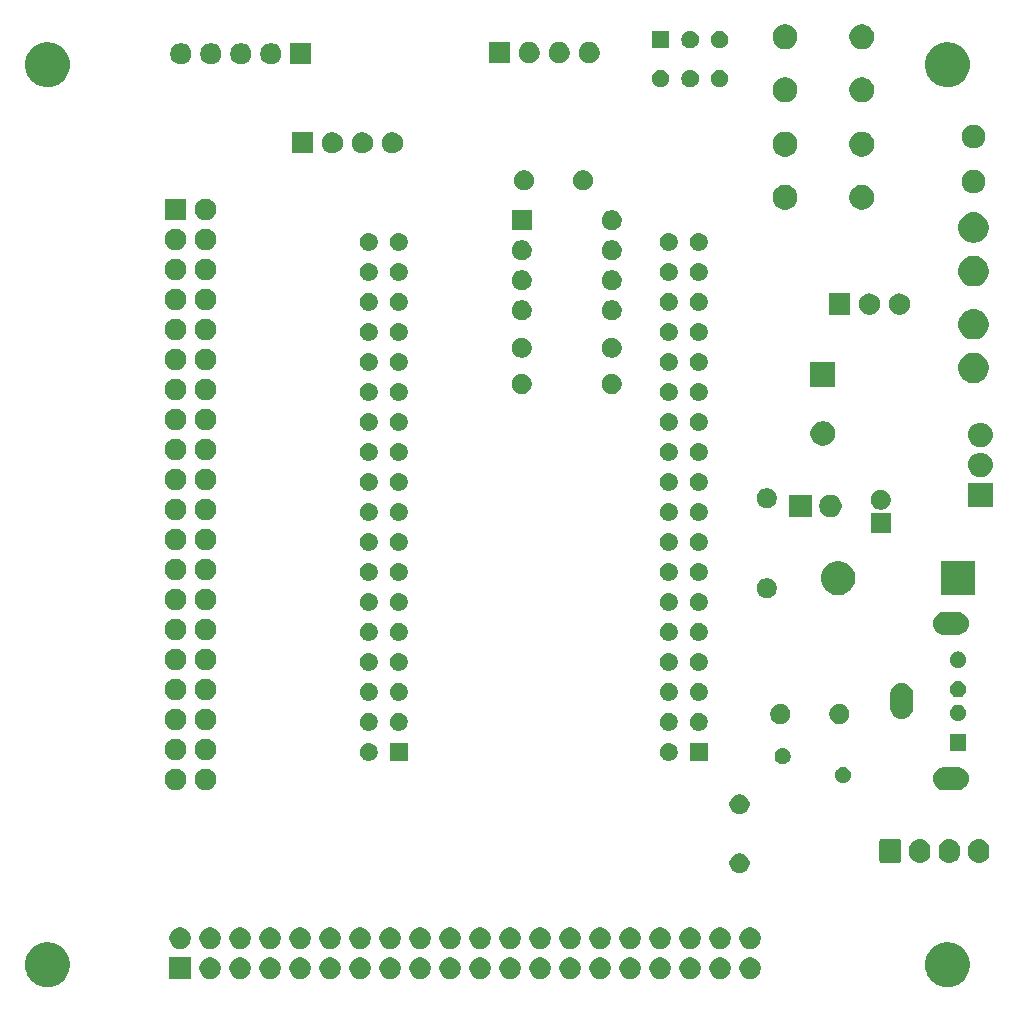
<source format=gbr>
G04 #@! TF.GenerationSoftware,KiCad,Pcbnew,(5.1.5)-3*
G04 #@! TF.CreationDate,2020-05-06T15:59:26-04:00*
G04 #@! TF.ProjectId,PB_16,50425f31-362e-46b6-9963-61645f706362,v3*
G04 #@! TF.SameCoordinates,Original*
G04 #@! TF.FileFunction,Soldermask,Top*
G04 #@! TF.FilePolarity,Negative*
%FSLAX46Y46*%
G04 Gerber Fmt 4.6, Leading zero omitted, Abs format (unit mm)*
G04 Created by KiCad (PCBNEW (5.1.5)-3) date 2020-05-06 15:59:26*
%MOMM*%
%LPD*%
G04 APERTURE LIST*
%ADD10C,0.100000*%
G04 APERTURE END LIST*
D10*
G36*
X244210866Y-114975527D02*
G01*
X244394501Y-115012054D01*
X244740461Y-115155356D01*
X245051817Y-115363397D01*
X245316603Y-115628183D01*
X245524644Y-115939539D01*
X245654339Y-116252648D01*
X245667946Y-116285500D01*
X245741000Y-116652767D01*
X245741000Y-117027233D01*
X245704473Y-117210866D01*
X245667946Y-117394501D01*
X245597188Y-117565324D01*
X245535140Y-117715123D01*
X245524644Y-117740461D01*
X245316603Y-118051817D01*
X245051817Y-118316603D01*
X244740461Y-118524644D01*
X244394501Y-118667946D01*
X244210866Y-118704473D01*
X244027233Y-118741000D01*
X243652767Y-118741000D01*
X243469134Y-118704473D01*
X243285499Y-118667946D01*
X242939539Y-118524644D01*
X242628183Y-118316603D01*
X242363397Y-118051817D01*
X242155356Y-117740461D01*
X242144861Y-117715123D01*
X242082812Y-117565324D01*
X242012054Y-117394501D01*
X241975527Y-117210866D01*
X241939000Y-117027233D01*
X241939000Y-116652767D01*
X242012054Y-116285500D01*
X242025662Y-116252648D01*
X242155356Y-115939539D01*
X242363397Y-115628183D01*
X242628183Y-115363397D01*
X242939539Y-115155356D01*
X243285499Y-115012054D01*
X243469134Y-114975527D01*
X243652767Y-114939000D01*
X244027233Y-114939000D01*
X244210866Y-114975527D01*
G37*
G36*
X168010866Y-114975527D02*
G01*
X168194501Y-115012054D01*
X168540461Y-115155356D01*
X168851817Y-115363397D01*
X169116603Y-115628183D01*
X169324644Y-115939539D01*
X169454339Y-116252648D01*
X169467946Y-116285500D01*
X169541000Y-116652767D01*
X169541000Y-117027233D01*
X169504473Y-117210866D01*
X169467946Y-117394501D01*
X169397188Y-117565324D01*
X169335140Y-117715123D01*
X169324644Y-117740461D01*
X169116603Y-118051817D01*
X168851817Y-118316603D01*
X168540461Y-118524644D01*
X168194501Y-118667946D01*
X168010866Y-118704473D01*
X167827233Y-118741000D01*
X167452767Y-118741000D01*
X167269134Y-118704473D01*
X167085499Y-118667946D01*
X166739539Y-118524644D01*
X166428183Y-118316603D01*
X166163397Y-118051817D01*
X165955356Y-117740461D01*
X165944861Y-117715123D01*
X165882812Y-117565324D01*
X165812054Y-117394501D01*
X165775527Y-117210866D01*
X165739000Y-117027233D01*
X165739000Y-116652767D01*
X165812054Y-116285500D01*
X165825662Y-116252648D01*
X165955356Y-115939539D01*
X166163397Y-115628183D01*
X166428183Y-115363397D01*
X166739539Y-115155356D01*
X167085499Y-115012054D01*
X167269134Y-114975527D01*
X167452767Y-114939000D01*
X167827233Y-114939000D01*
X168010866Y-114975527D01*
G37*
G36*
X227411378Y-116252647D02*
G01*
X227577824Y-116321591D01*
X227727622Y-116421683D01*
X227855017Y-116549078D01*
X227955109Y-116698876D01*
X228024053Y-116865322D01*
X228059200Y-117042018D01*
X228059200Y-117222182D01*
X228024053Y-117398878D01*
X227955109Y-117565324D01*
X227855017Y-117715122D01*
X227727622Y-117842517D01*
X227577824Y-117942609D01*
X227411378Y-118011553D01*
X227234682Y-118046700D01*
X227054518Y-118046700D01*
X226877822Y-118011553D01*
X226711376Y-117942609D01*
X226561578Y-117842517D01*
X226434183Y-117715122D01*
X226334091Y-117565324D01*
X226265147Y-117398878D01*
X226230000Y-117222182D01*
X226230000Y-117042018D01*
X226265147Y-116865322D01*
X226334091Y-116698876D01*
X226434183Y-116549078D01*
X226561578Y-116421683D01*
X226711376Y-116321591D01*
X226877822Y-116252647D01*
X227054518Y-116217500D01*
X227234682Y-116217500D01*
X227411378Y-116252647D01*
G37*
G36*
X224871378Y-116252647D02*
G01*
X225037824Y-116321591D01*
X225187622Y-116421683D01*
X225315017Y-116549078D01*
X225415109Y-116698876D01*
X225484053Y-116865322D01*
X225519200Y-117042018D01*
X225519200Y-117222182D01*
X225484053Y-117398878D01*
X225415109Y-117565324D01*
X225315017Y-117715122D01*
X225187622Y-117842517D01*
X225037824Y-117942609D01*
X224871378Y-118011553D01*
X224694682Y-118046700D01*
X224514518Y-118046700D01*
X224337822Y-118011553D01*
X224171376Y-117942609D01*
X224021578Y-117842517D01*
X223894183Y-117715122D01*
X223794091Y-117565324D01*
X223725147Y-117398878D01*
X223690000Y-117222182D01*
X223690000Y-117042018D01*
X223725147Y-116865322D01*
X223794091Y-116698876D01*
X223894183Y-116549078D01*
X224021578Y-116421683D01*
X224171376Y-116321591D01*
X224337822Y-116252647D01*
X224514518Y-116217500D01*
X224694682Y-116217500D01*
X224871378Y-116252647D01*
G37*
G36*
X179799200Y-118046700D02*
G01*
X177970000Y-118046700D01*
X177970000Y-116217500D01*
X179799200Y-116217500D01*
X179799200Y-118046700D01*
G37*
G36*
X181691378Y-116252647D02*
G01*
X181857824Y-116321591D01*
X182007622Y-116421683D01*
X182135017Y-116549078D01*
X182235109Y-116698876D01*
X182304053Y-116865322D01*
X182339200Y-117042018D01*
X182339200Y-117222182D01*
X182304053Y-117398878D01*
X182235109Y-117565324D01*
X182135017Y-117715122D01*
X182007622Y-117842517D01*
X181857824Y-117942609D01*
X181691378Y-118011553D01*
X181514682Y-118046700D01*
X181334518Y-118046700D01*
X181157822Y-118011553D01*
X180991376Y-117942609D01*
X180841578Y-117842517D01*
X180714183Y-117715122D01*
X180614091Y-117565324D01*
X180545147Y-117398878D01*
X180510000Y-117222182D01*
X180510000Y-117042018D01*
X180545147Y-116865322D01*
X180614091Y-116698876D01*
X180714183Y-116549078D01*
X180841578Y-116421683D01*
X180991376Y-116321591D01*
X181157822Y-116252647D01*
X181334518Y-116217500D01*
X181514682Y-116217500D01*
X181691378Y-116252647D01*
G37*
G36*
X184231378Y-116252647D02*
G01*
X184397824Y-116321591D01*
X184547622Y-116421683D01*
X184675017Y-116549078D01*
X184775109Y-116698876D01*
X184844053Y-116865322D01*
X184879200Y-117042018D01*
X184879200Y-117222182D01*
X184844053Y-117398878D01*
X184775109Y-117565324D01*
X184675017Y-117715122D01*
X184547622Y-117842517D01*
X184397824Y-117942609D01*
X184231378Y-118011553D01*
X184054682Y-118046700D01*
X183874518Y-118046700D01*
X183697822Y-118011553D01*
X183531376Y-117942609D01*
X183381578Y-117842517D01*
X183254183Y-117715122D01*
X183154091Y-117565324D01*
X183085147Y-117398878D01*
X183050000Y-117222182D01*
X183050000Y-117042018D01*
X183085147Y-116865322D01*
X183154091Y-116698876D01*
X183254183Y-116549078D01*
X183381578Y-116421683D01*
X183531376Y-116321591D01*
X183697822Y-116252647D01*
X183874518Y-116217500D01*
X184054682Y-116217500D01*
X184231378Y-116252647D01*
G37*
G36*
X186771378Y-116252647D02*
G01*
X186937824Y-116321591D01*
X187087622Y-116421683D01*
X187215017Y-116549078D01*
X187315109Y-116698876D01*
X187384053Y-116865322D01*
X187419200Y-117042018D01*
X187419200Y-117222182D01*
X187384053Y-117398878D01*
X187315109Y-117565324D01*
X187215017Y-117715122D01*
X187087622Y-117842517D01*
X186937824Y-117942609D01*
X186771378Y-118011553D01*
X186594682Y-118046700D01*
X186414518Y-118046700D01*
X186237822Y-118011553D01*
X186071376Y-117942609D01*
X185921578Y-117842517D01*
X185794183Y-117715122D01*
X185694091Y-117565324D01*
X185625147Y-117398878D01*
X185590000Y-117222182D01*
X185590000Y-117042018D01*
X185625147Y-116865322D01*
X185694091Y-116698876D01*
X185794183Y-116549078D01*
X185921578Y-116421683D01*
X186071376Y-116321591D01*
X186237822Y-116252647D01*
X186414518Y-116217500D01*
X186594682Y-116217500D01*
X186771378Y-116252647D01*
G37*
G36*
X189311378Y-116252647D02*
G01*
X189477824Y-116321591D01*
X189627622Y-116421683D01*
X189755017Y-116549078D01*
X189855109Y-116698876D01*
X189924053Y-116865322D01*
X189959200Y-117042018D01*
X189959200Y-117222182D01*
X189924053Y-117398878D01*
X189855109Y-117565324D01*
X189755017Y-117715122D01*
X189627622Y-117842517D01*
X189477824Y-117942609D01*
X189311378Y-118011553D01*
X189134682Y-118046700D01*
X188954518Y-118046700D01*
X188777822Y-118011553D01*
X188611376Y-117942609D01*
X188461578Y-117842517D01*
X188334183Y-117715122D01*
X188234091Y-117565324D01*
X188165147Y-117398878D01*
X188130000Y-117222182D01*
X188130000Y-117042018D01*
X188165147Y-116865322D01*
X188234091Y-116698876D01*
X188334183Y-116549078D01*
X188461578Y-116421683D01*
X188611376Y-116321591D01*
X188777822Y-116252647D01*
X188954518Y-116217500D01*
X189134682Y-116217500D01*
X189311378Y-116252647D01*
G37*
G36*
X191851378Y-116252647D02*
G01*
X192017824Y-116321591D01*
X192167622Y-116421683D01*
X192295017Y-116549078D01*
X192395109Y-116698876D01*
X192464053Y-116865322D01*
X192499200Y-117042018D01*
X192499200Y-117222182D01*
X192464053Y-117398878D01*
X192395109Y-117565324D01*
X192295017Y-117715122D01*
X192167622Y-117842517D01*
X192017824Y-117942609D01*
X191851378Y-118011553D01*
X191674682Y-118046700D01*
X191494518Y-118046700D01*
X191317822Y-118011553D01*
X191151376Y-117942609D01*
X191001578Y-117842517D01*
X190874183Y-117715122D01*
X190774091Y-117565324D01*
X190705147Y-117398878D01*
X190670000Y-117222182D01*
X190670000Y-117042018D01*
X190705147Y-116865322D01*
X190774091Y-116698876D01*
X190874183Y-116549078D01*
X191001578Y-116421683D01*
X191151376Y-116321591D01*
X191317822Y-116252647D01*
X191494518Y-116217500D01*
X191674682Y-116217500D01*
X191851378Y-116252647D01*
G37*
G36*
X194391378Y-116252647D02*
G01*
X194557824Y-116321591D01*
X194707622Y-116421683D01*
X194835017Y-116549078D01*
X194935109Y-116698876D01*
X195004053Y-116865322D01*
X195039200Y-117042018D01*
X195039200Y-117222182D01*
X195004053Y-117398878D01*
X194935109Y-117565324D01*
X194835017Y-117715122D01*
X194707622Y-117842517D01*
X194557824Y-117942609D01*
X194391378Y-118011553D01*
X194214682Y-118046700D01*
X194034518Y-118046700D01*
X193857822Y-118011553D01*
X193691376Y-117942609D01*
X193541578Y-117842517D01*
X193414183Y-117715122D01*
X193314091Y-117565324D01*
X193245147Y-117398878D01*
X193210000Y-117222182D01*
X193210000Y-117042018D01*
X193245147Y-116865322D01*
X193314091Y-116698876D01*
X193414183Y-116549078D01*
X193541578Y-116421683D01*
X193691376Y-116321591D01*
X193857822Y-116252647D01*
X194034518Y-116217500D01*
X194214682Y-116217500D01*
X194391378Y-116252647D01*
G37*
G36*
X196931378Y-116252647D02*
G01*
X197097824Y-116321591D01*
X197247622Y-116421683D01*
X197375017Y-116549078D01*
X197475109Y-116698876D01*
X197544053Y-116865322D01*
X197579200Y-117042018D01*
X197579200Y-117222182D01*
X197544053Y-117398878D01*
X197475109Y-117565324D01*
X197375017Y-117715122D01*
X197247622Y-117842517D01*
X197097824Y-117942609D01*
X196931378Y-118011553D01*
X196754682Y-118046700D01*
X196574518Y-118046700D01*
X196397822Y-118011553D01*
X196231376Y-117942609D01*
X196081578Y-117842517D01*
X195954183Y-117715122D01*
X195854091Y-117565324D01*
X195785147Y-117398878D01*
X195750000Y-117222182D01*
X195750000Y-117042018D01*
X195785147Y-116865322D01*
X195854091Y-116698876D01*
X195954183Y-116549078D01*
X196081578Y-116421683D01*
X196231376Y-116321591D01*
X196397822Y-116252647D01*
X196574518Y-116217500D01*
X196754682Y-116217500D01*
X196931378Y-116252647D01*
G37*
G36*
X199471378Y-116252647D02*
G01*
X199637824Y-116321591D01*
X199787622Y-116421683D01*
X199915017Y-116549078D01*
X200015109Y-116698876D01*
X200084053Y-116865322D01*
X200119200Y-117042018D01*
X200119200Y-117222182D01*
X200084053Y-117398878D01*
X200015109Y-117565324D01*
X199915017Y-117715122D01*
X199787622Y-117842517D01*
X199637824Y-117942609D01*
X199471378Y-118011553D01*
X199294682Y-118046700D01*
X199114518Y-118046700D01*
X198937822Y-118011553D01*
X198771376Y-117942609D01*
X198621578Y-117842517D01*
X198494183Y-117715122D01*
X198394091Y-117565324D01*
X198325147Y-117398878D01*
X198290000Y-117222182D01*
X198290000Y-117042018D01*
X198325147Y-116865322D01*
X198394091Y-116698876D01*
X198494183Y-116549078D01*
X198621578Y-116421683D01*
X198771376Y-116321591D01*
X198937822Y-116252647D01*
X199114518Y-116217500D01*
X199294682Y-116217500D01*
X199471378Y-116252647D01*
G37*
G36*
X204551378Y-116252647D02*
G01*
X204717824Y-116321591D01*
X204867622Y-116421683D01*
X204995017Y-116549078D01*
X205095109Y-116698876D01*
X205164053Y-116865322D01*
X205199200Y-117042018D01*
X205199200Y-117222182D01*
X205164053Y-117398878D01*
X205095109Y-117565324D01*
X204995017Y-117715122D01*
X204867622Y-117842517D01*
X204717824Y-117942609D01*
X204551378Y-118011553D01*
X204374682Y-118046700D01*
X204194518Y-118046700D01*
X204017822Y-118011553D01*
X203851376Y-117942609D01*
X203701578Y-117842517D01*
X203574183Y-117715122D01*
X203474091Y-117565324D01*
X203405147Y-117398878D01*
X203370000Y-117222182D01*
X203370000Y-117042018D01*
X203405147Y-116865322D01*
X203474091Y-116698876D01*
X203574183Y-116549078D01*
X203701578Y-116421683D01*
X203851376Y-116321591D01*
X204017822Y-116252647D01*
X204194518Y-116217500D01*
X204374682Y-116217500D01*
X204551378Y-116252647D01*
G37*
G36*
X207091378Y-116252647D02*
G01*
X207257824Y-116321591D01*
X207407622Y-116421683D01*
X207535017Y-116549078D01*
X207635109Y-116698876D01*
X207704053Y-116865322D01*
X207739200Y-117042018D01*
X207739200Y-117222182D01*
X207704053Y-117398878D01*
X207635109Y-117565324D01*
X207535017Y-117715122D01*
X207407622Y-117842517D01*
X207257824Y-117942609D01*
X207091378Y-118011553D01*
X206914682Y-118046700D01*
X206734518Y-118046700D01*
X206557822Y-118011553D01*
X206391376Y-117942609D01*
X206241578Y-117842517D01*
X206114183Y-117715122D01*
X206014091Y-117565324D01*
X205945147Y-117398878D01*
X205910000Y-117222182D01*
X205910000Y-117042018D01*
X205945147Y-116865322D01*
X206014091Y-116698876D01*
X206114183Y-116549078D01*
X206241578Y-116421683D01*
X206391376Y-116321591D01*
X206557822Y-116252647D01*
X206734518Y-116217500D01*
X206914682Y-116217500D01*
X207091378Y-116252647D01*
G37*
G36*
X209631378Y-116252647D02*
G01*
X209797824Y-116321591D01*
X209947622Y-116421683D01*
X210075017Y-116549078D01*
X210175109Y-116698876D01*
X210244053Y-116865322D01*
X210279200Y-117042018D01*
X210279200Y-117222182D01*
X210244053Y-117398878D01*
X210175109Y-117565324D01*
X210075017Y-117715122D01*
X209947622Y-117842517D01*
X209797824Y-117942609D01*
X209631378Y-118011553D01*
X209454682Y-118046700D01*
X209274518Y-118046700D01*
X209097822Y-118011553D01*
X208931376Y-117942609D01*
X208781578Y-117842517D01*
X208654183Y-117715122D01*
X208554091Y-117565324D01*
X208485147Y-117398878D01*
X208450000Y-117222182D01*
X208450000Y-117042018D01*
X208485147Y-116865322D01*
X208554091Y-116698876D01*
X208654183Y-116549078D01*
X208781578Y-116421683D01*
X208931376Y-116321591D01*
X209097822Y-116252647D01*
X209274518Y-116217500D01*
X209454682Y-116217500D01*
X209631378Y-116252647D01*
G37*
G36*
X212171378Y-116252647D02*
G01*
X212337824Y-116321591D01*
X212487622Y-116421683D01*
X212615017Y-116549078D01*
X212715109Y-116698876D01*
X212784053Y-116865322D01*
X212819200Y-117042018D01*
X212819200Y-117222182D01*
X212784053Y-117398878D01*
X212715109Y-117565324D01*
X212615017Y-117715122D01*
X212487622Y-117842517D01*
X212337824Y-117942609D01*
X212171378Y-118011553D01*
X211994682Y-118046700D01*
X211814518Y-118046700D01*
X211637822Y-118011553D01*
X211471376Y-117942609D01*
X211321578Y-117842517D01*
X211194183Y-117715122D01*
X211094091Y-117565324D01*
X211025147Y-117398878D01*
X210990000Y-117222182D01*
X210990000Y-117042018D01*
X211025147Y-116865322D01*
X211094091Y-116698876D01*
X211194183Y-116549078D01*
X211321578Y-116421683D01*
X211471376Y-116321591D01*
X211637822Y-116252647D01*
X211814518Y-116217500D01*
X211994682Y-116217500D01*
X212171378Y-116252647D01*
G37*
G36*
X214711378Y-116252647D02*
G01*
X214877824Y-116321591D01*
X215027622Y-116421683D01*
X215155017Y-116549078D01*
X215255109Y-116698876D01*
X215324053Y-116865322D01*
X215359200Y-117042018D01*
X215359200Y-117222182D01*
X215324053Y-117398878D01*
X215255109Y-117565324D01*
X215155017Y-117715122D01*
X215027622Y-117842517D01*
X214877824Y-117942609D01*
X214711378Y-118011553D01*
X214534682Y-118046700D01*
X214354518Y-118046700D01*
X214177822Y-118011553D01*
X214011376Y-117942609D01*
X213861578Y-117842517D01*
X213734183Y-117715122D01*
X213634091Y-117565324D01*
X213565147Y-117398878D01*
X213530000Y-117222182D01*
X213530000Y-117042018D01*
X213565147Y-116865322D01*
X213634091Y-116698876D01*
X213734183Y-116549078D01*
X213861578Y-116421683D01*
X214011376Y-116321591D01*
X214177822Y-116252647D01*
X214354518Y-116217500D01*
X214534682Y-116217500D01*
X214711378Y-116252647D01*
G37*
G36*
X217251378Y-116252647D02*
G01*
X217417824Y-116321591D01*
X217567622Y-116421683D01*
X217695017Y-116549078D01*
X217795109Y-116698876D01*
X217864053Y-116865322D01*
X217899200Y-117042018D01*
X217899200Y-117222182D01*
X217864053Y-117398878D01*
X217795109Y-117565324D01*
X217695017Y-117715122D01*
X217567622Y-117842517D01*
X217417824Y-117942609D01*
X217251378Y-118011553D01*
X217074682Y-118046700D01*
X216894518Y-118046700D01*
X216717822Y-118011553D01*
X216551376Y-117942609D01*
X216401578Y-117842517D01*
X216274183Y-117715122D01*
X216174091Y-117565324D01*
X216105147Y-117398878D01*
X216070000Y-117222182D01*
X216070000Y-117042018D01*
X216105147Y-116865322D01*
X216174091Y-116698876D01*
X216274183Y-116549078D01*
X216401578Y-116421683D01*
X216551376Y-116321591D01*
X216717822Y-116252647D01*
X216894518Y-116217500D01*
X217074682Y-116217500D01*
X217251378Y-116252647D01*
G37*
G36*
X219791378Y-116252647D02*
G01*
X219957824Y-116321591D01*
X220107622Y-116421683D01*
X220235017Y-116549078D01*
X220335109Y-116698876D01*
X220404053Y-116865322D01*
X220439200Y-117042018D01*
X220439200Y-117222182D01*
X220404053Y-117398878D01*
X220335109Y-117565324D01*
X220235017Y-117715122D01*
X220107622Y-117842517D01*
X219957824Y-117942609D01*
X219791378Y-118011553D01*
X219614682Y-118046700D01*
X219434518Y-118046700D01*
X219257822Y-118011553D01*
X219091376Y-117942609D01*
X218941578Y-117842517D01*
X218814183Y-117715122D01*
X218714091Y-117565324D01*
X218645147Y-117398878D01*
X218610000Y-117222182D01*
X218610000Y-117042018D01*
X218645147Y-116865322D01*
X218714091Y-116698876D01*
X218814183Y-116549078D01*
X218941578Y-116421683D01*
X219091376Y-116321591D01*
X219257822Y-116252647D01*
X219434518Y-116217500D01*
X219614682Y-116217500D01*
X219791378Y-116252647D01*
G37*
G36*
X222331378Y-116252647D02*
G01*
X222497824Y-116321591D01*
X222647622Y-116421683D01*
X222775017Y-116549078D01*
X222875109Y-116698876D01*
X222944053Y-116865322D01*
X222979200Y-117042018D01*
X222979200Y-117222182D01*
X222944053Y-117398878D01*
X222875109Y-117565324D01*
X222775017Y-117715122D01*
X222647622Y-117842517D01*
X222497824Y-117942609D01*
X222331378Y-118011553D01*
X222154682Y-118046700D01*
X221974518Y-118046700D01*
X221797822Y-118011553D01*
X221631376Y-117942609D01*
X221481578Y-117842517D01*
X221354183Y-117715122D01*
X221254091Y-117565324D01*
X221185147Y-117398878D01*
X221150000Y-117222182D01*
X221150000Y-117042018D01*
X221185147Y-116865322D01*
X221254091Y-116698876D01*
X221354183Y-116549078D01*
X221481578Y-116421683D01*
X221631376Y-116321591D01*
X221797822Y-116252647D01*
X221974518Y-116217500D01*
X222154682Y-116217500D01*
X222331378Y-116252647D01*
G37*
G36*
X202011378Y-116252647D02*
G01*
X202177824Y-116321591D01*
X202327622Y-116421683D01*
X202455017Y-116549078D01*
X202555109Y-116698876D01*
X202624053Y-116865322D01*
X202659200Y-117042018D01*
X202659200Y-117222182D01*
X202624053Y-117398878D01*
X202555109Y-117565324D01*
X202455017Y-117715122D01*
X202327622Y-117842517D01*
X202177824Y-117942609D01*
X202011378Y-118011553D01*
X201834682Y-118046700D01*
X201654518Y-118046700D01*
X201477822Y-118011553D01*
X201311376Y-117942609D01*
X201161578Y-117842517D01*
X201034183Y-117715122D01*
X200934091Y-117565324D01*
X200865147Y-117398878D01*
X200830000Y-117222182D01*
X200830000Y-117042018D01*
X200865147Y-116865322D01*
X200934091Y-116698876D01*
X201034183Y-116549078D01*
X201161578Y-116421683D01*
X201311376Y-116321591D01*
X201477822Y-116252647D01*
X201654518Y-116217500D01*
X201834682Y-116217500D01*
X202011378Y-116252647D01*
G37*
G36*
X209631378Y-113712647D02*
G01*
X209797824Y-113781591D01*
X209947622Y-113881683D01*
X210075017Y-114009078D01*
X210175109Y-114158876D01*
X210244053Y-114325322D01*
X210279200Y-114502018D01*
X210279200Y-114682182D01*
X210244053Y-114858878D01*
X210175109Y-115025324D01*
X210075017Y-115175122D01*
X209947622Y-115302517D01*
X209797824Y-115402609D01*
X209631378Y-115471553D01*
X209454682Y-115506700D01*
X209274518Y-115506700D01*
X209097822Y-115471553D01*
X208931376Y-115402609D01*
X208781578Y-115302517D01*
X208654183Y-115175122D01*
X208554091Y-115025324D01*
X208485147Y-114858878D01*
X208450000Y-114682182D01*
X208450000Y-114502018D01*
X208485147Y-114325322D01*
X208554091Y-114158876D01*
X208654183Y-114009078D01*
X208781578Y-113881683D01*
X208931376Y-113781591D01*
X209097822Y-113712647D01*
X209274518Y-113677500D01*
X209454682Y-113677500D01*
X209631378Y-113712647D01*
G37*
G36*
X179151378Y-113712647D02*
G01*
X179317824Y-113781591D01*
X179467622Y-113881683D01*
X179595017Y-114009078D01*
X179695109Y-114158876D01*
X179764053Y-114325322D01*
X179799200Y-114502018D01*
X179799200Y-114682182D01*
X179764053Y-114858878D01*
X179695109Y-115025324D01*
X179595017Y-115175122D01*
X179467622Y-115302517D01*
X179317824Y-115402609D01*
X179151378Y-115471553D01*
X178974682Y-115506700D01*
X178794518Y-115506700D01*
X178617822Y-115471553D01*
X178451376Y-115402609D01*
X178301578Y-115302517D01*
X178174183Y-115175122D01*
X178074091Y-115025324D01*
X178005147Y-114858878D01*
X177970000Y-114682182D01*
X177970000Y-114502018D01*
X178005147Y-114325322D01*
X178074091Y-114158876D01*
X178174183Y-114009078D01*
X178301578Y-113881683D01*
X178451376Y-113781591D01*
X178617822Y-113712647D01*
X178794518Y-113677500D01*
X178974682Y-113677500D01*
X179151378Y-113712647D01*
G37*
G36*
X212171378Y-113712647D02*
G01*
X212337824Y-113781591D01*
X212487622Y-113881683D01*
X212615017Y-114009078D01*
X212715109Y-114158876D01*
X212784053Y-114325322D01*
X212819200Y-114502018D01*
X212819200Y-114682182D01*
X212784053Y-114858878D01*
X212715109Y-115025324D01*
X212615017Y-115175122D01*
X212487622Y-115302517D01*
X212337824Y-115402609D01*
X212171378Y-115471553D01*
X211994682Y-115506700D01*
X211814518Y-115506700D01*
X211637822Y-115471553D01*
X211471376Y-115402609D01*
X211321578Y-115302517D01*
X211194183Y-115175122D01*
X211094091Y-115025324D01*
X211025147Y-114858878D01*
X210990000Y-114682182D01*
X210990000Y-114502018D01*
X211025147Y-114325322D01*
X211094091Y-114158876D01*
X211194183Y-114009078D01*
X211321578Y-113881683D01*
X211471376Y-113781591D01*
X211637822Y-113712647D01*
X211814518Y-113677500D01*
X211994682Y-113677500D01*
X212171378Y-113712647D01*
G37*
G36*
X227411378Y-113712647D02*
G01*
X227577824Y-113781591D01*
X227727622Y-113881683D01*
X227855017Y-114009078D01*
X227955109Y-114158876D01*
X228024053Y-114325322D01*
X228059200Y-114502018D01*
X228059200Y-114682182D01*
X228024053Y-114858878D01*
X227955109Y-115025324D01*
X227855017Y-115175122D01*
X227727622Y-115302517D01*
X227577824Y-115402609D01*
X227411378Y-115471553D01*
X227234682Y-115506700D01*
X227054518Y-115506700D01*
X226877822Y-115471553D01*
X226711376Y-115402609D01*
X226561578Y-115302517D01*
X226434183Y-115175122D01*
X226334091Y-115025324D01*
X226265147Y-114858878D01*
X226230000Y-114682182D01*
X226230000Y-114502018D01*
X226265147Y-114325322D01*
X226334091Y-114158876D01*
X226434183Y-114009078D01*
X226561578Y-113881683D01*
X226711376Y-113781591D01*
X226877822Y-113712647D01*
X227054518Y-113677500D01*
X227234682Y-113677500D01*
X227411378Y-113712647D01*
G37*
G36*
X224871378Y-113712647D02*
G01*
X225037824Y-113781591D01*
X225187622Y-113881683D01*
X225315017Y-114009078D01*
X225415109Y-114158876D01*
X225484053Y-114325322D01*
X225519200Y-114502018D01*
X225519200Y-114682182D01*
X225484053Y-114858878D01*
X225415109Y-115025324D01*
X225315017Y-115175122D01*
X225187622Y-115302517D01*
X225037824Y-115402609D01*
X224871378Y-115471553D01*
X224694682Y-115506700D01*
X224514518Y-115506700D01*
X224337822Y-115471553D01*
X224171376Y-115402609D01*
X224021578Y-115302517D01*
X223894183Y-115175122D01*
X223794091Y-115025324D01*
X223725147Y-114858878D01*
X223690000Y-114682182D01*
X223690000Y-114502018D01*
X223725147Y-114325322D01*
X223794091Y-114158876D01*
X223894183Y-114009078D01*
X224021578Y-113881683D01*
X224171376Y-113781591D01*
X224337822Y-113712647D01*
X224514518Y-113677500D01*
X224694682Y-113677500D01*
X224871378Y-113712647D01*
G37*
G36*
X219791378Y-113712647D02*
G01*
X219957824Y-113781591D01*
X220107622Y-113881683D01*
X220235017Y-114009078D01*
X220335109Y-114158876D01*
X220404053Y-114325322D01*
X220439200Y-114502018D01*
X220439200Y-114682182D01*
X220404053Y-114858878D01*
X220335109Y-115025324D01*
X220235017Y-115175122D01*
X220107622Y-115302517D01*
X219957824Y-115402609D01*
X219791378Y-115471553D01*
X219614682Y-115506700D01*
X219434518Y-115506700D01*
X219257822Y-115471553D01*
X219091376Y-115402609D01*
X218941578Y-115302517D01*
X218814183Y-115175122D01*
X218714091Y-115025324D01*
X218645147Y-114858878D01*
X218610000Y-114682182D01*
X218610000Y-114502018D01*
X218645147Y-114325322D01*
X218714091Y-114158876D01*
X218814183Y-114009078D01*
X218941578Y-113881683D01*
X219091376Y-113781591D01*
X219257822Y-113712647D01*
X219434518Y-113677500D01*
X219614682Y-113677500D01*
X219791378Y-113712647D01*
G37*
G36*
X222331378Y-113712647D02*
G01*
X222497824Y-113781591D01*
X222647622Y-113881683D01*
X222775017Y-114009078D01*
X222875109Y-114158876D01*
X222944053Y-114325322D01*
X222979200Y-114502018D01*
X222979200Y-114682182D01*
X222944053Y-114858878D01*
X222875109Y-115025324D01*
X222775017Y-115175122D01*
X222647622Y-115302517D01*
X222497824Y-115402609D01*
X222331378Y-115471553D01*
X222154682Y-115506700D01*
X221974518Y-115506700D01*
X221797822Y-115471553D01*
X221631376Y-115402609D01*
X221481578Y-115302517D01*
X221354183Y-115175122D01*
X221254091Y-115025324D01*
X221185147Y-114858878D01*
X221150000Y-114682182D01*
X221150000Y-114502018D01*
X221185147Y-114325322D01*
X221254091Y-114158876D01*
X221354183Y-114009078D01*
X221481578Y-113881683D01*
X221631376Y-113781591D01*
X221797822Y-113712647D01*
X221974518Y-113677500D01*
X222154682Y-113677500D01*
X222331378Y-113712647D01*
G37*
G36*
X217251378Y-113712647D02*
G01*
X217417824Y-113781591D01*
X217567622Y-113881683D01*
X217695017Y-114009078D01*
X217795109Y-114158876D01*
X217864053Y-114325322D01*
X217899200Y-114502018D01*
X217899200Y-114682182D01*
X217864053Y-114858878D01*
X217795109Y-115025324D01*
X217695017Y-115175122D01*
X217567622Y-115302517D01*
X217417824Y-115402609D01*
X217251378Y-115471553D01*
X217074682Y-115506700D01*
X216894518Y-115506700D01*
X216717822Y-115471553D01*
X216551376Y-115402609D01*
X216401578Y-115302517D01*
X216274183Y-115175122D01*
X216174091Y-115025324D01*
X216105147Y-114858878D01*
X216070000Y-114682182D01*
X216070000Y-114502018D01*
X216105147Y-114325322D01*
X216174091Y-114158876D01*
X216274183Y-114009078D01*
X216401578Y-113881683D01*
X216551376Y-113781591D01*
X216717822Y-113712647D01*
X216894518Y-113677500D01*
X217074682Y-113677500D01*
X217251378Y-113712647D01*
G37*
G36*
X214711378Y-113712647D02*
G01*
X214877824Y-113781591D01*
X215027622Y-113881683D01*
X215155017Y-114009078D01*
X215255109Y-114158876D01*
X215324053Y-114325322D01*
X215359200Y-114502018D01*
X215359200Y-114682182D01*
X215324053Y-114858878D01*
X215255109Y-115025324D01*
X215155017Y-115175122D01*
X215027622Y-115302517D01*
X214877824Y-115402609D01*
X214711378Y-115471553D01*
X214534682Y-115506700D01*
X214354518Y-115506700D01*
X214177822Y-115471553D01*
X214011376Y-115402609D01*
X213861578Y-115302517D01*
X213734183Y-115175122D01*
X213634091Y-115025324D01*
X213565147Y-114858878D01*
X213530000Y-114682182D01*
X213530000Y-114502018D01*
X213565147Y-114325322D01*
X213634091Y-114158876D01*
X213734183Y-114009078D01*
X213861578Y-113881683D01*
X214011376Y-113781591D01*
X214177822Y-113712647D01*
X214354518Y-113677500D01*
X214534682Y-113677500D01*
X214711378Y-113712647D01*
G37*
G36*
X181691378Y-113712647D02*
G01*
X181857824Y-113781591D01*
X182007622Y-113881683D01*
X182135017Y-114009078D01*
X182235109Y-114158876D01*
X182304053Y-114325322D01*
X182339200Y-114502018D01*
X182339200Y-114682182D01*
X182304053Y-114858878D01*
X182235109Y-115025324D01*
X182135017Y-115175122D01*
X182007622Y-115302517D01*
X181857824Y-115402609D01*
X181691378Y-115471553D01*
X181514682Y-115506700D01*
X181334518Y-115506700D01*
X181157822Y-115471553D01*
X180991376Y-115402609D01*
X180841578Y-115302517D01*
X180714183Y-115175122D01*
X180614091Y-115025324D01*
X180545147Y-114858878D01*
X180510000Y-114682182D01*
X180510000Y-114502018D01*
X180545147Y-114325322D01*
X180614091Y-114158876D01*
X180714183Y-114009078D01*
X180841578Y-113881683D01*
X180991376Y-113781591D01*
X181157822Y-113712647D01*
X181334518Y-113677500D01*
X181514682Y-113677500D01*
X181691378Y-113712647D01*
G37*
G36*
X207091378Y-113712647D02*
G01*
X207257824Y-113781591D01*
X207407622Y-113881683D01*
X207535017Y-114009078D01*
X207635109Y-114158876D01*
X207704053Y-114325322D01*
X207739200Y-114502018D01*
X207739200Y-114682182D01*
X207704053Y-114858878D01*
X207635109Y-115025324D01*
X207535017Y-115175122D01*
X207407622Y-115302517D01*
X207257824Y-115402609D01*
X207091378Y-115471553D01*
X206914682Y-115506700D01*
X206734518Y-115506700D01*
X206557822Y-115471553D01*
X206391376Y-115402609D01*
X206241578Y-115302517D01*
X206114183Y-115175122D01*
X206014091Y-115025324D01*
X205945147Y-114858878D01*
X205910000Y-114682182D01*
X205910000Y-114502018D01*
X205945147Y-114325322D01*
X206014091Y-114158876D01*
X206114183Y-114009078D01*
X206241578Y-113881683D01*
X206391376Y-113781591D01*
X206557822Y-113712647D01*
X206734518Y-113677500D01*
X206914682Y-113677500D01*
X207091378Y-113712647D01*
G37*
G36*
X204551378Y-113712647D02*
G01*
X204717824Y-113781591D01*
X204867622Y-113881683D01*
X204995017Y-114009078D01*
X205095109Y-114158876D01*
X205164053Y-114325322D01*
X205199200Y-114502018D01*
X205199200Y-114682182D01*
X205164053Y-114858878D01*
X205095109Y-115025324D01*
X204995017Y-115175122D01*
X204867622Y-115302517D01*
X204717824Y-115402609D01*
X204551378Y-115471553D01*
X204374682Y-115506700D01*
X204194518Y-115506700D01*
X204017822Y-115471553D01*
X203851376Y-115402609D01*
X203701578Y-115302517D01*
X203574183Y-115175122D01*
X203474091Y-115025324D01*
X203405147Y-114858878D01*
X203370000Y-114682182D01*
X203370000Y-114502018D01*
X203405147Y-114325322D01*
X203474091Y-114158876D01*
X203574183Y-114009078D01*
X203701578Y-113881683D01*
X203851376Y-113781591D01*
X204017822Y-113712647D01*
X204194518Y-113677500D01*
X204374682Y-113677500D01*
X204551378Y-113712647D01*
G37*
G36*
X202011378Y-113712647D02*
G01*
X202177824Y-113781591D01*
X202327622Y-113881683D01*
X202455017Y-114009078D01*
X202555109Y-114158876D01*
X202624053Y-114325322D01*
X202659200Y-114502018D01*
X202659200Y-114682182D01*
X202624053Y-114858878D01*
X202555109Y-115025324D01*
X202455017Y-115175122D01*
X202327622Y-115302517D01*
X202177824Y-115402609D01*
X202011378Y-115471553D01*
X201834682Y-115506700D01*
X201654518Y-115506700D01*
X201477822Y-115471553D01*
X201311376Y-115402609D01*
X201161578Y-115302517D01*
X201034183Y-115175122D01*
X200934091Y-115025324D01*
X200865147Y-114858878D01*
X200830000Y-114682182D01*
X200830000Y-114502018D01*
X200865147Y-114325322D01*
X200934091Y-114158876D01*
X201034183Y-114009078D01*
X201161578Y-113881683D01*
X201311376Y-113781591D01*
X201477822Y-113712647D01*
X201654518Y-113677500D01*
X201834682Y-113677500D01*
X202011378Y-113712647D01*
G37*
G36*
X184231378Y-113712647D02*
G01*
X184397824Y-113781591D01*
X184547622Y-113881683D01*
X184675017Y-114009078D01*
X184775109Y-114158876D01*
X184844053Y-114325322D01*
X184879200Y-114502018D01*
X184879200Y-114682182D01*
X184844053Y-114858878D01*
X184775109Y-115025324D01*
X184675017Y-115175122D01*
X184547622Y-115302517D01*
X184397824Y-115402609D01*
X184231378Y-115471553D01*
X184054682Y-115506700D01*
X183874518Y-115506700D01*
X183697822Y-115471553D01*
X183531376Y-115402609D01*
X183381578Y-115302517D01*
X183254183Y-115175122D01*
X183154091Y-115025324D01*
X183085147Y-114858878D01*
X183050000Y-114682182D01*
X183050000Y-114502018D01*
X183085147Y-114325322D01*
X183154091Y-114158876D01*
X183254183Y-114009078D01*
X183381578Y-113881683D01*
X183531376Y-113781591D01*
X183697822Y-113712647D01*
X183874518Y-113677500D01*
X184054682Y-113677500D01*
X184231378Y-113712647D01*
G37*
G36*
X194391378Y-113712647D02*
G01*
X194557824Y-113781591D01*
X194707622Y-113881683D01*
X194835017Y-114009078D01*
X194935109Y-114158876D01*
X195004053Y-114325322D01*
X195039200Y-114502018D01*
X195039200Y-114682182D01*
X195004053Y-114858878D01*
X194935109Y-115025324D01*
X194835017Y-115175122D01*
X194707622Y-115302517D01*
X194557824Y-115402609D01*
X194391378Y-115471553D01*
X194214682Y-115506700D01*
X194034518Y-115506700D01*
X193857822Y-115471553D01*
X193691376Y-115402609D01*
X193541578Y-115302517D01*
X193414183Y-115175122D01*
X193314091Y-115025324D01*
X193245147Y-114858878D01*
X193210000Y-114682182D01*
X193210000Y-114502018D01*
X193245147Y-114325322D01*
X193314091Y-114158876D01*
X193414183Y-114009078D01*
X193541578Y-113881683D01*
X193691376Y-113781591D01*
X193857822Y-113712647D01*
X194034518Y-113677500D01*
X194214682Y-113677500D01*
X194391378Y-113712647D01*
G37*
G36*
X191851378Y-113712647D02*
G01*
X192017824Y-113781591D01*
X192167622Y-113881683D01*
X192295017Y-114009078D01*
X192395109Y-114158876D01*
X192464053Y-114325322D01*
X192499200Y-114502018D01*
X192499200Y-114682182D01*
X192464053Y-114858878D01*
X192395109Y-115025324D01*
X192295017Y-115175122D01*
X192167622Y-115302517D01*
X192017824Y-115402609D01*
X191851378Y-115471553D01*
X191674682Y-115506700D01*
X191494518Y-115506700D01*
X191317822Y-115471553D01*
X191151376Y-115402609D01*
X191001578Y-115302517D01*
X190874183Y-115175122D01*
X190774091Y-115025324D01*
X190705147Y-114858878D01*
X190670000Y-114682182D01*
X190670000Y-114502018D01*
X190705147Y-114325322D01*
X190774091Y-114158876D01*
X190874183Y-114009078D01*
X191001578Y-113881683D01*
X191151376Y-113781591D01*
X191317822Y-113712647D01*
X191494518Y-113677500D01*
X191674682Y-113677500D01*
X191851378Y-113712647D01*
G37*
G36*
X196931378Y-113712647D02*
G01*
X197097824Y-113781591D01*
X197247622Y-113881683D01*
X197375017Y-114009078D01*
X197475109Y-114158876D01*
X197544053Y-114325322D01*
X197579200Y-114502018D01*
X197579200Y-114682182D01*
X197544053Y-114858878D01*
X197475109Y-115025324D01*
X197375017Y-115175122D01*
X197247622Y-115302517D01*
X197097824Y-115402609D01*
X196931378Y-115471553D01*
X196754682Y-115506700D01*
X196574518Y-115506700D01*
X196397822Y-115471553D01*
X196231376Y-115402609D01*
X196081578Y-115302517D01*
X195954183Y-115175122D01*
X195854091Y-115025324D01*
X195785147Y-114858878D01*
X195750000Y-114682182D01*
X195750000Y-114502018D01*
X195785147Y-114325322D01*
X195854091Y-114158876D01*
X195954183Y-114009078D01*
X196081578Y-113881683D01*
X196231376Y-113781591D01*
X196397822Y-113712647D01*
X196574518Y-113677500D01*
X196754682Y-113677500D01*
X196931378Y-113712647D01*
G37*
G36*
X186771378Y-113712647D02*
G01*
X186937824Y-113781591D01*
X187087622Y-113881683D01*
X187215017Y-114009078D01*
X187315109Y-114158876D01*
X187384053Y-114325322D01*
X187419200Y-114502018D01*
X187419200Y-114682182D01*
X187384053Y-114858878D01*
X187315109Y-115025324D01*
X187215017Y-115175122D01*
X187087622Y-115302517D01*
X186937824Y-115402609D01*
X186771378Y-115471553D01*
X186594682Y-115506700D01*
X186414518Y-115506700D01*
X186237822Y-115471553D01*
X186071376Y-115402609D01*
X185921578Y-115302517D01*
X185794183Y-115175122D01*
X185694091Y-115025324D01*
X185625147Y-114858878D01*
X185590000Y-114682182D01*
X185590000Y-114502018D01*
X185625147Y-114325322D01*
X185694091Y-114158876D01*
X185794183Y-114009078D01*
X185921578Y-113881683D01*
X186071376Y-113781591D01*
X186237822Y-113712647D01*
X186414518Y-113677500D01*
X186594682Y-113677500D01*
X186771378Y-113712647D01*
G37*
G36*
X199471378Y-113712647D02*
G01*
X199637824Y-113781591D01*
X199787622Y-113881683D01*
X199915017Y-114009078D01*
X200015109Y-114158876D01*
X200084053Y-114325322D01*
X200119200Y-114502018D01*
X200119200Y-114682182D01*
X200084053Y-114858878D01*
X200015109Y-115025324D01*
X199915017Y-115175122D01*
X199787622Y-115302517D01*
X199637824Y-115402609D01*
X199471378Y-115471553D01*
X199294682Y-115506700D01*
X199114518Y-115506700D01*
X198937822Y-115471553D01*
X198771376Y-115402609D01*
X198621578Y-115302517D01*
X198494183Y-115175122D01*
X198394091Y-115025324D01*
X198325147Y-114858878D01*
X198290000Y-114682182D01*
X198290000Y-114502018D01*
X198325147Y-114325322D01*
X198394091Y-114158876D01*
X198494183Y-114009078D01*
X198621578Y-113881683D01*
X198771376Y-113781591D01*
X198937822Y-113712647D01*
X199114518Y-113677500D01*
X199294682Y-113677500D01*
X199471378Y-113712647D01*
G37*
G36*
X189311378Y-113712647D02*
G01*
X189477824Y-113781591D01*
X189627622Y-113881683D01*
X189755017Y-114009078D01*
X189855109Y-114158876D01*
X189924053Y-114325322D01*
X189959200Y-114502018D01*
X189959200Y-114682182D01*
X189924053Y-114858878D01*
X189855109Y-115025324D01*
X189755017Y-115175122D01*
X189627622Y-115302517D01*
X189477824Y-115402609D01*
X189311378Y-115471553D01*
X189134682Y-115506700D01*
X188954518Y-115506700D01*
X188777822Y-115471553D01*
X188611376Y-115402609D01*
X188461578Y-115302517D01*
X188334183Y-115175122D01*
X188234091Y-115025324D01*
X188165147Y-114858878D01*
X188130000Y-114682182D01*
X188130000Y-114502018D01*
X188165147Y-114325322D01*
X188234091Y-114158876D01*
X188334183Y-114009078D01*
X188461578Y-113881683D01*
X188611376Y-113781591D01*
X188777822Y-113712647D01*
X188954518Y-113677500D01*
X189134682Y-113677500D01*
X189311378Y-113712647D01*
G37*
G36*
X226498228Y-107431703D02*
G01*
X226653100Y-107495853D01*
X226792481Y-107588985D01*
X226911015Y-107707519D01*
X227004147Y-107846900D01*
X227068297Y-108001772D01*
X227101000Y-108166184D01*
X227101000Y-108333816D01*
X227068297Y-108498228D01*
X227004147Y-108653100D01*
X226911015Y-108792481D01*
X226792481Y-108911015D01*
X226653100Y-109004147D01*
X226498228Y-109068297D01*
X226333816Y-109101000D01*
X226166184Y-109101000D01*
X226001772Y-109068297D01*
X225846900Y-109004147D01*
X225707519Y-108911015D01*
X225588985Y-108792481D01*
X225495853Y-108653100D01*
X225431703Y-108498228D01*
X225399000Y-108333816D01*
X225399000Y-108166184D01*
X225431703Y-108001772D01*
X225495853Y-107846900D01*
X225588985Y-107707519D01*
X225707519Y-107588985D01*
X225846900Y-107495853D01*
X226001772Y-107431703D01*
X226166184Y-107399000D01*
X226333816Y-107399000D01*
X226498228Y-107431703D01*
G37*
G36*
X246676626Y-106187037D02*
G01*
X246846465Y-106238557D01*
X246846467Y-106238558D01*
X247002989Y-106322221D01*
X247140186Y-106434814D01*
X247223448Y-106536271D01*
X247252778Y-106572009D01*
X247336443Y-106728534D01*
X247387963Y-106898373D01*
X247401000Y-107030742D01*
X247401000Y-107369257D01*
X247387963Y-107501626D01*
X247336443Y-107671466D01*
X247252778Y-107827991D01*
X247237257Y-107846903D01*
X247140186Y-107965186D01*
X247045250Y-108043097D01*
X247002991Y-108077778D01*
X246846466Y-108161443D01*
X246676627Y-108212963D01*
X246500000Y-108230359D01*
X246323374Y-108212963D01*
X246153535Y-108161443D01*
X245997010Y-108077778D01*
X245859815Y-107965185D01*
X245747222Y-107827991D01*
X245663557Y-107671466D01*
X245612037Y-107501627D01*
X245599000Y-107369258D01*
X245599000Y-107030743D01*
X245612037Y-106898374D01*
X245663557Y-106728535D01*
X245747222Y-106572010D01*
X245747223Y-106572009D01*
X245859814Y-106434814D01*
X245961271Y-106351552D01*
X245997009Y-106322222D01*
X246153534Y-106238557D01*
X246323373Y-106187037D01*
X246500000Y-106169641D01*
X246676626Y-106187037D01*
G37*
G36*
X244176626Y-106187037D02*
G01*
X244346465Y-106238557D01*
X244346467Y-106238558D01*
X244502989Y-106322221D01*
X244640186Y-106434814D01*
X244723448Y-106536271D01*
X244752778Y-106572009D01*
X244836443Y-106728534D01*
X244887963Y-106898373D01*
X244901000Y-107030742D01*
X244901000Y-107369257D01*
X244887963Y-107501626D01*
X244836443Y-107671466D01*
X244752778Y-107827991D01*
X244737257Y-107846903D01*
X244640186Y-107965186D01*
X244545250Y-108043097D01*
X244502991Y-108077778D01*
X244346466Y-108161443D01*
X244176627Y-108212963D01*
X244000000Y-108230359D01*
X243823374Y-108212963D01*
X243653535Y-108161443D01*
X243497010Y-108077778D01*
X243359815Y-107965185D01*
X243247222Y-107827991D01*
X243163557Y-107671466D01*
X243112037Y-107501627D01*
X243099000Y-107369258D01*
X243099000Y-107030743D01*
X243112037Y-106898374D01*
X243163557Y-106728535D01*
X243247222Y-106572010D01*
X243247223Y-106572009D01*
X243359814Y-106434814D01*
X243461271Y-106351552D01*
X243497009Y-106322222D01*
X243653534Y-106238557D01*
X243823373Y-106187037D01*
X244000000Y-106169641D01*
X244176626Y-106187037D01*
G37*
G36*
X241676626Y-106187037D02*
G01*
X241846465Y-106238557D01*
X241846467Y-106238558D01*
X242002989Y-106322221D01*
X242140186Y-106434814D01*
X242223448Y-106536271D01*
X242252778Y-106572009D01*
X242336443Y-106728534D01*
X242387963Y-106898373D01*
X242401000Y-107030742D01*
X242401000Y-107369257D01*
X242387963Y-107501626D01*
X242336443Y-107671466D01*
X242252778Y-107827991D01*
X242237257Y-107846903D01*
X242140186Y-107965186D01*
X242045250Y-108043097D01*
X242002991Y-108077778D01*
X241846466Y-108161443D01*
X241676627Y-108212963D01*
X241500000Y-108230359D01*
X241323374Y-108212963D01*
X241153535Y-108161443D01*
X240997010Y-108077778D01*
X240859815Y-107965185D01*
X240747222Y-107827991D01*
X240663557Y-107671466D01*
X240612037Y-107501627D01*
X240599000Y-107369258D01*
X240599000Y-107030743D01*
X240612037Y-106898374D01*
X240663557Y-106728535D01*
X240747222Y-106572010D01*
X240747223Y-106572009D01*
X240859814Y-106434814D01*
X240961271Y-106351552D01*
X240997009Y-106322222D01*
X241153534Y-106238557D01*
X241323373Y-106187037D01*
X241500000Y-106169641D01*
X241676626Y-106187037D01*
G37*
G36*
X239758600Y-106177989D02*
G01*
X239791652Y-106188015D01*
X239822103Y-106204292D01*
X239848799Y-106226201D01*
X239870708Y-106252897D01*
X239886985Y-106283348D01*
X239897011Y-106316400D01*
X239901000Y-106356903D01*
X239901000Y-108043097D01*
X239897011Y-108083600D01*
X239886985Y-108116652D01*
X239870708Y-108147103D01*
X239848799Y-108173799D01*
X239822103Y-108195708D01*
X239791652Y-108211985D01*
X239758600Y-108222011D01*
X239718097Y-108226000D01*
X238281903Y-108226000D01*
X238241400Y-108222011D01*
X238208348Y-108211985D01*
X238177897Y-108195708D01*
X238151201Y-108173799D01*
X238129292Y-108147103D01*
X238113015Y-108116652D01*
X238102989Y-108083600D01*
X238099000Y-108043097D01*
X238099000Y-106356903D01*
X238102989Y-106316400D01*
X238113015Y-106283348D01*
X238129292Y-106252897D01*
X238151201Y-106226201D01*
X238177897Y-106204292D01*
X238208348Y-106188015D01*
X238241400Y-106177989D01*
X238281903Y-106174000D01*
X239718097Y-106174000D01*
X239758600Y-106177989D01*
G37*
G36*
X226498228Y-102431703D02*
G01*
X226653100Y-102495853D01*
X226792481Y-102588985D01*
X226911015Y-102707519D01*
X227004147Y-102846900D01*
X227068297Y-103001772D01*
X227101000Y-103166184D01*
X227101000Y-103333816D01*
X227068297Y-103498228D01*
X227004147Y-103653100D01*
X226911015Y-103792481D01*
X226792481Y-103911015D01*
X226653100Y-104004147D01*
X226498228Y-104068297D01*
X226333816Y-104101000D01*
X226166184Y-104101000D01*
X226001772Y-104068297D01*
X225846900Y-104004147D01*
X225707519Y-103911015D01*
X225588985Y-103792481D01*
X225495853Y-103653100D01*
X225431703Y-103498228D01*
X225399000Y-103333816D01*
X225399000Y-103166184D01*
X225431703Y-103001772D01*
X225495853Y-102846900D01*
X225588985Y-102707519D01*
X225707519Y-102588985D01*
X225846900Y-102495853D01*
X226001772Y-102431703D01*
X226166184Y-102399000D01*
X226333816Y-102399000D01*
X226498228Y-102431703D01*
G37*
G36*
X244846228Y-100083483D02*
G01*
X245034922Y-100140723D01*
X245208815Y-100233671D01*
X245361239Y-100358761D01*
X245486329Y-100511185D01*
X245579277Y-100685078D01*
X245636517Y-100873772D01*
X245655843Y-101070000D01*
X245636517Y-101266228D01*
X245579277Y-101454922D01*
X245486329Y-101628815D01*
X245361239Y-101781239D01*
X245208815Y-101906329D01*
X245034922Y-101999277D01*
X244846228Y-102056517D01*
X244699175Y-102071000D01*
X243600825Y-102071000D01*
X243453772Y-102056517D01*
X243265078Y-101999277D01*
X243091185Y-101906329D01*
X242938761Y-101781239D01*
X242813671Y-101628815D01*
X242720723Y-101454922D01*
X242663483Y-101266228D01*
X242644157Y-101070000D01*
X242663483Y-100873772D01*
X242720723Y-100685078D01*
X242813671Y-100511185D01*
X242938761Y-100358761D01*
X243091185Y-100233671D01*
X243265078Y-100140723D01*
X243453772Y-100083483D01*
X243600825Y-100069000D01*
X244699175Y-100069000D01*
X244846228Y-100083483D01*
G37*
G36*
X178766778Y-100255547D02*
G01*
X178933224Y-100324491D01*
X179083022Y-100424583D01*
X179210417Y-100551978D01*
X179310509Y-100701776D01*
X179379453Y-100868222D01*
X179414600Y-101044918D01*
X179414600Y-101225082D01*
X179379453Y-101401778D01*
X179310509Y-101568224D01*
X179210417Y-101718022D01*
X179083022Y-101845417D01*
X178933224Y-101945509D01*
X178766778Y-102014453D01*
X178590082Y-102049600D01*
X178409918Y-102049600D01*
X178233222Y-102014453D01*
X178066776Y-101945509D01*
X177916978Y-101845417D01*
X177789583Y-101718022D01*
X177689491Y-101568224D01*
X177620547Y-101401778D01*
X177585400Y-101225082D01*
X177585400Y-101044918D01*
X177620547Y-100868222D01*
X177689491Y-100701776D01*
X177789583Y-100551978D01*
X177916978Y-100424583D01*
X178066776Y-100324491D01*
X178233222Y-100255547D01*
X178409918Y-100220400D01*
X178590082Y-100220400D01*
X178766778Y-100255547D01*
G37*
G36*
X181306778Y-100255547D02*
G01*
X181473224Y-100324491D01*
X181623022Y-100424583D01*
X181750417Y-100551978D01*
X181850509Y-100701776D01*
X181919453Y-100868222D01*
X181954600Y-101044918D01*
X181954600Y-101225082D01*
X181919453Y-101401778D01*
X181850509Y-101568224D01*
X181750417Y-101718022D01*
X181623022Y-101845417D01*
X181473224Y-101945509D01*
X181306778Y-102014453D01*
X181130082Y-102049600D01*
X180949918Y-102049600D01*
X180773222Y-102014453D01*
X180606776Y-101945509D01*
X180456978Y-101845417D01*
X180329583Y-101718022D01*
X180229491Y-101568224D01*
X180160547Y-101401778D01*
X180125400Y-101225082D01*
X180125400Y-101044918D01*
X180160547Y-100868222D01*
X180229491Y-100701776D01*
X180329583Y-100551978D01*
X180456978Y-100424583D01*
X180606776Y-100324491D01*
X180773222Y-100255547D01*
X180949918Y-100220400D01*
X181130082Y-100220400D01*
X181306778Y-100255547D01*
G37*
G36*
X235200098Y-100090362D02*
G01*
X235321677Y-100140722D01*
X235324943Y-100142075D01*
X235437299Y-100217149D01*
X235532851Y-100312701D01*
X235540730Y-100324492D01*
X235607926Y-100425059D01*
X235659638Y-100549902D01*
X235686000Y-100682434D01*
X235686000Y-100817566D01*
X235659638Y-100950098D01*
X235607926Y-101074941D01*
X235607925Y-101074943D01*
X235532851Y-101187299D01*
X235437299Y-101282851D01*
X235324943Y-101357925D01*
X235324942Y-101357926D01*
X235324941Y-101357926D01*
X235200098Y-101409638D01*
X235067566Y-101436000D01*
X234932434Y-101436000D01*
X234799902Y-101409638D01*
X234675059Y-101357926D01*
X234675058Y-101357926D01*
X234675057Y-101357925D01*
X234562701Y-101282851D01*
X234467149Y-101187299D01*
X234392075Y-101074943D01*
X234392074Y-101074941D01*
X234340362Y-100950098D01*
X234314000Y-100817566D01*
X234314000Y-100682434D01*
X234340362Y-100549902D01*
X234392074Y-100425059D01*
X234459271Y-100324492D01*
X234467149Y-100312701D01*
X234562701Y-100217149D01*
X234675057Y-100142075D01*
X234678323Y-100140722D01*
X234799902Y-100090362D01*
X234932434Y-100064000D01*
X235067566Y-100064000D01*
X235200098Y-100090362D01*
G37*
G36*
X230100098Y-98490362D02*
G01*
X230224941Y-98542074D01*
X230224943Y-98542075D01*
X230285406Y-98582475D01*
X230337299Y-98617149D01*
X230432851Y-98712701D01*
X230507926Y-98825059D01*
X230559638Y-98949902D01*
X230586000Y-99082434D01*
X230586000Y-99217566D01*
X230559638Y-99350098D01*
X230508128Y-99474453D01*
X230507925Y-99474943D01*
X230432851Y-99587299D01*
X230337299Y-99682851D01*
X230224943Y-99757925D01*
X230224942Y-99757926D01*
X230224941Y-99757926D01*
X230100098Y-99809638D01*
X229967566Y-99836000D01*
X229832434Y-99836000D01*
X229699902Y-99809638D01*
X229575059Y-99757926D01*
X229575058Y-99757926D01*
X229575057Y-99757925D01*
X229462701Y-99682851D01*
X229367149Y-99587299D01*
X229292075Y-99474943D01*
X229291872Y-99474453D01*
X229240362Y-99350098D01*
X229214000Y-99217566D01*
X229214000Y-99082434D01*
X229240362Y-98949902D01*
X229292074Y-98825059D01*
X229367149Y-98712701D01*
X229462701Y-98617149D01*
X229514594Y-98582475D01*
X229575057Y-98542075D01*
X229575059Y-98542074D01*
X229699902Y-98490362D01*
X229832434Y-98464000D01*
X229967566Y-98464000D01*
X230100098Y-98490362D01*
G37*
G36*
X220391993Y-98062207D02*
G01*
X220464925Y-98076714D01*
X220521838Y-98100288D01*
X220602326Y-98133627D01*
X220725984Y-98216253D01*
X220831147Y-98321416D01*
X220913773Y-98445074D01*
X220970686Y-98582476D01*
X220996590Y-98712701D01*
X220999700Y-98728339D01*
X220999700Y-98877061D01*
X220970686Y-99022925D01*
X220947112Y-99079838D01*
X220913773Y-99160326D01*
X220831147Y-99283984D01*
X220725984Y-99389147D01*
X220602326Y-99471773D01*
X220521838Y-99505112D01*
X220464925Y-99528686D01*
X220391993Y-99543193D01*
X220319062Y-99557700D01*
X220170338Y-99557700D01*
X220097407Y-99543193D01*
X220024475Y-99528686D01*
X219967562Y-99505112D01*
X219887074Y-99471773D01*
X219763416Y-99389147D01*
X219658253Y-99283984D01*
X219575627Y-99160326D01*
X219542288Y-99079838D01*
X219518714Y-99022925D01*
X219489700Y-98877061D01*
X219489700Y-98728339D01*
X219492811Y-98712701D01*
X219518714Y-98582476D01*
X219575627Y-98445074D01*
X219658253Y-98321416D01*
X219763416Y-98216253D01*
X219887074Y-98133627D01*
X219967562Y-98100288D01*
X220024475Y-98076714D01*
X220097407Y-98062207D01*
X220170338Y-98047700D01*
X220319062Y-98047700D01*
X220391993Y-98062207D01*
G37*
G36*
X223539700Y-99557700D02*
G01*
X222029700Y-99557700D01*
X222029700Y-98047700D01*
X223539700Y-98047700D01*
X223539700Y-99557700D01*
G37*
G36*
X198139700Y-99557700D02*
G01*
X196629700Y-99557700D01*
X196629700Y-98047700D01*
X198139700Y-98047700D01*
X198139700Y-99557700D01*
G37*
G36*
X194991993Y-98062207D02*
G01*
X195064925Y-98076714D01*
X195121838Y-98100288D01*
X195202326Y-98133627D01*
X195325984Y-98216253D01*
X195431147Y-98321416D01*
X195513773Y-98445074D01*
X195570686Y-98582476D01*
X195596590Y-98712701D01*
X195599700Y-98728339D01*
X195599700Y-98877061D01*
X195570686Y-99022925D01*
X195547112Y-99079838D01*
X195513773Y-99160326D01*
X195431147Y-99283984D01*
X195325984Y-99389147D01*
X195202326Y-99471773D01*
X195121838Y-99505112D01*
X195064925Y-99528686D01*
X194991993Y-99543193D01*
X194919062Y-99557700D01*
X194770338Y-99557700D01*
X194697407Y-99543193D01*
X194624475Y-99528686D01*
X194567562Y-99505112D01*
X194487074Y-99471773D01*
X194363416Y-99389147D01*
X194258253Y-99283984D01*
X194175627Y-99160326D01*
X194142288Y-99079838D01*
X194118714Y-99022925D01*
X194089700Y-98877061D01*
X194089700Y-98728339D01*
X194092811Y-98712701D01*
X194118714Y-98582476D01*
X194175627Y-98445074D01*
X194258253Y-98321416D01*
X194363416Y-98216253D01*
X194487074Y-98133627D01*
X194567562Y-98100288D01*
X194624475Y-98076714D01*
X194697407Y-98062207D01*
X194770338Y-98047700D01*
X194919062Y-98047700D01*
X194991993Y-98062207D01*
G37*
G36*
X178766778Y-97715547D02*
G01*
X178933224Y-97784491D01*
X179083022Y-97884583D01*
X179210417Y-98011978D01*
X179310509Y-98161776D01*
X179379453Y-98328222D01*
X179414600Y-98504918D01*
X179414600Y-98685082D01*
X179379453Y-98861778D01*
X179310509Y-99028224D01*
X179210417Y-99178022D01*
X179083022Y-99305417D01*
X178933224Y-99405509D01*
X178766778Y-99474453D01*
X178590082Y-99509600D01*
X178409918Y-99509600D01*
X178233222Y-99474453D01*
X178066776Y-99405509D01*
X177916978Y-99305417D01*
X177789583Y-99178022D01*
X177689491Y-99028224D01*
X177620547Y-98861778D01*
X177585400Y-98685082D01*
X177585400Y-98504918D01*
X177620547Y-98328222D01*
X177689491Y-98161776D01*
X177789583Y-98011978D01*
X177916978Y-97884583D01*
X178066776Y-97784491D01*
X178233222Y-97715547D01*
X178409918Y-97680400D01*
X178590082Y-97680400D01*
X178766778Y-97715547D01*
G37*
G36*
X181306778Y-97715547D02*
G01*
X181473224Y-97784491D01*
X181623022Y-97884583D01*
X181750417Y-98011978D01*
X181850509Y-98161776D01*
X181919453Y-98328222D01*
X181954600Y-98504918D01*
X181954600Y-98685082D01*
X181919453Y-98861778D01*
X181850509Y-99028224D01*
X181750417Y-99178022D01*
X181623022Y-99305417D01*
X181473224Y-99405509D01*
X181306778Y-99474453D01*
X181130082Y-99509600D01*
X180949918Y-99509600D01*
X180773222Y-99474453D01*
X180606776Y-99405509D01*
X180456978Y-99305417D01*
X180329583Y-99178022D01*
X180229491Y-99028224D01*
X180160547Y-98861778D01*
X180125400Y-98685082D01*
X180125400Y-98504918D01*
X180160547Y-98328222D01*
X180229491Y-98161776D01*
X180329583Y-98011978D01*
X180456978Y-97884583D01*
X180606776Y-97784491D01*
X180773222Y-97715547D01*
X180949918Y-97680400D01*
X181130082Y-97680400D01*
X181306778Y-97715547D01*
G37*
G36*
X245451000Y-98701000D02*
G01*
X244049000Y-98701000D01*
X244049000Y-97299000D01*
X245451000Y-97299000D01*
X245451000Y-98701000D01*
G37*
G36*
X197531993Y-95522207D02*
G01*
X197604925Y-95536714D01*
X197658281Y-95558815D01*
X197742326Y-95593627D01*
X197865984Y-95676253D01*
X197971147Y-95781416D01*
X198053773Y-95905074D01*
X198110686Y-96042476D01*
X198139700Y-96188338D01*
X198139700Y-96337062D01*
X198136301Y-96354148D01*
X198110686Y-96482925D01*
X198087112Y-96539838D01*
X198053773Y-96620326D01*
X197971147Y-96743984D01*
X197865984Y-96849147D01*
X197742326Y-96931773D01*
X197661838Y-96965112D01*
X197604925Y-96988686D01*
X197531993Y-97003193D01*
X197459062Y-97017700D01*
X197310338Y-97017700D01*
X197237407Y-97003193D01*
X197164475Y-96988686D01*
X197107562Y-96965112D01*
X197027074Y-96931773D01*
X196903416Y-96849147D01*
X196798253Y-96743984D01*
X196715627Y-96620326D01*
X196682288Y-96539838D01*
X196658714Y-96482925D01*
X196633099Y-96354148D01*
X196629700Y-96337062D01*
X196629700Y-96188338D01*
X196658714Y-96042476D01*
X196715627Y-95905074D01*
X196798253Y-95781416D01*
X196903416Y-95676253D01*
X197027074Y-95593627D01*
X197111119Y-95558815D01*
X197164475Y-95536714D01*
X197237407Y-95522207D01*
X197310338Y-95507700D01*
X197459062Y-95507700D01*
X197531993Y-95522207D01*
G37*
G36*
X194991993Y-95522207D02*
G01*
X195064925Y-95536714D01*
X195118281Y-95558815D01*
X195202326Y-95593627D01*
X195325984Y-95676253D01*
X195431147Y-95781416D01*
X195513773Y-95905074D01*
X195570686Y-96042476D01*
X195599700Y-96188338D01*
X195599700Y-96337062D01*
X195596301Y-96354148D01*
X195570686Y-96482925D01*
X195547112Y-96539838D01*
X195513773Y-96620326D01*
X195431147Y-96743984D01*
X195325984Y-96849147D01*
X195202326Y-96931773D01*
X195121838Y-96965112D01*
X195064925Y-96988686D01*
X194991993Y-97003193D01*
X194919062Y-97017700D01*
X194770338Y-97017700D01*
X194697407Y-97003193D01*
X194624475Y-96988686D01*
X194567562Y-96965112D01*
X194487074Y-96931773D01*
X194363416Y-96849147D01*
X194258253Y-96743984D01*
X194175627Y-96620326D01*
X194142288Y-96539838D01*
X194118714Y-96482925D01*
X194093099Y-96354148D01*
X194089700Y-96337062D01*
X194089700Y-96188338D01*
X194118714Y-96042476D01*
X194175627Y-95905074D01*
X194258253Y-95781416D01*
X194363416Y-95676253D01*
X194487074Y-95593627D01*
X194571119Y-95558815D01*
X194624475Y-95536714D01*
X194697407Y-95522207D01*
X194770338Y-95507700D01*
X194919062Y-95507700D01*
X194991993Y-95522207D01*
G37*
G36*
X222931993Y-95522207D02*
G01*
X223004925Y-95536714D01*
X223058281Y-95558815D01*
X223142326Y-95593627D01*
X223265984Y-95676253D01*
X223371147Y-95781416D01*
X223453773Y-95905074D01*
X223510686Y-96042476D01*
X223539700Y-96188338D01*
X223539700Y-96337062D01*
X223536301Y-96354148D01*
X223510686Y-96482925D01*
X223487112Y-96539838D01*
X223453773Y-96620326D01*
X223371147Y-96743984D01*
X223265984Y-96849147D01*
X223142326Y-96931773D01*
X223061838Y-96965112D01*
X223004925Y-96988686D01*
X222931993Y-97003193D01*
X222859062Y-97017700D01*
X222710338Y-97017700D01*
X222637407Y-97003193D01*
X222564475Y-96988686D01*
X222507562Y-96965112D01*
X222427074Y-96931773D01*
X222303416Y-96849147D01*
X222198253Y-96743984D01*
X222115627Y-96620326D01*
X222082288Y-96539838D01*
X222058714Y-96482925D01*
X222033099Y-96354148D01*
X222029700Y-96337062D01*
X222029700Y-96188338D01*
X222058714Y-96042476D01*
X222115627Y-95905074D01*
X222198253Y-95781416D01*
X222303416Y-95676253D01*
X222427074Y-95593627D01*
X222511119Y-95558815D01*
X222564475Y-95536714D01*
X222637407Y-95522207D01*
X222710338Y-95507700D01*
X222859062Y-95507700D01*
X222931993Y-95522207D01*
G37*
G36*
X220391993Y-95522207D02*
G01*
X220464925Y-95536714D01*
X220518281Y-95558815D01*
X220602326Y-95593627D01*
X220725984Y-95676253D01*
X220831147Y-95781416D01*
X220913773Y-95905074D01*
X220970686Y-96042476D01*
X220999700Y-96188338D01*
X220999700Y-96337062D01*
X220996301Y-96354148D01*
X220970686Y-96482925D01*
X220947112Y-96539838D01*
X220913773Y-96620326D01*
X220831147Y-96743984D01*
X220725984Y-96849147D01*
X220602326Y-96931773D01*
X220521838Y-96965112D01*
X220464925Y-96988686D01*
X220391993Y-97003193D01*
X220319062Y-97017700D01*
X220170338Y-97017700D01*
X220097407Y-97003193D01*
X220024475Y-96988686D01*
X219967562Y-96965112D01*
X219887074Y-96931773D01*
X219763416Y-96849147D01*
X219658253Y-96743984D01*
X219575627Y-96620326D01*
X219542288Y-96539838D01*
X219518714Y-96482925D01*
X219493099Y-96354148D01*
X219489700Y-96337062D01*
X219489700Y-96188338D01*
X219518714Y-96042476D01*
X219575627Y-95905074D01*
X219658253Y-95781416D01*
X219763416Y-95676253D01*
X219887074Y-95593627D01*
X219971119Y-95558815D01*
X220024475Y-95536714D01*
X220097407Y-95522207D01*
X220170338Y-95507700D01*
X220319062Y-95507700D01*
X220391993Y-95522207D01*
G37*
G36*
X178766778Y-95175547D02*
G01*
X178933224Y-95244491D01*
X179083022Y-95344583D01*
X179210417Y-95471978D01*
X179310509Y-95621776D01*
X179379453Y-95788222D01*
X179414600Y-95964918D01*
X179414600Y-96145082D01*
X179379453Y-96321778D01*
X179310509Y-96488224D01*
X179210417Y-96638022D01*
X179083022Y-96765417D01*
X178933224Y-96865509D01*
X178766778Y-96934453D01*
X178590082Y-96969600D01*
X178409918Y-96969600D01*
X178233222Y-96934453D01*
X178066776Y-96865509D01*
X177916978Y-96765417D01*
X177789583Y-96638022D01*
X177689491Y-96488224D01*
X177620547Y-96321778D01*
X177585400Y-96145082D01*
X177585400Y-95964918D01*
X177620547Y-95788222D01*
X177689491Y-95621776D01*
X177789583Y-95471978D01*
X177916978Y-95344583D01*
X178066776Y-95244491D01*
X178233222Y-95175547D01*
X178409918Y-95140400D01*
X178590082Y-95140400D01*
X178766778Y-95175547D01*
G37*
G36*
X181306778Y-95175547D02*
G01*
X181473224Y-95244491D01*
X181623022Y-95344583D01*
X181750417Y-95471978D01*
X181850509Y-95621776D01*
X181919453Y-95788222D01*
X181954600Y-95964918D01*
X181954600Y-96145082D01*
X181919453Y-96321778D01*
X181850509Y-96488224D01*
X181750417Y-96638022D01*
X181623022Y-96765417D01*
X181473224Y-96865509D01*
X181306778Y-96934453D01*
X181130082Y-96969600D01*
X180949918Y-96969600D01*
X180773222Y-96934453D01*
X180606776Y-96865509D01*
X180456978Y-96765417D01*
X180329583Y-96638022D01*
X180229491Y-96488224D01*
X180160547Y-96321778D01*
X180125400Y-96145082D01*
X180125400Y-95964918D01*
X180160547Y-95788222D01*
X180229491Y-95621776D01*
X180329583Y-95471978D01*
X180456978Y-95344583D01*
X180606776Y-95244491D01*
X180773222Y-95175547D01*
X180949918Y-95140400D01*
X181130082Y-95140400D01*
X181306778Y-95175547D01*
G37*
G36*
X229948228Y-94781703D02*
G01*
X230103100Y-94845853D01*
X230242481Y-94938985D01*
X230361015Y-95057519D01*
X230454147Y-95196900D01*
X230518297Y-95351772D01*
X230551000Y-95516184D01*
X230551000Y-95683816D01*
X230518297Y-95848228D01*
X230454147Y-96003100D01*
X230361015Y-96142481D01*
X230242481Y-96261015D01*
X230103100Y-96354147D01*
X229948228Y-96418297D01*
X229783816Y-96451000D01*
X229616184Y-96451000D01*
X229451772Y-96418297D01*
X229296900Y-96354147D01*
X229157519Y-96261015D01*
X229038985Y-96142481D01*
X228945853Y-96003100D01*
X228881703Y-95848228D01*
X228849000Y-95683816D01*
X228849000Y-95516184D01*
X228881703Y-95351772D01*
X228945853Y-95196900D01*
X229038985Y-95057519D01*
X229157519Y-94938985D01*
X229296900Y-94845853D01*
X229451772Y-94781703D01*
X229616184Y-94749000D01*
X229783816Y-94749000D01*
X229948228Y-94781703D01*
G37*
G36*
X234948228Y-94781703D02*
G01*
X235103100Y-94845853D01*
X235242481Y-94938985D01*
X235361015Y-95057519D01*
X235454147Y-95196900D01*
X235518297Y-95351772D01*
X235551000Y-95516184D01*
X235551000Y-95683816D01*
X235518297Y-95848228D01*
X235454147Y-96003100D01*
X235361015Y-96142481D01*
X235242481Y-96261015D01*
X235103100Y-96354147D01*
X234948228Y-96418297D01*
X234783816Y-96451000D01*
X234616184Y-96451000D01*
X234451772Y-96418297D01*
X234296900Y-96354147D01*
X234157519Y-96261015D01*
X234038985Y-96142481D01*
X233945853Y-96003100D01*
X233881703Y-95848228D01*
X233849000Y-95683816D01*
X233849000Y-95516184D01*
X233881703Y-95351772D01*
X233945853Y-95196900D01*
X234038985Y-95057519D01*
X234157519Y-94938985D01*
X234296900Y-94845853D01*
X234451772Y-94781703D01*
X234616184Y-94749000D01*
X234783816Y-94749000D01*
X234948228Y-94781703D01*
G37*
G36*
X244954473Y-94825938D02*
G01*
X245082049Y-94878782D01*
X245196859Y-94955495D01*
X245294505Y-95053141D01*
X245371218Y-95167951D01*
X245424062Y-95295527D01*
X245451000Y-95430956D01*
X245451000Y-95569044D01*
X245424062Y-95704473D01*
X245371218Y-95832049D01*
X245294505Y-95946859D01*
X245196859Y-96044505D01*
X245082049Y-96121218D01*
X244954473Y-96174062D01*
X244819044Y-96201000D01*
X244680956Y-96201000D01*
X244545527Y-96174062D01*
X244417951Y-96121218D01*
X244303141Y-96044505D01*
X244205495Y-95946859D01*
X244128782Y-95832049D01*
X244075938Y-95704473D01*
X244049000Y-95569044D01*
X244049000Y-95430956D01*
X244075938Y-95295527D01*
X244128782Y-95167951D01*
X244205495Y-95053141D01*
X244303141Y-94955495D01*
X244417951Y-94878782D01*
X244545527Y-94825938D01*
X244680956Y-94799000D01*
X244819044Y-94799000D01*
X244954473Y-94825938D01*
G37*
G36*
X240166228Y-93013483D02*
G01*
X240354922Y-93070723D01*
X240528815Y-93163671D01*
X240681239Y-93288761D01*
X240806329Y-93441185D01*
X240899277Y-93615078D01*
X240956517Y-93803772D01*
X240971000Y-93950825D01*
X240971000Y-95049175D01*
X240956517Y-95196228D01*
X240899277Y-95384922D01*
X240806329Y-95558815D01*
X240681239Y-95711239D01*
X240528815Y-95836329D01*
X240354921Y-95929277D01*
X240166227Y-95986517D01*
X239970000Y-96005843D01*
X239773772Y-95986517D01*
X239585078Y-95929277D01*
X239411185Y-95836329D01*
X239258761Y-95711239D01*
X239133671Y-95558815D01*
X239040723Y-95384921D01*
X238983483Y-95196227D01*
X238969000Y-95049174D01*
X238969000Y-93950825D01*
X238983483Y-93803769D01*
X239040722Y-93615081D01*
X239133672Y-93441185D01*
X239258762Y-93288761D01*
X239411186Y-93163671D01*
X239585079Y-93070723D01*
X239773773Y-93013483D01*
X239970000Y-92994157D01*
X240166228Y-93013483D01*
G37*
G36*
X222931993Y-92982207D02*
G01*
X223004925Y-92996714D01*
X223045411Y-93013484D01*
X223142326Y-93053627D01*
X223265984Y-93136253D01*
X223371147Y-93241416D01*
X223453773Y-93365074D01*
X223510686Y-93502476D01*
X223539700Y-93648338D01*
X223539700Y-93797062D01*
X223525193Y-93869993D01*
X223510686Y-93942925D01*
X223507412Y-93950828D01*
X223453773Y-94080326D01*
X223371147Y-94203984D01*
X223265984Y-94309147D01*
X223142326Y-94391773D01*
X223061838Y-94425112D01*
X223004925Y-94448686D01*
X222931993Y-94463193D01*
X222859062Y-94477700D01*
X222710338Y-94477700D01*
X222637407Y-94463193D01*
X222564475Y-94448686D01*
X222507562Y-94425112D01*
X222427074Y-94391773D01*
X222303416Y-94309147D01*
X222198253Y-94203984D01*
X222115627Y-94080326D01*
X222061988Y-93950828D01*
X222058714Y-93942925D01*
X222044207Y-93869993D01*
X222029700Y-93797062D01*
X222029700Y-93648338D01*
X222058714Y-93502476D01*
X222115627Y-93365074D01*
X222198253Y-93241416D01*
X222303416Y-93136253D01*
X222427074Y-93053627D01*
X222523989Y-93013484D01*
X222564475Y-92996714D01*
X222637407Y-92982207D01*
X222710338Y-92967700D01*
X222859062Y-92967700D01*
X222931993Y-92982207D01*
G37*
G36*
X197531993Y-92982207D02*
G01*
X197604925Y-92996714D01*
X197645411Y-93013484D01*
X197742326Y-93053627D01*
X197865984Y-93136253D01*
X197971147Y-93241416D01*
X198053773Y-93365074D01*
X198110686Y-93502476D01*
X198139700Y-93648338D01*
X198139700Y-93797062D01*
X198125193Y-93869993D01*
X198110686Y-93942925D01*
X198107412Y-93950828D01*
X198053773Y-94080326D01*
X197971147Y-94203984D01*
X197865984Y-94309147D01*
X197742326Y-94391773D01*
X197661838Y-94425112D01*
X197604925Y-94448686D01*
X197531993Y-94463193D01*
X197459062Y-94477700D01*
X197310338Y-94477700D01*
X197237407Y-94463193D01*
X197164475Y-94448686D01*
X197107562Y-94425112D01*
X197027074Y-94391773D01*
X196903416Y-94309147D01*
X196798253Y-94203984D01*
X196715627Y-94080326D01*
X196661988Y-93950828D01*
X196658714Y-93942925D01*
X196644207Y-93869993D01*
X196629700Y-93797062D01*
X196629700Y-93648338D01*
X196658714Y-93502476D01*
X196715627Y-93365074D01*
X196798253Y-93241416D01*
X196903416Y-93136253D01*
X197027074Y-93053627D01*
X197123989Y-93013484D01*
X197164475Y-92996714D01*
X197237407Y-92982207D01*
X197310338Y-92967700D01*
X197459062Y-92967700D01*
X197531993Y-92982207D01*
G37*
G36*
X194991993Y-92982207D02*
G01*
X195064925Y-92996714D01*
X195105411Y-93013484D01*
X195202326Y-93053627D01*
X195325984Y-93136253D01*
X195431147Y-93241416D01*
X195513773Y-93365074D01*
X195570686Y-93502476D01*
X195599700Y-93648338D01*
X195599700Y-93797062D01*
X195585193Y-93869993D01*
X195570686Y-93942925D01*
X195567412Y-93950828D01*
X195513773Y-94080326D01*
X195431147Y-94203984D01*
X195325984Y-94309147D01*
X195202326Y-94391773D01*
X195121838Y-94425112D01*
X195064925Y-94448686D01*
X194991993Y-94463193D01*
X194919062Y-94477700D01*
X194770338Y-94477700D01*
X194697407Y-94463193D01*
X194624475Y-94448686D01*
X194567562Y-94425112D01*
X194487074Y-94391773D01*
X194363416Y-94309147D01*
X194258253Y-94203984D01*
X194175627Y-94080326D01*
X194121988Y-93950828D01*
X194118714Y-93942925D01*
X194104207Y-93869993D01*
X194089700Y-93797062D01*
X194089700Y-93648338D01*
X194118714Y-93502476D01*
X194175627Y-93365074D01*
X194258253Y-93241416D01*
X194363416Y-93136253D01*
X194487074Y-93053627D01*
X194583989Y-93013484D01*
X194624475Y-92996714D01*
X194697407Y-92982207D01*
X194770338Y-92967700D01*
X194919062Y-92967700D01*
X194991993Y-92982207D01*
G37*
G36*
X220391993Y-92982207D02*
G01*
X220464925Y-92996714D01*
X220505411Y-93013484D01*
X220602326Y-93053627D01*
X220725984Y-93136253D01*
X220831147Y-93241416D01*
X220913773Y-93365074D01*
X220970686Y-93502476D01*
X220999700Y-93648338D01*
X220999700Y-93797062D01*
X220985193Y-93869993D01*
X220970686Y-93942925D01*
X220967412Y-93950828D01*
X220913773Y-94080326D01*
X220831147Y-94203984D01*
X220725984Y-94309147D01*
X220602326Y-94391773D01*
X220521838Y-94425112D01*
X220464925Y-94448686D01*
X220391993Y-94463193D01*
X220319062Y-94477700D01*
X220170338Y-94477700D01*
X220097407Y-94463193D01*
X220024475Y-94448686D01*
X219967562Y-94425112D01*
X219887074Y-94391773D01*
X219763416Y-94309147D01*
X219658253Y-94203984D01*
X219575627Y-94080326D01*
X219521988Y-93950828D01*
X219518714Y-93942925D01*
X219504207Y-93869993D01*
X219489700Y-93797062D01*
X219489700Y-93648338D01*
X219518714Y-93502476D01*
X219575627Y-93365074D01*
X219658253Y-93241416D01*
X219763416Y-93136253D01*
X219887074Y-93053627D01*
X219983989Y-93013484D01*
X220024475Y-92996714D01*
X220097407Y-92982207D01*
X220170338Y-92967700D01*
X220319062Y-92967700D01*
X220391993Y-92982207D01*
G37*
G36*
X178766778Y-92635547D02*
G01*
X178933224Y-92704491D01*
X179083022Y-92804583D01*
X179210417Y-92931978D01*
X179310509Y-93081776D01*
X179379453Y-93248222D01*
X179414600Y-93424918D01*
X179414600Y-93605082D01*
X179379453Y-93781778D01*
X179310509Y-93948224D01*
X179210417Y-94098022D01*
X179083022Y-94225417D01*
X178933224Y-94325509D01*
X178766778Y-94394453D01*
X178590082Y-94429600D01*
X178409918Y-94429600D01*
X178233222Y-94394453D01*
X178066776Y-94325509D01*
X177916978Y-94225417D01*
X177789583Y-94098022D01*
X177689491Y-93948224D01*
X177620547Y-93781778D01*
X177585400Y-93605082D01*
X177585400Y-93424918D01*
X177620547Y-93248222D01*
X177689491Y-93081776D01*
X177789583Y-92931978D01*
X177916978Y-92804583D01*
X178066776Y-92704491D01*
X178233222Y-92635547D01*
X178409918Y-92600400D01*
X178590082Y-92600400D01*
X178766778Y-92635547D01*
G37*
G36*
X181306778Y-92635547D02*
G01*
X181473224Y-92704491D01*
X181623022Y-92804583D01*
X181750417Y-92931978D01*
X181850509Y-93081776D01*
X181919453Y-93248222D01*
X181954600Y-93424918D01*
X181954600Y-93605082D01*
X181919453Y-93781778D01*
X181850509Y-93948224D01*
X181750417Y-94098022D01*
X181623022Y-94225417D01*
X181473224Y-94325509D01*
X181306778Y-94394453D01*
X181130082Y-94429600D01*
X180949918Y-94429600D01*
X180773222Y-94394453D01*
X180606776Y-94325509D01*
X180456978Y-94225417D01*
X180329583Y-94098022D01*
X180229491Y-93948224D01*
X180160547Y-93781778D01*
X180125400Y-93605082D01*
X180125400Y-93424918D01*
X180160547Y-93248222D01*
X180229491Y-93081776D01*
X180329583Y-92931978D01*
X180456978Y-92804583D01*
X180606776Y-92704491D01*
X180773222Y-92635547D01*
X180949918Y-92600400D01*
X181130082Y-92600400D01*
X181306778Y-92635547D01*
G37*
G36*
X244954473Y-92825938D02*
G01*
X245082049Y-92878782D01*
X245196859Y-92955495D01*
X245294505Y-93053141D01*
X245371218Y-93167951D01*
X245424062Y-93295527D01*
X245451000Y-93430956D01*
X245451000Y-93569044D01*
X245424062Y-93704473D01*
X245371218Y-93832049D01*
X245294505Y-93946859D01*
X245196859Y-94044505D01*
X245082049Y-94121218D01*
X244954473Y-94174062D01*
X244819044Y-94201000D01*
X244680956Y-94201000D01*
X244545527Y-94174062D01*
X244417951Y-94121218D01*
X244303141Y-94044505D01*
X244205495Y-93946859D01*
X244128782Y-93832049D01*
X244075938Y-93704473D01*
X244049000Y-93569044D01*
X244049000Y-93430956D01*
X244075938Y-93295527D01*
X244128782Y-93167951D01*
X244205495Y-93053141D01*
X244303141Y-92955495D01*
X244417951Y-92878782D01*
X244545527Y-92825938D01*
X244680956Y-92799000D01*
X244819044Y-92799000D01*
X244954473Y-92825938D01*
G37*
G36*
X222931993Y-90442207D02*
G01*
X223004925Y-90456714D01*
X223061838Y-90480288D01*
X223142326Y-90513627D01*
X223265984Y-90596253D01*
X223371147Y-90701416D01*
X223453773Y-90825074D01*
X223478561Y-90884918D01*
X223510686Y-90962475D01*
X223539700Y-91108339D01*
X223539700Y-91257061D01*
X223510686Y-91402925D01*
X223492488Y-91446859D01*
X223453773Y-91540326D01*
X223371147Y-91663984D01*
X223265984Y-91769147D01*
X223142326Y-91851773D01*
X223061838Y-91885112D01*
X223004925Y-91908686D01*
X222931993Y-91923193D01*
X222859062Y-91937700D01*
X222710338Y-91937700D01*
X222637407Y-91923193D01*
X222564475Y-91908686D01*
X222507562Y-91885112D01*
X222427074Y-91851773D01*
X222303416Y-91769147D01*
X222198253Y-91663984D01*
X222115627Y-91540326D01*
X222076912Y-91446859D01*
X222058714Y-91402925D01*
X222029700Y-91257061D01*
X222029700Y-91108339D01*
X222058714Y-90962475D01*
X222090839Y-90884918D01*
X222115627Y-90825074D01*
X222198253Y-90701416D01*
X222303416Y-90596253D01*
X222427074Y-90513627D01*
X222507562Y-90480288D01*
X222564475Y-90456714D01*
X222637407Y-90442207D01*
X222710338Y-90427700D01*
X222859062Y-90427700D01*
X222931993Y-90442207D01*
G37*
G36*
X194991993Y-90442207D02*
G01*
X195064925Y-90456714D01*
X195121838Y-90480288D01*
X195202326Y-90513627D01*
X195325984Y-90596253D01*
X195431147Y-90701416D01*
X195513773Y-90825074D01*
X195538561Y-90884918D01*
X195570686Y-90962475D01*
X195599700Y-91108339D01*
X195599700Y-91257061D01*
X195570686Y-91402925D01*
X195552488Y-91446859D01*
X195513773Y-91540326D01*
X195431147Y-91663984D01*
X195325984Y-91769147D01*
X195202326Y-91851773D01*
X195121838Y-91885112D01*
X195064925Y-91908686D01*
X194991993Y-91923193D01*
X194919062Y-91937700D01*
X194770338Y-91937700D01*
X194697407Y-91923193D01*
X194624475Y-91908686D01*
X194567562Y-91885112D01*
X194487074Y-91851773D01*
X194363416Y-91769147D01*
X194258253Y-91663984D01*
X194175627Y-91540326D01*
X194136912Y-91446859D01*
X194118714Y-91402925D01*
X194089700Y-91257061D01*
X194089700Y-91108339D01*
X194118714Y-90962475D01*
X194150839Y-90884918D01*
X194175627Y-90825074D01*
X194258253Y-90701416D01*
X194363416Y-90596253D01*
X194487074Y-90513627D01*
X194567562Y-90480288D01*
X194624475Y-90456714D01*
X194697407Y-90442207D01*
X194770338Y-90427700D01*
X194919062Y-90427700D01*
X194991993Y-90442207D01*
G37*
G36*
X220391993Y-90442207D02*
G01*
X220464925Y-90456714D01*
X220521838Y-90480288D01*
X220602326Y-90513627D01*
X220725984Y-90596253D01*
X220831147Y-90701416D01*
X220913773Y-90825074D01*
X220938561Y-90884918D01*
X220970686Y-90962475D01*
X220999700Y-91108339D01*
X220999700Y-91257061D01*
X220970686Y-91402925D01*
X220952488Y-91446859D01*
X220913773Y-91540326D01*
X220831147Y-91663984D01*
X220725984Y-91769147D01*
X220602326Y-91851773D01*
X220521838Y-91885112D01*
X220464925Y-91908686D01*
X220391993Y-91923193D01*
X220319062Y-91937700D01*
X220170338Y-91937700D01*
X220097407Y-91923193D01*
X220024475Y-91908686D01*
X219967562Y-91885112D01*
X219887074Y-91851773D01*
X219763416Y-91769147D01*
X219658253Y-91663984D01*
X219575627Y-91540326D01*
X219536912Y-91446859D01*
X219518714Y-91402925D01*
X219489700Y-91257061D01*
X219489700Y-91108339D01*
X219518714Y-90962475D01*
X219550839Y-90884918D01*
X219575627Y-90825074D01*
X219658253Y-90701416D01*
X219763416Y-90596253D01*
X219887074Y-90513627D01*
X219967562Y-90480288D01*
X220024475Y-90456714D01*
X220097407Y-90442207D01*
X220170338Y-90427700D01*
X220319062Y-90427700D01*
X220391993Y-90442207D01*
G37*
G36*
X197531993Y-90442207D02*
G01*
X197604925Y-90456714D01*
X197661838Y-90480288D01*
X197742326Y-90513627D01*
X197865984Y-90596253D01*
X197971147Y-90701416D01*
X198053773Y-90825074D01*
X198078561Y-90884918D01*
X198110686Y-90962475D01*
X198139700Y-91108339D01*
X198139700Y-91257061D01*
X198110686Y-91402925D01*
X198092488Y-91446859D01*
X198053773Y-91540326D01*
X197971147Y-91663984D01*
X197865984Y-91769147D01*
X197742326Y-91851773D01*
X197661838Y-91885112D01*
X197604925Y-91908686D01*
X197531993Y-91923193D01*
X197459062Y-91937700D01*
X197310338Y-91937700D01*
X197237407Y-91923193D01*
X197164475Y-91908686D01*
X197107562Y-91885112D01*
X197027074Y-91851773D01*
X196903416Y-91769147D01*
X196798253Y-91663984D01*
X196715627Y-91540326D01*
X196676912Y-91446859D01*
X196658714Y-91402925D01*
X196629700Y-91257061D01*
X196629700Y-91108339D01*
X196658714Y-90962475D01*
X196690839Y-90884918D01*
X196715627Y-90825074D01*
X196798253Y-90701416D01*
X196903416Y-90596253D01*
X197027074Y-90513627D01*
X197107562Y-90480288D01*
X197164475Y-90456714D01*
X197237407Y-90442207D01*
X197310338Y-90427700D01*
X197459062Y-90427700D01*
X197531993Y-90442207D01*
G37*
G36*
X178766778Y-90095547D02*
G01*
X178933224Y-90164491D01*
X179083022Y-90264583D01*
X179210417Y-90391978D01*
X179310509Y-90541776D01*
X179379453Y-90708222D01*
X179414600Y-90884918D01*
X179414600Y-91065082D01*
X179379453Y-91241778D01*
X179310509Y-91408224D01*
X179210417Y-91558022D01*
X179083022Y-91685417D01*
X178933224Y-91785509D01*
X178766778Y-91854453D01*
X178590082Y-91889600D01*
X178409918Y-91889600D01*
X178233222Y-91854453D01*
X178066776Y-91785509D01*
X177916978Y-91685417D01*
X177789583Y-91558022D01*
X177689491Y-91408224D01*
X177620547Y-91241778D01*
X177585400Y-91065082D01*
X177585400Y-90884918D01*
X177620547Y-90708222D01*
X177689491Y-90541776D01*
X177789583Y-90391978D01*
X177916978Y-90264583D01*
X178066776Y-90164491D01*
X178233222Y-90095547D01*
X178409918Y-90060400D01*
X178590082Y-90060400D01*
X178766778Y-90095547D01*
G37*
G36*
X181306778Y-90095547D02*
G01*
X181473224Y-90164491D01*
X181623022Y-90264583D01*
X181750417Y-90391978D01*
X181850509Y-90541776D01*
X181919453Y-90708222D01*
X181954600Y-90884918D01*
X181954600Y-91065082D01*
X181919453Y-91241778D01*
X181850509Y-91408224D01*
X181750417Y-91558022D01*
X181623022Y-91685417D01*
X181473224Y-91785509D01*
X181306778Y-91854453D01*
X181130082Y-91889600D01*
X180949918Y-91889600D01*
X180773222Y-91854453D01*
X180606776Y-91785509D01*
X180456978Y-91685417D01*
X180329583Y-91558022D01*
X180229491Y-91408224D01*
X180160547Y-91241778D01*
X180125400Y-91065082D01*
X180125400Y-90884918D01*
X180160547Y-90708222D01*
X180229491Y-90541776D01*
X180329583Y-90391978D01*
X180456978Y-90264583D01*
X180606776Y-90164491D01*
X180773222Y-90095547D01*
X180949918Y-90060400D01*
X181130082Y-90060400D01*
X181306778Y-90095547D01*
G37*
G36*
X244954473Y-90325938D02*
G01*
X245082049Y-90378782D01*
X245196859Y-90455495D01*
X245294505Y-90553141D01*
X245371218Y-90667951D01*
X245424062Y-90795527D01*
X245451000Y-90930956D01*
X245451000Y-91069044D01*
X245424062Y-91204473D01*
X245371218Y-91332049D01*
X245294505Y-91446859D01*
X245196859Y-91544505D01*
X245082049Y-91621218D01*
X244954473Y-91674062D01*
X244819044Y-91701000D01*
X244680956Y-91701000D01*
X244545527Y-91674062D01*
X244417951Y-91621218D01*
X244303141Y-91544505D01*
X244205495Y-91446859D01*
X244128782Y-91332049D01*
X244075938Y-91204473D01*
X244049000Y-91069044D01*
X244049000Y-90930956D01*
X244075938Y-90795527D01*
X244128782Y-90667951D01*
X244205495Y-90553141D01*
X244303141Y-90455495D01*
X244417951Y-90378782D01*
X244545527Y-90325938D01*
X244680956Y-90299000D01*
X244819044Y-90299000D01*
X244954473Y-90325938D01*
G37*
G36*
X197531993Y-87902207D02*
G01*
X197604925Y-87916714D01*
X197637000Y-87930000D01*
X197742326Y-87973627D01*
X197865984Y-88056253D01*
X197971147Y-88161416D01*
X198053773Y-88285074D01*
X198066135Y-88314919D01*
X198110686Y-88422475D01*
X198139700Y-88568339D01*
X198139700Y-88717061D01*
X198110686Y-88862925D01*
X198088488Y-88916516D01*
X198053773Y-89000326D01*
X197971147Y-89123984D01*
X197865984Y-89229147D01*
X197742326Y-89311773D01*
X197661838Y-89345112D01*
X197604925Y-89368686D01*
X197531993Y-89383193D01*
X197459062Y-89397700D01*
X197310338Y-89397700D01*
X197237407Y-89383193D01*
X197164475Y-89368686D01*
X197107562Y-89345112D01*
X197027074Y-89311773D01*
X196903416Y-89229147D01*
X196798253Y-89123984D01*
X196715627Y-89000326D01*
X196680912Y-88916516D01*
X196658714Y-88862925D01*
X196629700Y-88717061D01*
X196629700Y-88568339D01*
X196658714Y-88422475D01*
X196703265Y-88314919D01*
X196715627Y-88285074D01*
X196798253Y-88161416D01*
X196903416Y-88056253D01*
X197027074Y-87973627D01*
X197132400Y-87930000D01*
X197164475Y-87916714D01*
X197237407Y-87902207D01*
X197310338Y-87887700D01*
X197459062Y-87887700D01*
X197531993Y-87902207D01*
G37*
G36*
X194991993Y-87902207D02*
G01*
X195064925Y-87916714D01*
X195097000Y-87930000D01*
X195202326Y-87973627D01*
X195325984Y-88056253D01*
X195431147Y-88161416D01*
X195513773Y-88285074D01*
X195526135Y-88314919D01*
X195570686Y-88422475D01*
X195599700Y-88568339D01*
X195599700Y-88717061D01*
X195570686Y-88862925D01*
X195548488Y-88916516D01*
X195513773Y-89000326D01*
X195431147Y-89123984D01*
X195325984Y-89229147D01*
X195202326Y-89311773D01*
X195121838Y-89345112D01*
X195064925Y-89368686D01*
X194991993Y-89383193D01*
X194919062Y-89397700D01*
X194770338Y-89397700D01*
X194697407Y-89383193D01*
X194624475Y-89368686D01*
X194567562Y-89345112D01*
X194487074Y-89311773D01*
X194363416Y-89229147D01*
X194258253Y-89123984D01*
X194175627Y-89000326D01*
X194140912Y-88916516D01*
X194118714Y-88862925D01*
X194089700Y-88717061D01*
X194089700Y-88568339D01*
X194118714Y-88422475D01*
X194163265Y-88314919D01*
X194175627Y-88285074D01*
X194258253Y-88161416D01*
X194363416Y-88056253D01*
X194487074Y-87973627D01*
X194592400Y-87930000D01*
X194624475Y-87916714D01*
X194697407Y-87902207D01*
X194770338Y-87887700D01*
X194919062Y-87887700D01*
X194991993Y-87902207D01*
G37*
G36*
X220391993Y-87902207D02*
G01*
X220464925Y-87916714D01*
X220497000Y-87930000D01*
X220602326Y-87973627D01*
X220725984Y-88056253D01*
X220831147Y-88161416D01*
X220913773Y-88285074D01*
X220926135Y-88314919D01*
X220970686Y-88422475D01*
X220999700Y-88568339D01*
X220999700Y-88717061D01*
X220970686Y-88862925D01*
X220948488Y-88916516D01*
X220913773Y-89000326D01*
X220831147Y-89123984D01*
X220725984Y-89229147D01*
X220602326Y-89311773D01*
X220521838Y-89345112D01*
X220464925Y-89368686D01*
X220391993Y-89383193D01*
X220319062Y-89397700D01*
X220170338Y-89397700D01*
X220097407Y-89383193D01*
X220024475Y-89368686D01*
X219967562Y-89345112D01*
X219887074Y-89311773D01*
X219763416Y-89229147D01*
X219658253Y-89123984D01*
X219575627Y-89000326D01*
X219540912Y-88916516D01*
X219518714Y-88862925D01*
X219489700Y-88717061D01*
X219489700Y-88568339D01*
X219518714Y-88422475D01*
X219563265Y-88314919D01*
X219575627Y-88285074D01*
X219658253Y-88161416D01*
X219763416Y-88056253D01*
X219887074Y-87973627D01*
X219992400Y-87930000D01*
X220024475Y-87916714D01*
X220097407Y-87902207D01*
X220170338Y-87887700D01*
X220319062Y-87887700D01*
X220391993Y-87902207D01*
G37*
G36*
X222931993Y-87902207D02*
G01*
X223004925Y-87916714D01*
X223037000Y-87930000D01*
X223142326Y-87973627D01*
X223265984Y-88056253D01*
X223371147Y-88161416D01*
X223453773Y-88285074D01*
X223466135Y-88314919D01*
X223510686Y-88422475D01*
X223539700Y-88568339D01*
X223539700Y-88717061D01*
X223510686Y-88862925D01*
X223488488Y-88916516D01*
X223453773Y-89000326D01*
X223371147Y-89123984D01*
X223265984Y-89229147D01*
X223142326Y-89311773D01*
X223061838Y-89345112D01*
X223004925Y-89368686D01*
X222931993Y-89383193D01*
X222859062Y-89397700D01*
X222710338Y-89397700D01*
X222637407Y-89383193D01*
X222564475Y-89368686D01*
X222507562Y-89345112D01*
X222427074Y-89311773D01*
X222303416Y-89229147D01*
X222198253Y-89123984D01*
X222115627Y-89000326D01*
X222080912Y-88916516D01*
X222058714Y-88862925D01*
X222029700Y-88717061D01*
X222029700Y-88568339D01*
X222058714Y-88422475D01*
X222103265Y-88314919D01*
X222115627Y-88285074D01*
X222198253Y-88161416D01*
X222303416Y-88056253D01*
X222427074Y-87973627D01*
X222532400Y-87930000D01*
X222564475Y-87916714D01*
X222637407Y-87902207D01*
X222710338Y-87887700D01*
X222859062Y-87887700D01*
X222931993Y-87902207D01*
G37*
G36*
X181306778Y-87555547D02*
G01*
X181473224Y-87624491D01*
X181623022Y-87724583D01*
X181750417Y-87851978D01*
X181850509Y-88001776D01*
X181919453Y-88168222D01*
X181954600Y-88344918D01*
X181954600Y-88525082D01*
X181919453Y-88701778D01*
X181850509Y-88868224D01*
X181750417Y-89018022D01*
X181623022Y-89145417D01*
X181473224Y-89245509D01*
X181306778Y-89314453D01*
X181130082Y-89349600D01*
X180949918Y-89349600D01*
X180773222Y-89314453D01*
X180606776Y-89245509D01*
X180456978Y-89145417D01*
X180329583Y-89018022D01*
X180229491Y-88868224D01*
X180160547Y-88701778D01*
X180125400Y-88525082D01*
X180125400Y-88344918D01*
X180160547Y-88168222D01*
X180229491Y-88001776D01*
X180329583Y-87851978D01*
X180456978Y-87724583D01*
X180606776Y-87624491D01*
X180773222Y-87555547D01*
X180949918Y-87520400D01*
X181130082Y-87520400D01*
X181306778Y-87555547D01*
G37*
G36*
X178766778Y-87555547D02*
G01*
X178933224Y-87624491D01*
X179083022Y-87724583D01*
X179210417Y-87851978D01*
X179310509Y-88001776D01*
X179379453Y-88168222D01*
X179414600Y-88344918D01*
X179414600Y-88525082D01*
X179379453Y-88701778D01*
X179310509Y-88868224D01*
X179210417Y-89018022D01*
X179083022Y-89145417D01*
X178933224Y-89245509D01*
X178766778Y-89314453D01*
X178590082Y-89349600D01*
X178409918Y-89349600D01*
X178233222Y-89314453D01*
X178066776Y-89245509D01*
X177916978Y-89145417D01*
X177789583Y-89018022D01*
X177689491Y-88868224D01*
X177620547Y-88701778D01*
X177585400Y-88525082D01*
X177585400Y-88344918D01*
X177620547Y-88168222D01*
X177689491Y-88001776D01*
X177789583Y-87851978D01*
X177916978Y-87724583D01*
X178066776Y-87624491D01*
X178233222Y-87555547D01*
X178409918Y-87520400D01*
X178590082Y-87520400D01*
X178766778Y-87555547D01*
G37*
G36*
X244846228Y-86943483D02*
G01*
X245034922Y-87000723D01*
X245208815Y-87093671D01*
X245361239Y-87218761D01*
X245486329Y-87371185D01*
X245579277Y-87545078D01*
X245636517Y-87733772D01*
X245655843Y-87930000D01*
X245636517Y-88126228D01*
X245579277Y-88314922D01*
X245486329Y-88488815D01*
X245361239Y-88641239D01*
X245208815Y-88766329D01*
X245034922Y-88859277D01*
X244846228Y-88916517D01*
X244699175Y-88931000D01*
X243600825Y-88931000D01*
X243453772Y-88916517D01*
X243265078Y-88859277D01*
X243091185Y-88766329D01*
X242938761Y-88641239D01*
X242813671Y-88488815D01*
X242720723Y-88314922D01*
X242663483Y-88126228D01*
X242644157Y-87930000D01*
X242663483Y-87733772D01*
X242720723Y-87545078D01*
X242813671Y-87371185D01*
X242938761Y-87218761D01*
X243091185Y-87093671D01*
X243265078Y-87000723D01*
X243453772Y-86943483D01*
X243600825Y-86929000D01*
X244699175Y-86929000D01*
X244846228Y-86943483D01*
G37*
G36*
X222886194Y-85353097D02*
G01*
X223004925Y-85376714D01*
X223061838Y-85400288D01*
X223142326Y-85433627D01*
X223265984Y-85516253D01*
X223371147Y-85621416D01*
X223453773Y-85745074D01*
X223463391Y-85768295D01*
X223510686Y-85882475D01*
X223539700Y-86028339D01*
X223539700Y-86177061D01*
X223510686Y-86322925D01*
X223487112Y-86379838D01*
X223453773Y-86460326D01*
X223371147Y-86583984D01*
X223265984Y-86689147D01*
X223142326Y-86771773D01*
X223061838Y-86805112D01*
X223004925Y-86828686D01*
X222931993Y-86843193D01*
X222859062Y-86857700D01*
X222710338Y-86857700D01*
X222637407Y-86843193D01*
X222564475Y-86828686D01*
X222507562Y-86805112D01*
X222427074Y-86771773D01*
X222303416Y-86689147D01*
X222198253Y-86583984D01*
X222115627Y-86460326D01*
X222082288Y-86379838D01*
X222058714Y-86322925D01*
X222029700Y-86177061D01*
X222029700Y-86028339D01*
X222058714Y-85882475D01*
X222106009Y-85768295D01*
X222115627Y-85745074D01*
X222198253Y-85621416D01*
X222303416Y-85516253D01*
X222427074Y-85433627D01*
X222507562Y-85400288D01*
X222564475Y-85376714D01*
X222683206Y-85353097D01*
X222710338Y-85347700D01*
X222859062Y-85347700D01*
X222886194Y-85353097D01*
G37*
G36*
X197486194Y-85353097D02*
G01*
X197604925Y-85376714D01*
X197661838Y-85400288D01*
X197742326Y-85433627D01*
X197865984Y-85516253D01*
X197971147Y-85621416D01*
X198053773Y-85745074D01*
X198063391Y-85768295D01*
X198110686Y-85882475D01*
X198139700Y-86028339D01*
X198139700Y-86177061D01*
X198110686Y-86322925D01*
X198087112Y-86379838D01*
X198053773Y-86460326D01*
X197971147Y-86583984D01*
X197865984Y-86689147D01*
X197742326Y-86771773D01*
X197661838Y-86805112D01*
X197604925Y-86828686D01*
X197531993Y-86843193D01*
X197459062Y-86857700D01*
X197310338Y-86857700D01*
X197237407Y-86843193D01*
X197164475Y-86828686D01*
X197107562Y-86805112D01*
X197027074Y-86771773D01*
X196903416Y-86689147D01*
X196798253Y-86583984D01*
X196715627Y-86460326D01*
X196682288Y-86379838D01*
X196658714Y-86322925D01*
X196629700Y-86177061D01*
X196629700Y-86028339D01*
X196658714Y-85882475D01*
X196706009Y-85768295D01*
X196715627Y-85745074D01*
X196798253Y-85621416D01*
X196903416Y-85516253D01*
X197027074Y-85433627D01*
X197107562Y-85400288D01*
X197164475Y-85376714D01*
X197283206Y-85353097D01*
X197310338Y-85347700D01*
X197459062Y-85347700D01*
X197486194Y-85353097D01*
G37*
G36*
X220346194Y-85353097D02*
G01*
X220464925Y-85376714D01*
X220521838Y-85400288D01*
X220602326Y-85433627D01*
X220725984Y-85516253D01*
X220831147Y-85621416D01*
X220913773Y-85745074D01*
X220923391Y-85768295D01*
X220970686Y-85882475D01*
X220999700Y-86028339D01*
X220999700Y-86177061D01*
X220970686Y-86322925D01*
X220947112Y-86379838D01*
X220913773Y-86460326D01*
X220831147Y-86583984D01*
X220725984Y-86689147D01*
X220602326Y-86771773D01*
X220521838Y-86805112D01*
X220464925Y-86828686D01*
X220391993Y-86843193D01*
X220319062Y-86857700D01*
X220170338Y-86857700D01*
X220097407Y-86843193D01*
X220024475Y-86828686D01*
X219967562Y-86805112D01*
X219887074Y-86771773D01*
X219763416Y-86689147D01*
X219658253Y-86583984D01*
X219575627Y-86460326D01*
X219542288Y-86379838D01*
X219518714Y-86322925D01*
X219489700Y-86177061D01*
X219489700Y-86028339D01*
X219518714Y-85882475D01*
X219566009Y-85768295D01*
X219575627Y-85745074D01*
X219658253Y-85621416D01*
X219763416Y-85516253D01*
X219887074Y-85433627D01*
X219967562Y-85400288D01*
X220024475Y-85376714D01*
X220143206Y-85353097D01*
X220170338Y-85347700D01*
X220319062Y-85347700D01*
X220346194Y-85353097D01*
G37*
G36*
X194946194Y-85353097D02*
G01*
X195064925Y-85376714D01*
X195121838Y-85400288D01*
X195202326Y-85433627D01*
X195325984Y-85516253D01*
X195431147Y-85621416D01*
X195513773Y-85745074D01*
X195523391Y-85768295D01*
X195570686Y-85882475D01*
X195599700Y-86028339D01*
X195599700Y-86177061D01*
X195570686Y-86322925D01*
X195547112Y-86379838D01*
X195513773Y-86460326D01*
X195431147Y-86583984D01*
X195325984Y-86689147D01*
X195202326Y-86771773D01*
X195121838Y-86805112D01*
X195064925Y-86828686D01*
X194991993Y-86843193D01*
X194919062Y-86857700D01*
X194770338Y-86857700D01*
X194697407Y-86843193D01*
X194624475Y-86828686D01*
X194567562Y-86805112D01*
X194487074Y-86771773D01*
X194363416Y-86689147D01*
X194258253Y-86583984D01*
X194175627Y-86460326D01*
X194142288Y-86379838D01*
X194118714Y-86322925D01*
X194089700Y-86177061D01*
X194089700Y-86028339D01*
X194118714Y-85882475D01*
X194166009Y-85768295D01*
X194175627Y-85745074D01*
X194258253Y-85621416D01*
X194363416Y-85516253D01*
X194487074Y-85433627D01*
X194567562Y-85400288D01*
X194624475Y-85376714D01*
X194743206Y-85353097D01*
X194770338Y-85347700D01*
X194919062Y-85347700D01*
X194946194Y-85353097D01*
G37*
G36*
X181306778Y-85015547D02*
G01*
X181473224Y-85084491D01*
X181623022Y-85184583D01*
X181750417Y-85311978D01*
X181850509Y-85461776D01*
X181919453Y-85628222D01*
X181954600Y-85804918D01*
X181954600Y-85985082D01*
X181919453Y-86161778D01*
X181850509Y-86328224D01*
X181750417Y-86478022D01*
X181623022Y-86605417D01*
X181473224Y-86705509D01*
X181306778Y-86774453D01*
X181130082Y-86809600D01*
X180949918Y-86809600D01*
X180773222Y-86774453D01*
X180606776Y-86705509D01*
X180456978Y-86605417D01*
X180329583Y-86478022D01*
X180229491Y-86328224D01*
X180160547Y-86161778D01*
X180125400Y-85985082D01*
X180125400Y-85804918D01*
X180160547Y-85628222D01*
X180229491Y-85461776D01*
X180329583Y-85311978D01*
X180456978Y-85184583D01*
X180606776Y-85084491D01*
X180773222Y-85015547D01*
X180949918Y-84980400D01*
X181130082Y-84980400D01*
X181306778Y-85015547D01*
G37*
G36*
X178766778Y-85015547D02*
G01*
X178933224Y-85084491D01*
X179083022Y-85184583D01*
X179210417Y-85311978D01*
X179310509Y-85461776D01*
X179379453Y-85628222D01*
X179414600Y-85804918D01*
X179414600Y-85985082D01*
X179379453Y-86161778D01*
X179310509Y-86328224D01*
X179210417Y-86478022D01*
X179083022Y-86605417D01*
X178933224Y-86705509D01*
X178766778Y-86774453D01*
X178590082Y-86809600D01*
X178409918Y-86809600D01*
X178233222Y-86774453D01*
X178066776Y-86705509D01*
X177916978Y-86605417D01*
X177789583Y-86478022D01*
X177689491Y-86328224D01*
X177620547Y-86161778D01*
X177585400Y-85985082D01*
X177585400Y-85804918D01*
X177620547Y-85628222D01*
X177689491Y-85461776D01*
X177789583Y-85311978D01*
X177916978Y-85184583D01*
X178066776Y-85084491D01*
X178233222Y-85015547D01*
X178409918Y-84980400D01*
X178590082Y-84980400D01*
X178766778Y-85015547D01*
G37*
G36*
X228798228Y-84131703D02*
G01*
X228953100Y-84195853D01*
X229092481Y-84288985D01*
X229211015Y-84407519D01*
X229304147Y-84546900D01*
X229368297Y-84701772D01*
X229401000Y-84866184D01*
X229401000Y-85033816D01*
X229368297Y-85198228D01*
X229304147Y-85353100D01*
X229211015Y-85492481D01*
X229092481Y-85611015D01*
X228953100Y-85704147D01*
X228798228Y-85768297D01*
X228633816Y-85801000D01*
X228466184Y-85801000D01*
X228301772Y-85768297D01*
X228146900Y-85704147D01*
X228007519Y-85611015D01*
X227888985Y-85492481D01*
X227795853Y-85353100D01*
X227731703Y-85198228D01*
X227699000Y-85033816D01*
X227699000Y-84866184D01*
X227731703Y-84701772D01*
X227795853Y-84546900D01*
X227888985Y-84407519D01*
X228007519Y-84288985D01*
X228146900Y-84195853D01*
X228301772Y-84131703D01*
X228466184Y-84099000D01*
X228633816Y-84099000D01*
X228798228Y-84131703D01*
G37*
G36*
X235013241Y-82704760D02*
G01*
X235277305Y-82814139D01*
X235514958Y-82972934D01*
X235717066Y-83175042D01*
X235875861Y-83412695D01*
X235985240Y-83676759D01*
X236041000Y-83957088D01*
X236041000Y-84242912D01*
X235985240Y-84523241D01*
X235875861Y-84787305D01*
X235717066Y-85024958D01*
X235514958Y-85227066D01*
X235277305Y-85385861D01*
X235013241Y-85495240D01*
X234732912Y-85551000D01*
X234447088Y-85551000D01*
X234166759Y-85495240D01*
X233902695Y-85385861D01*
X233665042Y-85227066D01*
X233462934Y-85024958D01*
X233304139Y-84787305D01*
X233194760Y-84523241D01*
X233139000Y-84242912D01*
X233139000Y-83957088D01*
X233194760Y-83676759D01*
X233304139Y-83412695D01*
X233462934Y-83175042D01*
X233665042Y-82972934D01*
X233902695Y-82814139D01*
X234166759Y-82704760D01*
X234447088Y-82649000D01*
X234732912Y-82649000D01*
X235013241Y-82704760D01*
G37*
G36*
X246201000Y-85551000D02*
G01*
X243299000Y-85551000D01*
X243299000Y-82649000D01*
X246201000Y-82649000D01*
X246201000Y-85551000D01*
G37*
G36*
X222931993Y-82822207D02*
G01*
X223004925Y-82836714D01*
X223061838Y-82860288D01*
X223142326Y-82893627D01*
X223265984Y-82976253D01*
X223371147Y-83081416D01*
X223453773Y-83205074D01*
X223478561Y-83264918D01*
X223510686Y-83342475D01*
X223539700Y-83488339D01*
X223539700Y-83637061D01*
X223510686Y-83782925D01*
X223487112Y-83839838D01*
X223453773Y-83920326D01*
X223371147Y-84043984D01*
X223265984Y-84149147D01*
X223142326Y-84231773D01*
X223061838Y-84265112D01*
X223004925Y-84288686D01*
X222931993Y-84303193D01*
X222859062Y-84317700D01*
X222710338Y-84317700D01*
X222637407Y-84303193D01*
X222564475Y-84288686D01*
X222507562Y-84265112D01*
X222427074Y-84231773D01*
X222303416Y-84149147D01*
X222198253Y-84043984D01*
X222115627Y-83920326D01*
X222082288Y-83839838D01*
X222058714Y-83782925D01*
X222029700Y-83637061D01*
X222029700Y-83488339D01*
X222058714Y-83342475D01*
X222090839Y-83264918D01*
X222115627Y-83205074D01*
X222198253Y-83081416D01*
X222303416Y-82976253D01*
X222427074Y-82893627D01*
X222507562Y-82860288D01*
X222564475Y-82836714D01*
X222637407Y-82822207D01*
X222710338Y-82807700D01*
X222859062Y-82807700D01*
X222931993Y-82822207D01*
G37*
G36*
X194991993Y-82822207D02*
G01*
X195064925Y-82836714D01*
X195121838Y-82860288D01*
X195202326Y-82893627D01*
X195325984Y-82976253D01*
X195431147Y-83081416D01*
X195513773Y-83205074D01*
X195538561Y-83264918D01*
X195570686Y-83342475D01*
X195599700Y-83488339D01*
X195599700Y-83637061D01*
X195570686Y-83782925D01*
X195547112Y-83839838D01*
X195513773Y-83920326D01*
X195431147Y-84043984D01*
X195325984Y-84149147D01*
X195202326Y-84231773D01*
X195121838Y-84265112D01*
X195064925Y-84288686D01*
X194991993Y-84303193D01*
X194919062Y-84317700D01*
X194770338Y-84317700D01*
X194697407Y-84303193D01*
X194624475Y-84288686D01*
X194567562Y-84265112D01*
X194487074Y-84231773D01*
X194363416Y-84149147D01*
X194258253Y-84043984D01*
X194175627Y-83920326D01*
X194142288Y-83839838D01*
X194118714Y-83782925D01*
X194089700Y-83637061D01*
X194089700Y-83488339D01*
X194118714Y-83342475D01*
X194150839Y-83264918D01*
X194175627Y-83205074D01*
X194258253Y-83081416D01*
X194363416Y-82976253D01*
X194487074Y-82893627D01*
X194567562Y-82860288D01*
X194624475Y-82836714D01*
X194697407Y-82822207D01*
X194770338Y-82807700D01*
X194919062Y-82807700D01*
X194991993Y-82822207D01*
G37*
G36*
X197531993Y-82822207D02*
G01*
X197604925Y-82836714D01*
X197661838Y-82860288D01*
X197742326Y-82893627D01*
X197865984Y-82976253D01*
X197971147Y-83081416D01*
X198053773Y-83205074D01*
X198078561Y-83264918D01*
X198110686Y-83342475D01*
X198139700Y-83488339D01*
X198139700Y-83637061D01*
X198110686Y-83782925D01*
X198087112Y-83839838D01*
X198053773Y-83920326D01*
X197971147Y-84043984D01*
X197865984Y-84149147D01*
X197742326Y-84231773D01*
X197661838Y-84265112D01*
X197604925Y-84288686D01*
X197531993Y-84303193D01*
X197459062Y-84317700D01*
X197310338Y-84317700D01*
X197237407Y-84303193D01*
X197164475Y-84288686D01*
X197107562Y-84265112D01*
X197027074Y-84231773D01*
X196903416Y-84149147D01*
X196798253Y-84043984D01*
X196715627Y-83920326D01*
X196682288Y-83839838D01*
X196658714Y-83782925D01*
X196629700Y-83637061D01*
X196629700Y-83488339D01*
X196658714Y-83342475D01*
X196690839Y-83264918D01*
X196715627Y-83205074D01*
X196798253Y-83081416D01*
X196903416Y-82976253D01*
X197027074Y-82893627D01*
X197107562Y-82860288D01*
X197164475Y-82836714D01*
X197237407Y-82822207D01*
X197310338Y-82807700D01*
X197459062Y-82807700D01*
X197531993Y-82822207D01*
G37*
G36*
X220391993Y-82822207D02*
G01*
X220464925Y-82836714D01*
X220521838Y-82860288D01*
X220602326Y-82893627D01*
X220725984Y-82976253D01*
X220831147Y-83081416D01*
X220913773Y-83205074D01*
X220938561Y-83264918D01*
X220970686Y-83342475D01*
X220999700Y-83488339D01*
X220999700Y-83637061D01*
X220970686Y-83782925D01*
X220947112Y-83839838D01*
X220913773Y-83920326D01*
X220831147Y-84043984D01*
X220725984Y-84149147D01*
X220602326Y-84231773D01*
X220521838Y-84265112D01*
X220464925Y-84288686D01*
X220391993Y-84303193D01*
X220319062Y-84317700D01*
X220170338Y-84317700D01*
X220097407Y-84303193D01*
X220024475Y-84288686D01*
X219967562Y-84265112D01*
X219887074Y-84231773D01*
X219763416Y-84149147D01*
X219658253Y-84043984D01*
X219575627Y-83920326D01*
X219542288Y-83839838D01*
X219518714Y-83782925D01*
X219489700Y-83637061D01*
X219489700Y-83488339D01*
X219518714Y-83342475D01*
X219550839Y-83264918D01*
X219575627Y-83205074D01*
X219658253Y-83081416D01*
X219763416Y-82976253D01*
X219887074Y-82893627D01*
X219967562Y-82860288D01*
X220024475Y-82836714D01*
X220097407Y-82822207D01*
X220170338Y-82807700D01*
X220319062Y-82807700D01*
X220391993Y-82822207D01*
G37*
G36*
X181306778Y-82475547D02*
G01*
X181473224Y-82544491D01*
X181623022Y-82644583D01*
X181750417Y-82771978D01*
X181850509Y-82921776D01*
X181919453Y-83088222D01*
X181954600Y-83264918D01*
X181954600Y-83445082D01*
X181919453Y-83621778D01*
X181850509Y-83788224D01*
X181750417Y-83938022D01*
X181623022Y-84065417D01*
X181473224Y-84165509D01*
X181306778Y-84234453D01*
X181130082Y-84269600D01*
X180949918Y-84269600D01*
X180773222Y-84234453D01*
X180606776Y-84165509D01*
X180456978Y-84065417D01*
X180329583Y-83938022D01*
X180229491Y-83788224D01*
X180160547Y-83621778D01*
X180125400Y-83445082D01*
X180125400Y-83264918D01*
X180160547Y-83088222D01*
X180229491Y-82921776D01*
X180329583Y-82771978D01*
X180456978Y-82644583D01*
X180606776Y-82544491D01*
X180773222Y-82475547D01*
X180949918Y-82440400D01*
X181130082Y-82440400D01*
X181306778Y-82475547D01*
G37*
G36*
X178766778Y-82475547D02*
G01*
X178933224Y-82544491D01*
X179083022Y-82644583D01*
X179210417Y-82771978D01*
X179310509Y-82921776D01*
X179379453Y-83088222D01*
X179414600Y-83264918D01*
X179414600Y-83445082D01*
X179379453Y-83621778D01*
X179310509Y-83788224D01*
X179210417Y-83938022D01*
X179083022Y-84065417D01*
X178933224Y-84165509D01*
X178766778Y-84234453D01*
X178590082Y-84269600D01*
X178409918Y-84269600D01*
X178233222Y-84234453D01*
X178066776Y-84165509D01*
X177916978Y-84065417D01*
X177789583Y-83938022D01*
X177689491Y-83788224D01*
X177620547Y-83621778D01*
X177585400Y-83445082D01*
X177585400Y-83264918D01*
X177620547Y-83088222D01*
X177689491Y-82921776D01*
X177789583Y-82771978D01*
X177916978Y-82644583D01*
X178066776Y-82544491D01*
X178233222Y-82475547D01*
X178409918Y-82440400D01*
X178590082Y-82440400D01*
X178766778Y-82475547D01*
G37*
G36*
X222931993Y-80282207D02*
G01*
X223004925Y-80296714D01*
X223061838Y-80320288D01*
X223142326Y-80353627D01*
X223265984Y-80436253D01*
X223371147Y-80541416D01*
X223453773Y-80665074D01*
X223478561Y-80724918D01*
X223510686Y-80802475D01*
X223539700Y-80948339D01*
X223539700Y-81097061D01*
X223510686Y-81242925D01*
X223487112Y-81299838D01*
X223453773Y-81380326D01*
X223371147Y-81503984D01*
X223265984Y-81609147D01*
X223142326Y-81691773D01*
X223061838Y-81725112D01*
X223004925Y-81748686D01*
X222931993Y-81763193D01*
X222859062Y-81777700D01*
X222710338Y-81777700D01*
X222637407Y-81763193D01*
X222564475Y-81748686D01*
X222507562Y-81725112D01*
X222427074Y-81691773D01*
X222303416Y-81609147D01*
X222198253Y-81503984D01*
X222115627Y-81380326D01*
X222082288Y-81299838D01*
X222058714Y-81242925D01*
X222029700Y-81097061D01*
X222029700Y-80948339D01*
X222058714Y-80802475D01*
X222090839Y-80724918D01*
X222115627Y-80665074D01*
X222198253Y-80541416D01*
X222303416Y-80436253D01*
X222427074Y-80353627D01*
X222507562Y-80320288D01*
X222564475Y-80296714D01*
X222637407Y-80282207D01*
X222710338Y-80267700D01*
X222859062Y-80267700D01*
X222931993Y-80282207D01*
G37*
G36*
X220391993Y-80282207D02*
G01*
X220464925Y-80296714D01*
X220521838Y-80320288D01*
X220602326Y-80353627D01*
X220725984Y-80436253D01*
X220831147Y-80541416D01*
X220913773Y-80665074D01*
X220938561Y-80724918D01*
X220970686Y-80802475D01*
X220999700Y-80948339D01*
X220999700Y-81097061D01*
X220970686Y-81242925D01*
X220947112Y-81299838D01*
X220913773Y-81380326D01*
X220831147Y-81503984D01*
X220725984Y-81609147D01*
X220602326Y-81691773D01*
X220521838Y-81725112D01*
X220464925Y-81748686D01*
X220391993Y-81763193D01*
X220319062Y-81777700D01*
X220170338Y-81777700D01*
X220097407Y-81763193D01*
X220024475Y-81748686D01*
X219967562Y-81725112D01*
X219887074Y-81691773D01*
X219763416Y-81609147D01*
X219658253Y-81503984D01*
X219575627Y-81380326D01*
X219542288Y-81299838D01*
X219518714Y-81242925D01*
X219489700Y-81097061D01*
X219489700Y-80948339D01*
X219518714Y-80802475D01*
X219550839Y-80724918D01*
X219575627Y-80665074D01*
X219658253Y-80541416D01*
X219763416Y-80436253D01*
X219887074Y-80353627D01*
X219967562Y-80320288D01*
X220024475Y-80296714D01*
X220097407Y-80282207D01*
X220170338Y-80267700D01*
X220319062Y-80267700D01*
X220391993Y-80282207D01*
G37*
G36*
X194991993Y-80282207D02*
G01*
X195064925Y-80296714D01*
X195121838Y-80320288D01*
X195202326Y-80353627D01*
X195325984Y-80436253D01*
X195431147Y-80541416D01*
X195513773Y-80665074D01*
X195538561Y-80724918D01*
X195570686Y-80802475D01*
X195599700Y-80948339D01*
X195599700Y-81097061D01*
X195570686Y-81242925D01*
X195547112Y-81299838D01*
X195513773Y-81380326D01*
X195431147Y-81503984D01*
X195325984Y-81609147D01*
X195202326Y-81691773D01*
X195121838Y-81725112D01*
X195064925Y-81748686D01*
X194991993Y-81763193D01*
X194919062Y-81777700D01*
X194770338Y-81777700D01*
X194697407Y-81763193D01*
X194624475Y-81748686D01*
X194567562Y-81725112D01*
X194487074Y-81691773D01*
X194363416Y-81609147D01*
X194258253Y-81503984D01*
X194175627Y-81380326D01*
X194142288Y-81299838D01*
X194118714Y-81242925D01*
X194089700Y-81097061D01*
X194089700Y-80948339D01*
X194118714Y-80802475D01*
X194150839Y-80724918D01*
X194175627Y-80665074D01*
X194258253Y-80541416D01*
X194363416Y-80436253D01*
X194487074Y-80353627D01*
X194567562Y-80320288D01*
X194624475Y-80296714D01*
X194697407Y-80282207D01*
X194770338Y-80267700D01*
X194919062Y-80267700D01*
X194991993Y-80282207D01*
G37*
G36*
X197531993Y-80282207D02*
G01*
X197604925Y-80296714D01*
X197661838Y-80320288D01*
X197742326Y-80353627D01*
X197865984Y-80436253D01*
X197971147Y-80541416D01*
X198053773Y-80665074D01*
X198078561Y-80724918D01*
X198110686Y-80802475D01*
X198139700Y-80948339D01*
X198139700Y-81097061D01*
X198110686Y-81242925D01*
X198087112Y-81299838D01*
X198053773Y-81380326D01*
X197971147Y-81503984D01*
X197865984Y-81609147D01*
X197742326Y-81691773D01*
X197661838Y-81725112D01*
X197604925Y-81748686D01*
X197531993Y-81763193D01*
X197459062Y-81777700D01*
X197310338Y-81777700D01*
X197237407Y-81763193D01*
X197164475Y-81748686D01*
X197107562Y-81725112D01*
X197027074Y-81691773D01*
X196903416Y-81609147D01*
X196798253Y-81503984D01*
X196715627Y-81380326D01*
X196682288Y-81299838D01*
X196658714Y-81242925D01*
X196629700Y-81097061D01*
X196629700Y-80948339D01*
X196658714Y-80802475D01*
X196690839Y-80724918D01*
X196715627Y-80665074D01*
X196798253Y-80541416D01*
X196903416Y-80436253D01*
X197027074Y-80353627D01*
X197107562Y-80320288D01*
X197164475Y-80296714D01*
X197237407Y-80282207D01*
X197310338Y-80267700D01*
X197459062Y-80267700D01*
X197531993Y-80282207D01*
G37*
G36*
X181306778Y-79935547D02*
G01*
X181473224Y-80004491D01*
X181623022Y-80104583D01*
X181750417Y-80231978D01*
X181850509Y-80381776D01*
X181919453Y-80548222D01*
X181954600Y-80724918D01*
X181954600Y-80905082D01*
X181919453Y-81081778D01*
X181850509Y-81248224D01*
X181750417Y-81398022D01*
X181623022Y-81525417D01*
X181473224Y-81625509D01*
X181306778Y-81694453D01*
X181130082Y-81729600D01*
X180949918Y-81729600D01*
X180773222Y-81694453D01*
X180606776Y-81625509D01*
X180456978Y-81525417D01*
X180329583Y-81398022D01*
X180229491Y-81248224D01*
X180160547Y-81081778D01*
X180125400Y-80905082D01*
X180125400Y-80724918D01*
X180160547Y-80548222D01*
X180229491Y-80381776D01*
X180329583Y-80231978D01*
X180456978Y-80104583D01*
X180606776Y-80004491D01*
X180773222Y-79935547D01*
X180949918Y-79900400D01*
X181130082Y-79900400D01*
X181306778Y-79935547D01*
G37*
G36*
X178766778Y-79935547D02*
G01*
X178933224Y-80004491D01*
X179083022Y-80104583D01*
X179210417Y-80231978D01*
X179310509Y-80381776D01*
X179379453Y-80548222D01*
X179414600Y-80724918D01*
X179414600Y-80905082D01*
X179379453Y-81081778D01*
X179310509Y-81248224D01*
X179210417Y-81398022D01*
X179083022Y-81525417D01*
X178933224Y-81625509D01*
X178766778Y-81694453D01*
X178590082Y-81729600D01*
X178409918Y-81729600D01*
X178233222Y-81694453D01*
X178066776Y-81625509D01*
X177916978Y-81525417D01*
X177789583Y-81398022D01*
X177689491Y-81248224D01*
X177620547Y-81081778D01*
X177585400Y-80905082D01*
X177585400Y-80724918D01*
X177620547Y-80548222D01*
X177689491Y-80381776D01*
X177789583Y-80231978D01*
X177916978Y-80104583D01*
X178066776Y-80004491D01*
X178233222Y-79935547D01*
X178409918Y-79900400D01*
X178590082Y-79900400D01*
X178766778Y-79935547D01*
G37*
G36*
X239051000Y-80301000D02*
G01*
X237349000Y-80301000D01*
X237349000Y-78599000D01*
X239051000Y-78599000D01*
X239051000Y-80301000D01*
G37*
G36*
X197486194Y-77733097D02*
G01*
X197604925Y-77756714D01*
X197661838Y-77780288D01*
X197742326Y-77813627D01*
X197865984Y-77896253D01*
X197971147Y-78001416D01*
X198053773Y-78125074D01*
X198063391Y-78148295D01*
X198110686Y-78262475D01*
X198139700Y-78408339D01*
X198139700Y-78557061D01*
X198110686Y-78702925D01*
X198095871Y-78738691D01*
X198053773Y-78840326D01*
X197971147Y-78963984D01*
X197865984Y-79069147D01*
X197742326Y-79151773D01*
X197661838Y-79185112D01*
X197604925Y-79208686D01*
X197531993Y-79223193D01*
X197459062Y-79237700D01*
X197310338Y-79237700D01*
X197237407Y-79223193D01*
X197164475Y-79208686D01*
X197107562Y-79185112D01*
X197027074Y-79151773D01*
X196903416Y-79069147D01*
X196798253Y-78963984D01*
X196715627Y-78840326D01*
X196673529Y-78738691D01*
X196658714Y-78702925D01*
X196629700Y-78557061D01*
X196629700Y-78408339D01*
X196658714Y-78262475D01*
X196706009Y-78148295D01*
X196715627Y-78125074D01*
X196798253Y-78001416D01*
X196903416Y-77896253D01*
X197027074Y-77813627D01*
X197107562Y-77780288D01*
X197164475Y-77756714D01*
X197283206Y-77733097D01*
X197310338Y-77727700D01*
X197459062Y-77727700D01*
X197486194Y-77733097D01*
G37*
G36*
X222886194Y-77733097D02*
G01*
X223004925Y-77756714D01*
X223061838Y-77780288D01*
X223142326Y-77813627D01*
X223265984Y-77896253D01*
X223371147Y-78001416D01*
X223453773Y-78125074D01*
X223463391Y-78148295D01*
X223510686Y-78262475D01*
X223539700Y-78408339D01*
X223539700Y-78557061D01*
X223510686Y-78702925D01*
X223495871Y-78738691D01*
X223453773Y-78840326D01*
X223371147Y-78963984D01*
X223265984Y-79069147D01*
X223142326Y-79151773D01*
X223061838Y-79185112D01*
X223004925Y-79208686D01*
X222931993Y-79223193D01*
X222859062Y-79237700D01*
X222710338Y-79237700D01*
X222637407Y-79223193D01*
X222564475Y-79208686D01*
X222507562Y-79185112D01*
X222427074Y-79151773D01*
X222303416Y-79069147D01*
X222198253Y-78963984D01*
X222115627Y-78840326D01*
X222073529Y-78738691D01*
X222058714Y-78702925D01*
X222029700Y-78557061D01*
X222029700Y-78408339D01*
X222058714Y-78262475D01*
X222106009Y-78148295D01*
X222115627Y-78125074D01*
X222198253Y-78001416D01*
X222303416Y-77896253D01*
X222427074Y-77813627D01*
X222507562Y-77780288D01*
X222564475Y-77756714D01*
X222683206Y-77733097D01*
X222710338Y-77727700D01*
X222859062Y-77727700D01*
X222886194Y-77733097D01*
G37*
G36*
X220346194Y-77733097D02*
G01*
X220464925Y-77756714D01*
X220521838Y-77780288D01*
X220602326Y-77813627D01*
X220725984Y-77896253D01*
X220831147Y-78001416D01*
X220913773Y-78125074D01*
X220923391Y-78148295D01*
X220970686Y-78262475D01*
X220999700Y-78408339D01*
X220999700Y-78557061D01*
X220970686Y-78702925D01*
X220955871Y-78738691D01*
X220913773Y-78840326D01*
X220831147Y-78963984D01*
X220725984Y-79069147D01*
X220602326Y-79151773D01*
X220521838Y-79185112D01*
X220464925Y-79208686D01*
X220391993Y-79223193D01*
X220319062Y-79237700D01*
X220170338Y-79237700D01*
X220097407Y-79223193D01*
X220024475Y-79208686D01*
X219967562Y-79185112D01*
X219887074Y-79151773D01*
X219763416Y-79069147D01*
X219658253Y-78963984D01*
X219575627Y-78840326D01*
X219533529Y-78738691D01*
X219518714Y-78702925D01*
X219489700Y-78557061D01*
X219489700Y-78408339D01*
X219518714Y-78262475D01*
X219566009Y-78148295D01*
X219575627Y-78125074D01*
X219658253Y-78001416D01*
X219763416Y-77896253D01*
X219887074Y-77813627D01*
X219967562Y-77780288D01*
X220024475Y-77756714D01*
X220143206Y-77733097D01*
X220170338Y-77727700D01*
X220319062Y-77727700D01*
X220346194Y-77733097D01*
G37*
G36*
X194946194Y-77733097D02*
G01*
X195064925Y-77756714D01*
X195121838Y-77780288D01*
X195202326Y-77813627D01*
X195325984Y-77896253D01*
X195431147Y-78001416D01*
X195513773Y-78125074D01*
X195523391Y-78148295D01*
X195570686Y-78262475D01*
X195599700Y-78408339D01*
X195599700Y-78557061D01*
X195570686Y-78702925D01*
X195555871Y-78738691D01*
X195513773Y-78840326D01*
X195431147Y-78963984D01*
X195325984Y-79069147D01*
X195202326Y-79151773D01*
X195121838Y-79185112D01*
X195064925Y-79208686D01*
X194991993Y-79223193D01*
X194919062Y-79237700D01*
X194770338Y-79237700D01*
X194697407Y-79223193D01*
X194624475Y-79208686D01*
X194567562Y-79185112D01*
X194487074Y-79151773D01*
X194363416Y-79069147D01*
X194258253Y-78963984D01*
X194175627Y-78840326D01*
X194133529Y-78738691D01*
X194118714Y-78702925D01*
X194089700Y-78557061D01*
X194089700Y-78408339D01*
X194118714Y-78262475D01*
X194166009Y-78148295D01*
X194175627Y-78125074D01*
X194258253Y-78001416D01*
X194363416Y-77896253D01*
X194487074Y-77813627D01*
X194567562Y-77780288D01*
X194624475Y-77756714D01*
X194743206Y-77733097D01*
X194770338Y-77727700D01*
X194919062Y-77727700D01*
X194946194Y-77733097D01*
G37*
G36*
X178766778Y-77395547D02*
G01*
X178933224Y-77464491D01*
X179083022Y-77564583D01*
X179210417Y-77691978D01*
X179310509Y-77841776D01*
X179379453Y-78008222D01*
X179414600Y-78184918D01*
X179414600Y-78365082D01*
X179379453Y-78541778D01*
X179310509Y-78708224D01*
X179210417Y-78858022D01*
X179083022Y-78985417D01*
X178933224Y-79085509D01*
X178766778Y-79154453D01*
X178590082Y-79189600D01*
X178409918Y-79189600D01*
X178233222Y-79154453D01*
X178066776Y-79085509D01*
X177916978Y-78985417D01*
X177789583Y-78858022D01*
X177689491Y-78708224D01*
X177620547Y-78541778D01*
X177585400Y-78365082D01*
X177585400Y-78184918D01*
X177620547Y-78008222D01*
X177689491Y-77841776D01*
X177789583Y-77691978D01*
X177916978Y-77564583D01*
X178066776Y-77464491D01*
X178233222Y-77395547D01*
X178409918Y-77360400D01*
X178590082Y-77360400D01*
X178766778Y-77395547D01*
G37*
G36*
X181306778Y-77395547D02*
G01*
X181473224Y-77464491D01*
X181623022Y-77564583D01*
X181750417Y-77691978D01*
X181850509Y-77841776D01*
X181919453Y-78008222D01*
X181954600Y-78184918D01*
X181954600Y-78365082D01*
X181919453Y-78541778D01*
X181850509Y-78708224D01*
X181750417Y-78858022D01*
X181623022Y-78985417D01*
X181473224Y-79085509D01*
X181306778Y-79154453D01*
X181130082Y-79189600D01*
X180949918Y-79189600D01*
X180773222Y-79154453D01*
X180606776Y-79085509D01*
X180456978Y-78985417D01*
X180329583Y-78858022D01*
X180229491Y-78708224D01*
X180160547Y-78541778D01*
X180125400Y-78365082D01*
X180125400Y-78184918D01*
X180160547Y-78008222D01*
X180229491Y-77841776D01*
X180329583Y-77691978D01*
X180456978Y-77564583D01*
X180606776Y-77464491D01*
X180773222Y-77395547D01*
X180949918Y-77360400D01*
X181130082Y-77360400D01*
X181306778Y-77395547D01*
G37*
G36*
X232351000Y-78951000D02*
G01*
X230449000Y-78951000D01*
X230449000Y-77049000D01*
X232351000Y-77049000D01*
X232351000Y-78951000D01*
G37*
G36*
X234217395Y-77085546D02*
G01*
X234390466Y-77157234D01*
X234390467Y-77157235D01*
X234546227Y-77261310D01*
X234678690Y-77393773D01*
X234692082Y-77413816D01*
X234782766Y-77549534D01*
X234854454Y-77722605D01*
X234891000Y-77906333D01*
X234891000Y-78093667D01*
X234854454Y-78277395D01*
X234782766Y-78450466D01*
X234782765Y-78450467D01*
X234678690Y-78606227D01*
X234546227Y-78738690D01*
X234467818Y-78791081D01*
X234390466Y-78842766D01*
X234217395Y-78914454D01*
X234033667Y-78951000D01*
X233846333Y-78951000D01*
X233662605Y-78914454D01*
X233489534Y-78842766D01*
X233412182Y-78791081D01*
X233333773Y-78738690D01*
X233201310Y-78606227D01*
X233097235Y-78450467D01*
X233097234Y-78450466D01*
X233025546Y-78277395D01*
X232989000Y-78093667D01*
X232989000Y-77906333D01*
X233025546Y-77722605D01*
X233097234Y-77549534D01*
X233187918Y-77413816D01*
X233201310Y-77393773D01*
X233333773Y-77261310D01*
X233489533Y-77157235D01*
X233489534Y-77157234D01*
X233662605Y-77085546D01*
X233846333Y-77049000D01*
X234033667Y-77049000D01*
X234217395Y-77085546D01*
G37*
G36*
X238448228Y-76631703D02*
G01*
X238603100Y-76695853D01*
X238742481Y-76788985D01*
X238861015Y-76907519D01*
X238954147Y-77046900D01*
X239018297Y-77201772D01*
X239051000Y-77366184D01*
X239051000Y-77533816D01*
X239018297Y-77698228D01*
X238954147Y-77853100D01*
X238861015Y-77992481D01*
X238742481Y-78111015D01*
X238603100Y-78204147D01*
X238448228Y-78268297D01*
X238283816Y-78301000D01*
X238116184Y-78301000D01*
X237951772Y-78268297D01*
X237796900Y-78204147D01*
X237657519Y-78111015D01*
X237538985Y-77992481D01*
X237445853Y-77853100D01*
X237381703Y-77698228D01*
X237349000Y-77533816D01*
X237349000Y-77366184D01*
X237381703Y-77201772D01*
X237445853Y-77046900D01*
X237538985Y-76907519D01*
X237657519Y-76788985D01*
X237796900Y-76695853D01*
X237951772Y-76631703D01*
X238116184Y-76599000D01*
X238283816Y-76599000D01*
X238448228Y-76631703D01*
G37*
G36*
X228798228Y-76511703D02*
G01*
X228953100Y-76575853D01*
X229092481Y-76668985D01*
X229211015Y-76787519D01*
X229304147Y-76926900D01*
X229368297Y-77081772D01*
X229401000Y-77246184D01*
X229401000Y-77413816D01*
X229368297Y-77578228D01*
X229304147Y-77733100D01*
X229211015Y-77872481D01*
X229092481Y-77991015D01*
X228953100Y-78084147D01*
X228798228Y-78148297D01*
X228633816Y-78181000D01*
X228466184Y-78181000D01*
X228301772Y-78148297D01*
X228146900Y-78084147D01*
X228007519Y-77991015D01*
X227888985Y-77872481D01*
X227795853Y-77733100D01*
X227731703Y-77578228D01*
X227699000Y-77413816D01*
X227699000Y-77246184D01*
X227731703Y-77081772D01*
X227795853Y-76926900D01*
X227888985Y-76787519D01*
X228007519Y-76668985D01*
X228146900Y-76575853D01*
X228301772Y-76511703D01*
X228466184Y-76479000D01*
X228633816Y-76479000D01*
X228798228Y-76511703D01*
G37*
G36*
X247701000Y-78053500D02*
G01*
X245599000Y-78053500D01*
X245599000Y-76046500D01*
X247701000Y-76046500D01*
X247701000Y-78053500D01*
G37*
G36*
X220391993Y-75202207D02*
G01*
X220464925Y-75216714D01*
X220521838Y-75240288D01*
X220602326Y-75273627D01*
X220725984Y-75356253D01*
X220831147Y-75461416D01*
X220913773Y-75585074D01*
X220938561Y-75644918D01*
X220970686Y-75722475D01*
X220999700Y-75868339D01*
X220999700Y-76017061D01*
X220970686Y-76162925D01*
X220947112Y-76219838D01*
X220913773Y-76300326D01*
X220831147Y-76423984D01*
X220725984Y-76529147D01*
X220602326Y-76611773D01*
X220554210Y-76631703D01*
X220464925Y-76668686D01*
X220391993Y-76683193D01*
X220319062Y-76697700D01*
X220170338Y-76697700D01*
X220097407Y-76683193D01*
X220024475Y-76668686D01*
X219935190Y-76631703D01*
X219887074Y-76611773D01*
X219763416Y-76529147D01*
X219658253Y-76423984D01*
X219575627Y-76300326D01*
X219542288Y-76219838D01*
X219518714Y-76162925D01*
X219489700Y-76017061D01*
X219489700Y-75868339D01*
X219518714Y-75722475D01*
X219550839Y-75644918D01*
X219575627Y-75585074D01*
X219658253Y-75461416D01*
X219763416Y-75356253D01*
X219887074Y-75273627D01*
X219967562Y-75240288D01*
X220024475Y-75216714D01*
X220097407Y-75202207D01*
X220170338Y-75187700D01*
X220319062Y-75187700D01*
X220391993Y-75202207D01*
G37*
G36*
X222931993Y-75202207D02*
G01*
X223004925Y-75216714D01*
X223061838Y-75240288D01*
X223142326Y-75273627D01*
X223265984Y-75356253D01*
X223371147Y-75461416D01*
X223453773Y-75585074D01*
X223478561Y-75644918D01*
X223510686Y-75722475D01*
X223539700Y-75868339D01*
X223539700Y-76017061D01*
X223510686Y-76162925D01*
X223487112Y-76219838D01*
X223453773Y-76300326D01*
X223371147Y-76423984D01*
X223265984Y-76529147D01*
X223142326Y-76611773D01*
X223094210Y-76631703D01*
X223004925Y-76668686D01*
X222931993Y-76683193D01*
X222859062Y-76697700D01*
X222710338Y-76697700D01*
X222637407Y-76683193D01*
X222564475Y-76668686D01*
X222475190Y-76631703D01*
X222427074Y-76611773D01*
X222303416Y-76529147D01*
X222198253Y-76423984D01*
X222115627Y-76300326D01*
X222082288Y-76219838D01*
X222058714Y-76162925D01*
X222029700Y-76017061D01*
X222029700Y-75868339D01*
X222058714Y-75722475D01*
X222090839Y-75644918D01*
X222115627Y-75585074D01*
X222198253Y-75461416D01*
X222303416Y-75356253D01*
X222427074Y-75273627D01*
X222507562Y-75240288D01*
X222564475Y-75216714D01*
X222637407Y-75202207D01*
X222710338Y-75187700D01*
X222859062Y-75187700D01*
X222931993Y-75202207D01*
G37*
G36*
X197531993Y-75202207D02*
G01*
X197604925Y-75216714D01*
X197661838Y-75240288D01*
X197742326Y-75273627D01*
X197865984Y-75356253D01*
X197971147Y-75461416D01*
X198053773Y-75585074D01*
X198078561Y-75644918D01*
X198110686Y-75722475D01*
X198139700Y-75868339D01*
X198139700Y-76017061D01*
X198110686Y-76162925D01*
X198087112Y-76219838D01*
X198053773Y-76300326D01*
X197971147Y-76423984D01*
X197865984Y-76529147D01*
X197742326Y-76611773D01*
X197694210Y-76631703D01*
X197604925Y-76668686D01*
X197531993Y-76683193D01*
X197459062Y-76697700D01*
X197310338Y-76697700D01*
X197237407Y-76683193D01*
X197164475Y-76668686D01*
X197075190Y-76631703D01*
X197027074Y-76611773D01*
X196903416Y-76529147D01*
X196798253Y-76423984D01*
X196715627Y-76300326D01*
X196682288Y-76219838D01*
X196658714Y-76162925D01*
X196629700Y-76017061D01*
X196629700Y-75868339D01*
X196658714Y-75722475D01*
X196690839Y-75644918D01*
X196715627Y-75585074D01*
X196798253Y-75461416D01*
X196903416Y-75356253D01*
X197027074Y-75273627D01*
X197107562Y-75240288D01*
X197164475Y-75216714D01*
X197237407Y-75202207D01*
X197310338Y-75187700D01*
X197459062Y-75187700D01*
X197531993Y-75202207D01*
G37*
G36*
X194991993Y-75202207D02*
G01*
X195064925Y-75216714D01*
X195121838Y-75240288D01*
X195202326Y-75273627D01*
X195325984Y-75356253D01*
X195431147Y-75461416D01*
X195513773Y-75585074D01*
X195538561Y-75644918D01*
X195570686Y-75722475D01*
X195599700Y-75868339D01*
X195599700Y-76017061D01*
X195570686Y-76162925D01*
X195547112Y-76219838D01*
X195513773Y-76300326D01*
X195431147Y-76423984D01*
X195325984Y-76529147D01*
X195202326Y-76611773D01*
X195154210Y-76631703D01*
X195064925Y-76668686D01*
X194991993Y-76683193D01*
X194919062Y-76697700D01*
X194770338Y-76697700D01*
X194697407Y-76683193D01*
X194624475Y-76668686D01*
X194535190Y-76631703D01*
X194487074Y-76611773D01*
X194363416Y-76529147D01*
X194258253Y-76423984D01*
X194175627Y-76300326D01*
X194142288Y-76219838D01*
X194118714Y-76162925D01*
X194089700Y-76017061D01*
X194089700Y-75868339D01*
X194118714Y-75722475D01*
X194150839Y-75644918D01*
X194175627Y-75585074D01*
X194258253Y-75461416D01*
X194363416Y-75356253D01*
X194487074Y-75273627D01*
X194567562Y-75240288D01*
X194624475Y-75216714D01*
X194697407Y-75202207D01*
X194770338Y-75187700D01*
X194919062Y-75187700D01*
X194991993Y-75202207D01*
G37*
G36*
X181306778Y-74855547D02*
G01*
X181473224Y-74924491D01*
X181623022Y-75024583D01*
X181750417Y-75151978D01*
X181850509Y-75301776D01*
X181919453Y-75468222D01*
X181954600Y-75644918D01*
X181954600Y-75825082D01*
X181919453Y-76001778D01*
X181850509Y-76168224D01*
X181750417Y-76318022D01*
X181623022Y-76445417D01*
X181473224Y-76545509D01*
X181306778Y-76614453D01*
X181130082Y-76649600D01*
X180949918Y-76649600D01*
X180773222Y-76614453D01*
X180606776Y-76545509D01*
X180456978Y-76445417D01*
X180329583Y-76318022D01*
X180229491Y-76168224D01*
X180160547Y-76001778D01*
X180125400Y-75825082D01*
X180125400Y-75644918D01*
X180160547Y-75468222D01*
X180229491Y-75301776D01*
X180329583Y-75151978D01*
X180456978Y-75024583D01*
X180606776Y-74924491D01*
X180773222Y-74855547D01*
X180949918Y-74820400D01*
X181130082Y-74820400D01*
X181306778Y-74855547D01*
G37*
G36*
X178766778Y-74855547D02*
G01*
X178933224Y-74924491D01*
X179083022Y-75024583D01*
X179210417Y-75151978D01*
X179310509Y-75301776D01*
X179379453Y-75468222D01*
X179414600Y-75644918D01*
X179414600Y-75825082D01*
X179379453Y-76001778D01*
X179310509Y-76168224D01*
X179210417Y-76318022D01*
X179083022Y-76445417D01*
X178933224Y-76545509D01*
X178766778Y-76614453D01*
X178590082Y-76649600D01*
X178409918Y-76649600D01*
X178233222Y-76614453D01*
X178066776Y-76545509D01*
X177916978Y-76445417D01*
X177789583Y-76318022D01*
X177689491Y-76168224D01*
X177620547Y-76001778D01*
X177585400Y-75825082D01*
X177585400Y-75644918D01*
X177620547Y-75468222D01*
X177689491Y-75301776D01*
X177789583Y-75151978D01*
X177916978Y-75024583D01*
X178066776Y-74924491D01*
X178233222Y-74855547D01*
X178409918Y-74820400D01*
X178590082Y-74820400D01*
X178766778Y-74855547D01*
G37*
G36*
X246795936Y-73511340D02*
G01*
X246894220Y-73521020D01*
X247083381Y-73578401D01*
X247257712Y-73671583D01*
X247410515Y-73796985D01*
X247535917Y-73949788D01*
X247629099Y-74124119D01*
X247686480Y-74313280D01*
X247705855Y-74510000D01*
X247686480Y-74706720D01*
X247629099Y-74895881D01*
X247535917Y-75070212D01*
X247410515Y-75223015D01*
X247257712Y-75348417D01*
X247083381Y-75441599D01*
X246894220Y-75498980D01*
X246795936Y-75508660D01*
X246746795Y-75513500D01*
X246553205Y-75513500D01*
X246504064Y-75508660D01*
X246405780Y-75498980D01*
X246216619Y-75441599D01*
X246042288Y-75348417D01*
X245889485Y-75223015D01*
X245764083Y-75070212D01*
X245670901Y-74895881D01*
X245613520Y-74706720D01*
X245594145Y-74510000D01*
X245613520Y-74313280D01*
X245670901Y-74124119D01*
X245764083Y-73949788D01*
X245889485Y-73796985D01*
X246042288Y-73671583D01*
X246216619Y-73578401D01*
X246405780Y-73521020D01*
X246504064Y-73511340D01*
X246553205Y-73506500D01*
X246746795Y-73506500D01*
X246795936Y-73511340D01*
G37*
G36*
X220391993Y-72662207D02*
G01*
X220464925Y-72676714D01*
X220521838Y-72700288D01*
X220602326Y-72733627D01*
X220725984Y-72816253D01*
X220831147Y-72921416D01*
X220913773Y-73045074D01*
X220938561Y-73104918D01*
X220970686Y-73182475D01*
X220999700Y-73328339D01*
X220999700Y-73477061D01*
X220970686Y-73622925D01*
X220950531Y-73671583D01*
X220913773Y-73760326D01*
X220831147Y-73883984D01*
X220725984Y-73989147D01*
X220602326Y-74071773D01*
X220521838Y-74105112D01*
X220464925Y-74128686D01*
X220391993Y-74143193D01*
X220319062Y-74157700D01*
X220170338Y-74157700D01*
X220097407Y-74143193D01*
X220024475Y-74128686D01*
X219967562Y-74105112D01*
X219887074Y-74071773D01*
X219763416Y-73989147D01*
X219658253Y-73883984D01*
X219575627Y-73760326D01*
X219538869Y-73671583D01*
X219518714Y-73622925D01*
X219489700Y-73477061D01*
X219489700Y-73328339D01*
X219518714Y-73182475D01*
X219550839Y-73104918D01*
X219575627Y-73045074D01*
X219658253Y-72921416D01*
X219763416Y-72816253D01*
X219887074Y-72733627D01*
X219967562Y-72700288D01*
X220024475Y-72676714D01*
X220097407Y-72662207D01*
X220170338Y-72647700D01*
X220319062Y-72647700D01*
X220391993Y-72662207D01*
G37*
G36*
X197531993Y-72662207D02*
G01*
X197604925Y-72676714D01*
X197661838Y-72700288D01*
X197742326Y-72733627D01*
X197865984Y-72816253D01*
X197971147Y-72921416D01*
X198053773Y-73045074D01*
X198078561Y-73104918D01*
X198110686Y-73182475D01*
X198139700Y-73328339D01*
X198139700Y-73477061D01*
X198110686Y-73622925D01*
X198090531Y-73671583D01*
X198053773Y-73760326D01*
X197971147Y-73883984D01*
X197865984Y-73989147D01*
X197742326Y-74071773D01*
X197661838Y-74105112D01*
X197604925Y-74128686D01*
X197531993Y-74143193D01*
X197459062Y-74157700D01*
X197310338Y-74157700D01*
X197237407Y-74143193D01*
X197164475Y-74128686D01*
X197107562Y-74105112D01*
X197027074Y-74071773D01*
X196903416Y-73989147D01*
X196798253Y-73883984D01*
X196715627Y-73760326D01*
X196678869Y-73671583D01*
X196658714Y-73622925D01*
X196629700Y-73477061D01*
X196629700Y-73328339D01*
X196658714Y-73182475D01*
X196690839Y-73104918D01*
X196715627Y-73045074D01*
X196798253Y-72921416D01*
X196903416Y-72816253D01*
X197027074Y-72733627D01*
X197107562Y-72700288D01*
X197164475Y-72676714D01*
X197237407Y-72662207D01*
X197310338Y-72647700D01*
X197459062Y-72647700D01*
X197531993Y-72662207D01*
G37*
G36*
X222931993Y-72662207D02*
G01*
X223004925Y-72676714D01*
X223061838Y-72700288D01*
X223142326Y-72733627D01*
X223265984Y-72816253D01*
X223371147Y-72921416D01*
X223453773Y-73045074D01*
X223478561Y-73104918D01*
X223510686Y-73182475D01*
X223539700Y-73328339D01*
X223539700Y-73477061D01*
X223510686Y-73622925D01*
X223490531Y-73671583D01*
X223453773Y-73760326D01*
X223371147Y-73883984D01*
X223265984Y-73989147D01*
X223142326Y-74071773D01*
X223061838Y-74105112D01*
X223004925Y-74128686D01*
X222931993Y-74143193D01*
X222859062Y-74157700D01*
X222710338Y-74157700D01*
X222637407Y-74143193D01*
X222564475Y-74128686D01*
X222507562Y-74105112D01*
X222427074Y-74071773D01*
X222303416Y-73989147D01*
X222198253Y-73883984D01*
X222115627Y-73760326D01*
X222078869Y-73671583D01*
X222058714Y-73622925D01*
X222029700Y-73477061D01*
X222029700Y-73328339D01*
X222058714Y-73182475D01*
X222090839Y-73104918D01*
X222115627Y-73045074D01*
X222198253Y-72921416D01*
X222303416Y-72816253D01*
X222427074Y-72733627D01*
X222507562Y-72700288D01*
X222564475Y-72676714D01*
X222637407Y-72662207D01*
X222710338Y-72647700D01*
X222859062Y-72647700D01*
X222931993Y-72662207D01*
G37*
G36*
X194991993Y-72662207D02*
G01*
X195064925Y-72676714D01*
X195121838Y-72700288D01*
X195202326Y-72733627D01*
X195325984Y-72816253D01*
X195431147Y-72921416D01*
X195513773Y-73045074D01*
X195538561Y-73104918D01*
X195570686Y-73182475D01*
X195599700Y-73328339D01*
X195599700Y-73477061D01*
X195570686Y-73622925D01*
X195550531Y-73671583D01*
X195513773Y-73760326D01*
X195431147Y-73883984D01*
X195325984Y-73989147D01*
X195202326Y-74071773D01*
X195121838Y-74105112D01*
X195064925Y-74128686D01*
X194991993Y-74143193D01*
X194919062Y-74157700D01*
X194770338Y-74157700D01*
X194697407Y-74143193D01*
X194624475Y-74128686D01*
X194567562Y-74105112D01*
X194487074Y-74071773D01*
X194363416Y-73989147D01*
X194258253Y-73883984D01*
X194175627Y-73760326D01*
X194138869Y-73671583D01*
X194118714Y-73622925D01*
X194089700Y-73477061D01*
X194089700Y-73328339D01*
X194118714Y-73182475D01*
X194150839Y-73104918D01*
X194175627Y-73045074D01*
X194258253Y-72921416D01*
X194363416Y-72816253D01*
X194487074Y-72733627D01*
X194567562Y-72700288D01*
X194624475Y-72676714D01*
X194697407Y-72662207D01*
X194770338Y-72647700D01*
X194919062Y-72647700D01*
X194991993Y-72662207D01*
G37*
G36*
X181306778Y-72315547D02*
G01*
X181473224Y-72384491D01*
X181623022Y-72484583D01*
X181750417Y-72611978D01*
X181850509Y-72761776D01*
X181919453Y-72928222D01*
X181954600Y-73104918D01*
X181954600Y-73285082D01*
X181919453Y-73461778D01*
X181850509Y-73628224D01*
X181750417Y-73778022D01*
X181623022Y-73905417D01*
X181473224Y-74005509D01*
X181306778Y-74074453D01*
X181130082Y-74109600D01*
X180949918Y-74109600D01*
X180773222Y-74074453D01*
X180606776Y-74005509D01*
X180456978Y-73905417D01*
X180329583Y-73778022D01*
X180229491Y-73628224D01*
X180160547Y-73461778D01*
X180125400Y-73285082D01*
X180125400Y-73104918D01*
X180160547Y-72928222D01*
X180229491Y-72761776D01*
X180329583Y-72611978D01*
X180456978Y-72484583D01*
X180606776Y-72384491D01*
X180773222Y-72315547D01*
X180949918Y-72280400D01*
X181130082Y-72280400D01*
X181306778Y-72315547D01*
G37*
G36*
X178766778Y-72315547D02*
G01*
X178933224Y-72384491D01*
X179083022Y-72484583D01*
X179210417Y-72611978D01*
X179310509Y-72761776D01*
X179379453Y-72928222D01*
X179414600Y-73104918D01*
X179414600Y-73285082D01*
X179379453Y-73461778D01*
X179310509Y-73628224D01*
X179210417Y-73778022D01*
X179083022Y-73905417D01*
X178933224Y-74005509D01*
X178766778Y-74074453D01*
X178590082Y-74109600D01*
X178409918Y-74109600D01*
X178233222Y-74074453D01*
X178066776Y-74005509D01*
X177916978Y-73905417D01*
X177789583Y-73778022D01*
X177689491Y-73628224D01*
X177620547Y-73461778D01*
X177585400Y-73285082D01*
X177585400Y-73104918D01*
X177620547Y-72928222D01*
X177689491Y-72761776D01*
X177789583Y-72611978D01*
X177916978Y-72484583D01*
X178066776Y-72384491D01*
X178233222Y-72315547D01*
X178409918Y-72280400D01*
X178590082Y-72280400D01*
X178766778Y-72315547D01*
G37*
G36*
X246795936Y-70971340D02*
G01*
X246894220Y-70981020D01*
X247083381Y-71038401D01*
X247257712Y-71131583D01*
X247410515Y-71256985D01*
X247535917Y-71409788D01*
X247629099Y-71584119D01*
X247686480Y-71773280D01*
X247705855Y-71970000D01*
X247686480Y-72166720D01*
X247629099Y-72355881D01*
X247535917Y-72530212D01*
X247410515Y-72683015D01*
X247257712Y-72808417D01*
X247083381Y-72901599D01*
X246894220Y-72958980D01*
X246795936Y-72968660D01*
X246746795Y-72973500D01*
X246553205Y-72973500D01*
X246504064Y-72968660D01*
X246405780Y-72958980D01*
X246216619Y-72901599D01*
X246042288Y-72808417D01*
X245889485Y-72683015D01*
X245764083Y-72530212D01*
X245670901Y-72355881D01*
X245613520Y-72166720D01*
X245594145Y-71970000D01*
X245613520Y-71773280D01*
X245670901Y-71584119D01*
X245764083Y-71409788D01*
X245889485Y-71256985D01*
X246042288Y-71131583D01*
X246216619Y-71038401D01*
X246405780Y-70981020D01*
X246504064Y-70971340D01*
X246553205Y-70966500D01*
X246746795Y-70966500D01*
X246795936Y-70971340D01*
G37*
G36*
X233606564Y-70839389D02*
G01*
X233797833Y-70918615D01*
X233797835Y-70918616D01*
X233969973Y-71033635D01*
X234116365Y-71180027D01*
X234225918Y-71343984D01*
X234231385Y-71352167D01*
X234310611Y-71543436D01*
X234351000Y-71746484D01*
X234351000Y-71953516D01*
X234310611Y-72156564D01*
X234244758Y-72315547D01*
X234231384Y-72347835D01*
X234116365Y-72519973D01*
X233969973Y-72666365D01*
X233797835Y-72781384D01*
X233797834Y-72781385D01*
X233797833Y-72781385D01*
X233606564Y-72860611D01*
X233403516Y-72901000D01*
X233196484Y-72901000D01*
X232993436Y-72860611D01*
X232802167Y-72781385D01*
X232802166Y-72781385D01*
X232802165Y-72781384D01*
X232630027Y-72666365D01*
X232483635Y-72519973D01*
X232368616Y-72347835D01*
X232355242Y-72315547D01*
X232289389Y-72156564D01*
X232249000Y-71953516D01*
X232249000Y-71746484D01*
X232289389Y-71543436D01*
X232368615Y-71352167D01*
X232374083Y-71343984D01*
X232483635Y-71180027D01*
X232630027Y-71033635D01*
X232802165Y-70918616D01*
X232802167Y-70918615D01*
X232993436Y-70839389D01*
X233196484Y-70799000D01*
X233403516Y-70799000D01*
X233606564Y-70839389D01*
G37*
G36*
X197531993Y-70122207D02*
G01*
X197604925Y-70136714D01*
X197661838Y-70160288D01*
X197742326Y-70193627D01*
X197865984Y-70276253D01*
X197971147Y-70381416D01*
X198053773Y-70505074D01*
X198078561Y-70564918D01*
X198110686Y-70642475D01*
X198139700Y-70788339D01*
X198139700Y-70937061D01*
X198110686Y-71082925D01*
X198090531Y-71131583D01*
X198053773Y-71220326D01*
X197971147Y-71343984D01*
X197865984Y-71449147D01*
X197742326Y-71531773D01*
X197661838Y-71565112D01*
X197604925Y-71588686D01*
X197531993Y-71603193D01*
X197459062Y-71617700D01*
X197310338Y-71617700D01*
X197237407Y-71603193D01*
X197164475Y-71588686D01*
X197107562Y-71565112D01*
X197027074Y-71531773D01*
X196903416Y-71449147D01*
X196798253Y-71343984D01*
X196715627Y-71220326D01*
X196678869Y-71131583D01*
X196658714Y-71082925D01*
X196629700Y-70937061D01*
X196629700Y-70788339D01*
X196658714Y-70642475D01*
X196690839Y-70564918D01*
X196715627Y-70505074D01*
X196798253Y-70381416D01*
X196903416Y-70276253D01*
X197027074Y-70193627D01*
X197107562Y-70160288D01*
X197164475Y-70136714D01*
X197237407Y-70122207D01*
X197310338Y-70107700D01*
X197459062Y-70107700D01*
X197531993Y-70122207D01*
G37*
G36*
X222931993Y-70122207D02*
G01*
X223004925Y-70136714D01*
X223061838Y-70160288D01*
X223142326Y-70193627D01*
X223265984Y-70276253D01*
X223371147Y-70381416D01*
X223453773Y-70505074D01*
X223478561Y-70564918D01*
X223510686Y-70642475D01*
X223539700Y-70788339D01*
X223539700Y-70937061D01*
X223510686Y-71082925D01*
X223490531Y-71131583D01*
X223453773Y-71220326D01*
X223371147Y-71343984D01*
X223265984Y-71449147D01*
X223142326Y-71531773D01*
X223061838Y-71565112D01*
X223004925Y-71588686D01*
X222931993Y-71603193D01*
X222859062Y-71617700D01*
X222710338Y-71617700D01*
X222637407Y-71603193D01*
X222564475Y-71588686D01*
X222507562Y-71565112D01*
X222427074Y-71531773D01*
X222303416Y-71449147D01*
X222198253Y-71343984D01*
X222115627Y-71220326D01*
X222078869Y-71131583D01*
X222058714Y-71082925D01*
X222029700Y-70937061D01*
X222029700Y-70788339D01*
X222058714Y-70642475D01*
X222090839Y-70564918D01*
X222115627Y-70505074D01*
X222198253Y-70381416D01*
X222303416Y-70276253D01*
X222427074Y-70193627D01*
X222507562Y-70160288D01*
X222564475Y-70136714D01*
X222637407Y-70122207D01*
X222710338Y-70107700D01*
X222859062Y-70107700D01*
X222931993Y-70122207D01*
G37*
G36*
X220391993Y-70122207D02*
G01*
X220464925Y-70136714D01*
X220521838Y-70160288D01*
X220602326Y-70193627D01*
X220725984Y-70276253D01*
X220831147Y-70381416D01*
X220913773Y-70505074D01*
X220938561Y-70564918D01*
X220970686Y-70642475D01*
X220999700Y-70788339D01*
X220999700Y-70937061D01*
X220970686Y-71082925D01*
X220950531Y-71131583D01*
X220913773Y-71220326D01*
X220831147Y-71343984D01*
X220725984Y-71449147D01*
X220602326Y-71531773D01*
X220521838Y-71565112D01*
X220464925Y-71588686D01*
X220391993Y-71603193D01*
X220319062Y-71617700D01*
X220170338Y-71617700D01*
X220097407Y-71603193D01*
X220024475Y-71588686D01*
X219967562Y-71565112D01*
X219887074Y-71531773D01*
X219763416Y-71449147D01*
X219658253Y-71343984D01*
X219575627Y-71220326D01*
X219538869Y-71131583D01*
X219518714Y-71082925D01*
X219489700Y-70937061D01*
X219489700Y-70788339D01*
X219518714Y-70642475D01*
X219550839Y-70564918D01*
X219575627Y-70505074D01*
X219658253Y-70381416D01*
X219763416Y-70276253D01*
X219887074Y-70193627D01*
X219967562Y-70160288D01*
X220024475Y-70136714D01*
X220097407Y-70122207D01*
X220170338Y-70107700D01*
X220319062Y-70107700D01*
X220391993Y-70122207D01*
G37*
G36*
X194991993Y-70122207D02*
G01*
X195064925Y-70136714D01*
X195121838Y-70160288D01*
X195202326Y-70193627D01*
X195325984Y-70276253D01*
X195431147Y-70381416D01*
X195513773Y-70505074D01*
X195538561Y-70564918D01*
X195570686Y-70642475D01*
X195599700Y-70788339D01*
X195599700Y-70937061D01*
X195570686Y-71082925D01*
X195550531Y-71131583D01*
X195513773Y-71220326D01*
X195431147Y-71343984D01*
X195325984Y-71449147D01*
X195202326Y-71531773D01*
X195121838Y-71565112D01*
X195064925Y-71588686D01*
X194991993Y-71603193D01*
X194919062Y-71617700D01*
X194770338Y-71617700D01*
X194697407Y-71603193D01*
X194624475Y-71588686D01*
X194567562Y-71565112D01*
X194487074Y-71531773D01*
X194363416Y-71449147D01*
X194258253Y-71343984D01*
X194175627Y-71220326D01*
X194138869Y-71131583D01*
X194118714Y-71082925D01*
X194089700Y-70937061D01*
X194089700Y-70788339D01*
X194118714Y-70642475D01*
X194150839Y-70564918D01*
X194175627Y-70505074D01*
X194258253Y-70381416D01*
X194363416Y-70276253D01*
X194487074Y-70193627D01*
X194567562Y-70160288D01*
X194624475Y-70136714D01*
X194697407Y-70122207D01*
X194770338Y-70107700D01*
X194919062Y-70107700D01*
X194991993Y-70122207D01*
G37*
G36*
X178766778Y-69775547D02*
G01*
X178933224Y-69844491D01*
X179083022Y-69944583D01*
X179210417Y-70071978D01*
X179310509Y-70221776D01*
X179379453Y-70388222D01*
X179414600Y-70564918D01*
X179414600Y-70745082D01*
X179379453Y-70921778D01*
X179310509Y-71088224D01*
X179210417Y-71238022D01*
X179083022Y-71365417D01*
X178933224Y-71465509D01*
X178766778Y-71534453D01*
X178590082Y-71569600D01*
X178409918Y-71569600D01*
X178233222Y-71534453D01*
X178066776Y-71465509D01*
X177916978Y-71365417D01*
X177789583Y-71238022D01*
X177689491Y-71088224D01*
X177620547Y-70921778D01*
X177585400Y-70745082D01*
X177585400Y-70564918D01*
X177620547Y-70388222D01*
X177689491Y-70221776D01*
X177789583Y-70071978D01*
X177916978Y-69944583D01*
X178066776Y-69844491D01*
X178233222Y-69775547D01*
X178409918Y-69740400D01*
X178590082Y-69740400D01*
X178766778Y-69775547D01*
G37*
G36*
X181306778Y-69775547D02*
G01*
X181473224Y-69844491D01*
X181623022Y-69944583D01*
X181750417Y-70071978D01*
X181850509Y-70221776D01*
X181919453Y-70388222D01*
X181954600Y-70564918D01*
X181954600Y-70745082D01*
X181919453Y-70921778D01*
X181850509Y-71088224D01*
X181750417Y-71238022D01*
X181623022Y-71365417D01*
X181473224Y-71465509D01*
X181306778Y-71534453D01*
X181130082Y-71569600D01*
X180949918Y-71569600D01*
X180773222Y-71534453D01*
X180606776Y-71465509D01*
X180456978Y-71365417D01*
X180329583Y-71238022D01*
X180229491Y-71088224D01*
X180160547Y-70921778D01*
X180125400Y-70745082D01*
X180125400Y-70564918D01*
X180160547Y-70388222D01*
X180229491Y-70221776D01*
X180329583Y-70071978D01*
X180456978Y-69944583D01*
X180606776Y-69844491D01*
X180773222Y-69775547D01*
X180949918Y-69740400D01*
X181130082Y-69740400D01*
X181306778Y-69775547D01*
G37*
G36*
X197531993Y-67582207D02*
G01*
X197604925Y-67596714D01*
X197661838Y-67620288D01*
X197742326Y-67653627D01*
X197865984Y-67736253D01*
X197971147Y-67841416D01*
X198053773Y-67965074D01*
X198078561Y-68024918D01*
X198110686Y-68102475D01*
X198139700Y-68248339D01*
X198139700Y-68397061D01*
X198110686Y-68542925D01*
X198087112Y-68599838D01*
X198053773Y-68680326D01*
X197971147Y-68803984D01*
X197865984Y-68909147D01*
X197742326Y-68991773D01*
X197661838Y-69025112D01*
X197604925Y-69048686D01*
X197531993Y-69063193D01*
X197459062Y-69077700D01*
X197310338Y-69077700D01*
X197237407Y-69063193D01*
X197164475Y-69048686D01*
X197107562Y-69025112D01*
X197027074Y-68991773D01*
X196903416Y-68909147D01*
X196798253Y-68803984D01*
X196715627Y-68680326D01*
X196682288Y-68599838D01*
X196658714Y-68542925D01*
X196629700Y-68397061D01*
X196629700Y-68248339D01*
X196658714Y-68102475D01*
X196690839Y-68024918D01*
X196715627Y-67965074D01*
X196798253Y-67841416D01*
X196903416Y-67736253D01*
X197027074Y-67653627D01*
X197107562Y-67620288D01*
X197164475Y-67596714D01*
X197237407Y-67582207D01*
X197310338Y-67567700D01*
X197459062Y-67567700D01*
X197531993Y-67582207D01*
G37*
G36*
X220391993Y-67582207D02*
G01*
X220464925Y-67596714D01*
X220521838Y-67620288D01*
X220602326Y-67653627D01*
X220725984Y-67736253D01*
X220831147Y-67841416D01*
X220913773Y-67965074D01*
X220938561Y-68024918D01*
X220970686Y-68102475D01*
X220999700Y-68248339D01*
X220999700Y-68397061D01*
X220970686Y-68542925D01*
X220947112Y-68599838D01*
X220913773Y-68680326D01*
X220831147Y-68803984D01*
X220725984Y-68909147D01*
X220602326Y-68991773D01*
X220521838Y-69025112D01*
X220464925Y-69048686D01*
X220391993Y-69063193D01*
X220319062Y-69077700D01*
X220170338Y-69077700D01*
X220097407Y-69063193D01*
X220024475Y-69048686D01*
X219967562Y-69025112D01*
X219887074Y-68991773D01*
X219763416Y-68909147D01*
X219658253Y-68803984D01*
X219575627Y-68680326D01*
X219542288Y-68599838D01*
X219518714Y-68542925D01*
X219489700Y-68397061D01*
X219489700Y-68248339D01*
X219518714Y-68102475D01*
X219550839Y-68024918D01*
X219575627Y-67965074D01*
X219658253Y-67841416D01*
X219763416Y-67736253D01*
X219887074Y-67653627D01*
X219967562Y-67620288D01*
X220024475Y-67596714D01*
X220097407Y-67582207D01*
X220170338Y-67567700D01*
X220319062Y-67567700D01*
X220391993Y-67582207D01*
G37*
G36*
X222931993Y-67582207D02*
G01*
X223004925Y-67596714D01*
X223061838Y-67620288D01*
X223142326Y-67653627D01*
X223265984Y-67736253D01*
X223371147Y-67841416D01*
X223453773Y-67965074D01*
X223478561Y-68024918D01*
X223510686Y-68102475D01*
X223539700Y-68248339D01*
X223539700Y-68397061D01*
X223510686Y-68542925D01*
X223487112Y-68599838D01*
X223453773Y-68680326D01*
X223371147Y-68803984D01*
X223265984Y-68909147D01*
X223142326Y-68991773D01*
X223061838Y-69025112D01*
X223004925Y-69048686D01*
X222931993Y-69063193D01*
X222859062Y-69077700D01*
X222710338Y-69077700D01*
X222637407Y-69063193D01*
X222564475Y-69048686D01*
X222507562Y-69025112D01*
X222427074Y-68991773D01*
X222303416Y-68909147D01*
X222198253Y-68803984D01*
X222115627Y-68680326D01*
X222082288Y-68599838D01*
X222058714Y-68542925D01*
X222029700Y-68397061D01*
X222029700Y-68248339D01*
X222058714Y-68102475D01*
X222090839Y-68024918D01*
X222115627Y-67965074D01*
X222198253Y-67841416D01*
X222303416Y-67736253D01*
X222427074Y-67653627D01*
X222507562Y-67620288D01*
X222564475Y-67596714D01*
X222637407Y-67582207D01*
X222710338Y-67567700D01*
X222859062Y-67567700D01*
X222931993Y-67582207D01*
G37*
G36*
X194991993Y-67582207D02*
G01*
X195064925Y-67596714D01*
X195121838Y-67620288D01*
X195202326Y-67653627D01*
X195325984Y-67736253D01*
X195431147Y-67841416D01*
X195513773Y-67965074D01*
X195538561Y-68024918D01*
X195570686Y-68102475D01*
X195599700Y-68248339D01*
X195599700Y-68397061D01*
X195570686Y-68542925D01*
X195547112Y-68599838D01*
X195513773Y-68680326D01*
X195431147Y-68803984D01*
X195325984Y-68909147D01*
X195202326Y-68991773D01*
X195121838Y-69025112D01*
X195064925Y-69048686D01*
X194991993Y-69063193D01*
X194919062Y-69077700D01*
X194770338Y-69077700D01*
X194697407Y-69063193D01*
X194624475Y-69048686D01*
X194567562Y-69025112D01*
X194487074Y-68991773D01*
X194363416Y-68909147D01*
X194258253Y-68803984D01*
X194175627Y-68680326D01*
X194142288Y-68599838D01*
X194118714Y-68542925D01*
X194089700Y-68397061D01*
X194089700Y-68248339D01*
X194118714Y-68102475D01*
X194150839Y-68024918D01*
X194175627Y-67965074D01*
X194258253Y-67841416D01*
X194363416Y-67736253D01*
X194487074Y-67653627D01*
X194567562Y-67620288D01*
X194624475Y-67596714D01*
X194697407Y-67582207D01*
X194770338Y-67567700D01*
X194919062Y-67567700D01*
X194991993Y-67582207D01*
G37*
G36*
X181306778Y-67235547D02*
G01*
X181473224Y-67304491D01*
X181623022Y-67404583D01*
X181750417Y-67531978D01*
X181850509Y-67681776D01*
X181919453Y-67848222D01*
X181954600Y-68024918D01*
X181954600Y-68205082D01*
X181919453Y-68381778D01*
X181850509Y-68548224D01*
X181750417Y-68698022D01*
X181623022Y-68825417D01*
X181473224Y-68925509D01*
X181306778Y-68994453D01*
X181130082Y-69029600D01*
X180949918Y-69029600D01*
X180773222Y-68994453D01*
X180606776Y-68925509D01*
X180456978Y-68825417D01*
X180329583Y-68698022D01*
X180229491Y-68548224D01*
X180160547Y-68381778D01*
X180125400Y-68205082D01*
X180125400Y-68024918D01*
X180160547Y-67848222D01*
X180229491Y-67681776D01*
X180329583Y-67531978D01*
X180456978Y-67404583D01*
X180606776Y-67304491D01*
X180773222Y-67235547D01*
X180949918Y-67200400D01*
X181130082Y-67200400D01*
X181306778Y-67235547D01*
G37*
G36*
X178766778Y-67235547D02*
G01*
X178933224Y-67304491D01*
X179083022Y-67404583D01*
X179210417Y-67531978D01*
X179310509Y-67681776D01*
X179379453Y-67848222D01*
X179414600Y-68024918D01*
X179414600Y-68205082D01*
X179379453Y-68381778D01*
X179310509Y-68548224D01*
X179210417Y-68698022D01*
X179083022Y-68825417D01*
X178933224Y-68925509D01*
X178766778Y-68994453D01*
X178590082Y-69029600D01*
X178409918Y-69029600D01*
X178233222Y-68994453D01*
X178066776Y-68925509D01*
X177916978Y-68825417D01*
X177789583Y-68698022D01*
X177689491Y-68548224D01*
X177620547Y-68381778D01*
X177585400Y-68205082D01*
X177585400Y-68024918D01*
X177620547Y-67848222D01*
X177689491Y-67681776D01*
X177789583Y-67531978D01*
X177916978Y-67404583D01*
X178066776Y-67304491D01*
X178233222Y-67235547D01*
X178409918Y-67200400D01*
X178590082Y-67200400D01*
X178766778Y-67235547D01*
G37*
G36*
X215668228Y-66831703D02*
G01*
X215823100Y-66895853D01*
X215962481Y-66988985D01*
X216081015Y-67107519D01*
X216174147Y-67246900D01*
X216238297Y-67401772D01*
X216271000Y-67566184D01*
X216271000Y-67733816D01*
X216238297Y-67898228D01*
X216174147Y-68053100D01*
X216081015Y-68192481D01*
X215962481Y-68311015D01*
X215823100Y-68404147D01*
X215668228Y-68468297D01*
X215503816Y-68501000D01*
X215336184Y-68501000D01*
X215171772Y-68468297D01*
X215016900Y-68404147D01*
X214877519Y-68311015D01*
X214758985Y-68192481D01*
X214665853Y-68053100D01*
X214601703Y-67898228D01*
X214569000Y-67733816D01*
X214569000Y-67566184D01*
X214601703Y-67401772D01*
X214665853Y-67246900D01*
X214758985Y-67107519D01*
X214877519Y-66988985D01*
X215016900Y-66895853D01*
X215171772Y-66831703D01*
X215336184Y-66799000D01*
X215503816Y-66799000D01*
X215668228Y-66831703D01*
G37*
G36*
X208048228Y-66831703D02*
G01*
X208203100Y-66895853D01*
X208342481Y-66988985D01*
X208461015Y-67107519D01*
X208554147Y-67246900D01*
X208618297Y-67401772D01*
X208651000Y-67566184D01*
X208651000Y-67733816D01*
X208618297Y-67898228D01*
X208554147Y-68053100D01*
X208461015Y-68192481D01*
X208342481Y-68311015D01*
X208203100Y-68404147D01*
X208048228Y-68468297D01*
X207883816Y-68501000D01*
X207716184Y-68501000D01*
X207551772Y-68468297D01*
X207396900Y-68404147D01*
X207257519Y-68311015D01*
X207138985Y-68192481D01*
X207045853Y-68053100D01*
X206981703Y-67898228D01*
X206949000Y-67733816D01*
X206949000Y-67566184D01*
X206981703Y-67401772D01*
X207045853Y-67246900D01*
X207138985Y-67107519D01*
X207257519Y-66988985D01*
X207396900Y-66895853D01*
X207551772Y-66831703D01*
X207716184Y-66799000D01*
X207883816Y-66799000D01*
X208048228Y-66831703D01*
G37*
G36*
X234351000Y-67901000D02*
G01*
X232249000Y-67901000D01*
X232249000Y-65799000D01*
X234351000Y-65799000D01*
X234351000Y-67901000D01*
G37*
G36*
X246258350Y-65027700D02*
G01*
X246425842Y-65061016D01*
X246660334Y-65158146D01*
X246871371Y-65299156D01*
X247050844Y-65478629D01*
X247191854Y-65689666D01*
X247288984Y-65924158D01*
X247338500Y-66173094D01*
X247338500Y-66426906D01*
X247288984Y-66675842D01*
X247191854Y-66910334D01*
X247050844Y-67121371D01*
X246871371Y-67300844D01*
X246660334Y-67441854D01*
X246425842Y-67538984D01*
X246259885Y-67571995D01*
X246176907Y-67588500D01*
X245923093Y-67588500D01*
X245840115Y-67571995D01*
X245674158Y-67538984D01*
X245439666Y-67441854D01*
X245228629Y-67300844D01*
X245049156Y-67121371D01*
X244908146Y-66910334D01*
X244811016Y-66675842D01*
X244761500Y-66426906D01*
X244761500Y-66173094D01*
X244811016Y-65924158D01*
X244908146Y-65689666D01*
X245049156Y-65478629D01*
X245228629Y-65299156D01*
X245439666Y-65158146D01*
X245674158Y-65061016D01*
X245841650Y-65027700D01*
X245923093Y-65011500D01*
X246176907Y-65011500D01*
X246258350Y-65027700D01*
G37*
G36*
X220391993Y-65042207D02*
G01*
X220464925Y-65056714D01*
X220521838Y-65080288D01*
X220602326Y-65113627D01*
X220725984Y-65196253D01*
X220831147Y-65301416D01*
X220913773Y-65425074D01*
X220935956Y-65478629D01*
X220970686Y-65562475D01*
X220999700Y-65708339D01*
X220999700Y-65857061D01*
X220970686Y-66002925D01*
X220947112Y-66059838D01*
X220913773Y-66140326D01*
X220831147Y-66263984D01*
X220725984Y-66369147D01*
X220602326Y-66451773D01*
X220521838Y-66485112D01*
X220464925Y-66508686D01*
X220391993Y-66523193D01*
X220319062Y-66537700D01*
X220170338Y-66537700D01*
X220097407Y-66523193D01*
X220024475Y-66508686D01*
X219967562Y-66485112D01*
X219887074Y-66451773D01*
X219763416Y-66369147D01*
X219658253Y-66263984D01*
X219575627Y-66140326D01*
X219542288Y-66059838D01*
X219518714Y-66002925D01*
X219489700Y-65857061D01*
X219489700Y-65708339D01*
X219518714Y-65562475D01*
X219553444Y-65478629D01*
X219575627Y-65425074D01*
X219658253Y-65301416D01*
X219763416Y-65196253D01*
X219887074Y-65113627D01*
X219967562Y-65080288D01*
X220024475Y-65056714D01*
X220097407Y-65042207D01*
X220170338Y-65027700D01*
X220319062Y-65027700D01*
X220391993Y-65042207D01*
G37*
G36*
X222931993Y-65042207D02*
G01*
X223004925Y-65056714D01*
X223061838Y-65080288D01*
X223142326Y-65113627D01*
X223265984Y-65196253D01*
X223371147Y-65301416D01*
X223453773Y-65425074D01*
X223475956Y-65478629D01*
X223510686Y-65562475D01*
X223539700Y-65708339D01*
X223539700Y-65857061D01*
X223510686Y-66002925D01*
X223487112Y-66059838D01*
X223453773Y-66140326D01*
X223371147Y-66263984D01*
X223265984Y-66369147D01*
X223142326Y-66451773D01*
X223061838Y-66485112D01*
X223004925Y-66508686D01*
X222931993Y-66523193D01*
X222859062Y-66537700D01*
X222710338Y-66537700D01*
X222637407Y-66523193D01*
X222564475Y-66508686D01*
X222507562Y-66485112D01*
X222427074Y-66451773D01*
X222303416Y-66369147D01*
X222198253Y-66263984D01*
X222115627Y-66140326D01*
X222082288Y-66059838D01*
X222058714Y-66002925D01*
X222029700Y-65857061D01*
X222029700Y-65708339D01*
X222058714Y-65562475D01*
X222093444Y-65478629D01*
X222115627Y-65425074D01*
X222198253Y-65301416D01*
X222303416Y-65196253D01*
X222427074Y-65113627D01*
X222507562Y-65080288D01*
X222564475Y-65056714D01*
X222637407Y-65042207D01*
X222710338Y-65027700D01*
X222859062Y-65027700D01*
X222931993Y-65042207D01*
G37*
G36*
X197531993Y-65042207D02*
G01*
X197604925Y-65056714D01*
X197661838Y-65080288D01*
X197742326Y-65113627D01*
X197865984Y-65196253D01*
X197971147Y-65301416D01*
X198053773Y-65425074D01*
X198075956Y-65478629D01*
X198110686Y-65562475D01*
X198139700Y-65708339D01*
X198139700Y-65857061D01*
X198110686Y-66002925D01*
X198087112Y-66059838D01*
X198053773Y-66140326D01*
X197971147Y-66263984D01*
X197865984Y-66369147D01*
X197742326Y-66451773D01*
X197661838Y-66485112D01*
X197604925Y-66508686D01*
X197531993Y-66523193D01*
X197459062Y-66537700D01*
X197310338Y-66537700D01*
X197237407Y-66523193D01*
X197164475Y-66508686D01*
X197107562Y-66485112D01*
X197027074Y-66451773D01*
X196903416Y-66369147D01*
X196798253Y-66263984D01*
X196715627Y-66140326D01*
X196682288Y-66059838D01*
X196658714Y-66002925D01*
X196629700Y-65857061D01*
X196629700Y-65708339D01*
X196658714Y-65562475D01*
X196693444Y-65478629D01*
X196715627Y-65425074D01*
X196798253Y-65301416D01*
X196903416Y-65196253D01*
X197027074Y-65113627D01*
X197107562Y-65080288D01*
X197164475Y-65056714D01*
X197237407Y-65042207D01*
X197310338Y-65027700D01*
X197459062Y-65027700D01*
X197531993Y-65042207D01*
G37*
G36*
X194991993Y-65042207D02*
G01*
X195064925Y-65056714D01*
X195121838Y-65080288D01*
X195202326Y-65113627D01*
X195325984Y-65196253D01*
X195431147Y-65301416D01*
X195513773Y-65425074D01*
X195535956Y-65478629D01*
X195570686Y-65562475D01*
X195599700Y-65708339D01*
X195599700Y-65857061D01*
X195570686Y-66002925D01*
X195547112Y-66059838D01*
X195513773Y-66140326D01*
X195431147Y-66263984D01*
X195325984Y-66369147D01*
X195202326Y-66451773D01*
X195121838Y-66485112D01*
X195064925Y-66508686D01*
X194991993Y-66523193D01*
X194919062Y-66537700D01*
X194770338Y-66537700D01*
X194697407Y-66523193D01*
X194624475Y-66508686D01*
X194567562Y-66485112D01*
X194487074Y-66451773D01*
X194363416Y-66369147D01*
X194258253Y-66263984D01*
X194175627Y-66140326D01*
X194142288Y-66059838D01*
X194118714Y-66002925D01*
X194089700Y-65857061D01*
X194089700Y-65708339D01*
X194118714Y-65562475D01*
X194153444Y-65478629D01*
X194175627Y-65425074D01*
X194258253Y-65301416D01*
X194363416Y-65196253D01*
X194487074Y-65113627D01*
X194567562Y-65080288D01*
X194624475Y-65056714D01*
X194697407Y-65042207D01*
X194770338Y-65027700D01*
X194919062Y-65027700D01*
X194991993Y-65042207D01*
G37*
G36*
X181306778Y-64695547D02*
G01*
X181473224Y-64764491D01*
X181623022Y-64864583D01*
X181750417Y-64991978D01*
X181850509Y-65141776D01*
X181919453Y-65308222D01*
X181954600Y-65484918D01*
X181954600Y-65665082D01*
X181919453Y-65841778D01*
X181850509Y-66008224D01*
X181750417Y-66158022D01*
X181623022Y-66285417D01*
X181473224Y-66385509D01*
X181306778Y-66454453D01*
X181130082Y-66489600D01*
X180949918Y-66489600D01*
X180773222Y-66454453D01*
X180606776Y-66385509D01*
X180456978Y-66285417D01*
X180329583Y-66158022D01*
X180229491Y-66008224D01*
X180160547Y-65841778D01*
X180125400Y-65665082D01*
X180125400Y-65484918D01*
X180160547Y-65308222D01*
X180229491Y-65141776D01*
X180329583Y-64991978D01*
X180456978Y-64864583D01*
X180606776Y-64764491D01*
X180773222Y-64695547D01*
X180949918Y-64660400D01*
X181130082Y-64660400D01*
X181306778Y-64695547D01*
G37*
G36*
X178766778Y-64695547D02*
G01*
X178933224Y-64764491D01*
X179083022Y-64864583D01*
X179210417Y-64991978D01*
X179310509Y-65141776D01*
X179379453Y-65308222D01*
X179414600Y-65484918D01*
X179414600Y-65665082D01*
X179379453Y-65841778D01*
X179310509Y-66008224D01*
X179210417Y-66158022D01*
X179083022Y-66285417D01*
X178933224Y-66385509D01*
X178766778Y-66454453D01*
X178590082Y-66489600D01*
X178409918Y-66489600D01*
X178233222Y-66454453D01*
X178066776Y-66385509D01*
X177916978Y-66285417D01*
X177789583Y-66158022D01*
X177689491Y-66008224D01*
X177620547Y-65841778D01*
X177585400Y-65665082D01*
X177585400Y-65484918D01*
X177620547Y-65308222D01*
X177689491Y-65141776D01*
X177789583Y-64991978D01*
X177916978Y-64864583D01*
X178066776Y-64764491D01*
X178233222Y-64695547D01*
X178409918Y-64660400D01*
X178590082Y-64660400D01*
X178766778Y-64695547D01*
G37*
G36*
X215668228Y-63781703D02*
G01*
X215823100Y-63845853D01*
X215962481Y-63938985D01*
X216081015Y-64057519D01*
X216174147Y-64196900D01*
X216238297Y-64351772D01*
X216271000Y-64516184D01*
X216271000Y-64683816D01*
X216238297Y-64848228D01*
X216174147Y-65003100D01*
X216081015Y-65142481D01*
X215962481Y-65261015D01*
X215823100Y-65354147D01*
X215668228Y-65418297D01*
X215503816Y-65451000D01*
X215336184Y-65451000D01*
X215171772Y-65418297D01*
X215016900Y-65354147D01*
X214877519Y-65261015D01*
X214758985Y-65142481D01*
X214665853Y-65003100D01*
X214601703Y-64848228D01*
X214569000Y-64683816D01*
X214569000Y-64516184D01*
X214601703Y-64351772D01*
X214665853Y-64196900D01*
X214758985Y-64057519D01*
X214877519Y-63938985D01*
X215016900Y-63845853D01*
X215171772Y-63781703D01*
X215336184Y-63749000D01*
X215503816Y-63749000D01*
X215668228Y-63781703D01*
G37*
G36*
X208048228Y-63781703D02*
G01*
X208203100Y-63845853D01*
X208342481Y-63938985D01*
X208461015Y-64057519D01*
X208554147Y-64196900D01*
X208618297Y-64351772D01*
X208651000Y-64516184D01*
X208651000Y-64683816D01*
X208618297Y-64848228D01*
X208554147Y-65003100D01*
X208461015Y-65142481D01*
X208342481Y-65261015D01*
X208203100Y-65354147D01*
X208048228Y-65418297D01*
X207883816Y-65451000D01*
X207716184Y-65451000D01*
X207551772Y-65418297D01*
X207396900Y-65354147D01*
X207257519Y-65261015D01*
X207138985Y-65142481D01*
X207045853Y-65003100D01*
X206981703Y-64848228D01*
X206949000Y-64683816D01*
X206949000Y-64516184D01*
X206981703Y-64351772D01*
X207045853Y-64196900D01*
X207138985Y-64057519D01*
X207257519Y-63938985D01*
X207396900Y-63845853D01*
X207551772Y-63781703D01*
X207716184Y-63749000D01*
X207883816Y-63749000D01*
X208048228Y-63781703D01*
G37*
G36*
X222931993Y-62502207D02*
G01*
X223004925Y-62516714D01*
X223061838Y-62540288D01*
X223142326Y-62573627D01*
X223265984Y-62656253D01*
X223371147Y-62761416D01*
X223453773Y-62885074D01*
X223478561Y-62944918D01*
X223510686Y-63022475D01*
X223539700Y-63168339D01*
X223539700Y-63317061D01*
X223510686Y-63462925D01*
X223487112Y-63519838D01*
X223453773Y-63600326D01*
X223371147Y-63723984D01*
X223265984Y-63829147D01*
X223142326Y-63911773D01*
X223061838Y-63945112D01*
X223004925Y-63968686D01*
X222931993Y-63983193D01*
X222859062Y-63997700D01*
X222710338Y-63997700D01*
X222637407Y-63983193D01*
X222564475Y-63968686D01*
X222507562Y-63945112D01*
X222427074Y-63911773D01*
X222303416Y-63829147D01*
X222198253Y-63723984D01*
X222115627Y-63600326D01*
X222082288Y-63519838D01*
X222058714Y-63462925D01*
X222029700Y-63317061D01*
X222029700Y-63168339D01*
X222058714Y-63022475D01*
X222090839Y-62944918D01*
X222115627Y-62885074D01*
X222198253Y-62761416D01*
X222303416Y-62656253D01*
X222427074Y-62573627D01*
X222507562Y-62540288D01*
X222564475Y-62516714D01*
X222637407Y-62502207D01*
X222710338Y-62487700D01*
X222859062Y-62487700D01*
X222931993Y-62502207D01*
G37*
G36*
X220391993Y-62502207D02*
G01*
X220464925Y-62516714D01*
X220521838Y-62540288D01*
X220602326Y-62573627D01*
X220725984Y-62656253D01*
X220831147Y-62761416D01*
X220913773Y-62885074D01*
X220938561Y-62944918D01*
X220970686Y-63022475D01*
X220999700Y-63168339D01*
X220999700Y-63317061D01*
X220970686Y-63462925D01*
X220947112Y-63519838D01*
X220913773Y-63600326D01*
X220831147Y-63723984D01*
X220725984Y-63829147D01*
X220602326Y-63911773D01*
X220521838Y-63945112D01*
X220464925Y-63968686D01*
X220391993Y-63983193D01*
X220319062Y-63997700D01*
X220170338Y-63997700D01*
X220097407Y-63983193D01*
X220024475Y-63968686D01*
X219967562Y-63945112D01*
X219887074Y-63911773D01*
X219763416Y-63829147D01*
X219658253Y-63723984D01*
X219575627Y-63600326D01*
X219542288Y-63519838D01*
X219518714Y-63462925D01*
X219489700Y-63317061D01*
X219489700Y-63168339D01*
X219518714Y-63022475D01*
X219550839Y-62944918D01*
X219575627Y-62885074D01*
X219658253Y-62761416D01*
X219763416Y-62656253D01*
X219887074Y-62573627D01*
X219967562Y-62540288D01*
X220024475Y-62516714D01*
X220097407Y-62502207D01*
X220170338Y-62487700D01*
X220319062Y-62487700D01*
X220391993Y-62502207D01*
G37*
G36*
X194991993Y-62502207D02*
G01*
X195064925Y-62516714D01*
X195121838Y-62540288D01*
X195202326Y-62573627D01*
X195325984Y-62656253D01*
X195431147Y-62761416D01*
X195513773Y-62885074D01*
X195538561Y-62944918D01*
X195570686Y-63022475D01*
X195599700Y-63168339D01*
X195599700Y-63317061D01*
X195570686Y-63462925D01*
X195547112Y-63519838D01*
X195513773Y-63600326D01*
X195431147Y-63723984D01*
X195325984Y-63829147D01*
X195202326Y-63911773D01*
X195121838Y-63945112D01*
X195064925Y-63968686D01*
X194991993Y-63983193D01*
X194919062Y-63997700D01*
X194770338Y-63997700D01*
X194697407Y-63983193D01*
X194624475Y-63968686D01*
X194567562Y-63945112D01*
X194487074Y-63911773D01*
X194363416Y-63829147D01*
X194258253Y-63723984D01*
X194175627Y-63600326D01*
X194142288Y-63519838D01*
X194118714Y-63462925D01*
X194089700Y-63317061D01*
X194089700Y-63168339D01*
X194118714Y-63022475D01*
X194150839Y-62944918D01*
X194175627Y-62885074D01*
X194258253Y-62761416D01*
X194363416Y-62656253D01*
X194487074Y-62573627D01*
X194567562Y-62540288D01*
X194624475Y-62516714D01*
X194697407Y-62502207D01*
X194770338Y-62487700D01*
X194919062Y-62487700D01*
X194991993Y-62502207D01*
G37*
G36*
X197531993Y-62502207D02*
G01*
X197604925Y-62516714D01*
X197661838Y-62540288D01*
X197742326Y-62573627D01*
X197865984Y-62656253D01*
X197971147Y-62761416D01*
X198053773Y-62885074D01*
X198078561Y-62944918D01*
X198110686Y-63022475D01*
X198139700Y-63168339D01*
X198139700Y-63317061D01*
X198110686Y-63462925D01*
X198087112Y-63519838D01*
X198053773Y-63600326D01*
X197971147Y-63723984D01*
X197865984Y-63829147D01*
X197742326Y-63911773D01*
X197661838Y-63945112D01*
X197604925Y-63968686D01*
X197531993Y-63983193D01*
X197459062Y-63997700D01*
X197310338Y-63997700D01*
X197237407Y-63983193D01*
X197164475Y-63968686D01*
X197107562Y-63945112D01*
X197027074Y-63911773D01*
X196903416Y-63829147D01*
X196798253Y-63723984D01*
X196715627Y-63600326D01*
X196682288Y-63519838D01*
X196658714Y-63462925D01*
X196629700Y-63317061D01*
X196629700Y-63168339D01*
X196658714Y-63022475D01*
X196690839Y-62944918D01*
X196715627Y-62885074D01*
X196798253Y-62761416D01*
X196903416Y-62656253D01*
X197027074Y-62573627D01*
X197107562Y-62540288D01*
X197164475Y-62516714D01*
X197237407Y-62502207D01*
X197310338Y-62487700D01*
X197459062Y-62487700D01*
X197531993Y-62502207D01*
G37*
G36*
X181306778Y-62155547D02*
G01*
X181473224Y-62224491D01*
X181623022Y-62324583D01*
X181750417Y-62451978D01*
X181850509Y-62601776D01*
X181919453Y-62768222D01*
X181954600Y-62944918D01*
X181954600Y-63125082D01*
X181919453Y-63301778D01*
X181850509Y-63468224D01*
X181750417Y-63618022D01*
X181623022Y-63745417D01*
X181473224Y-63845509D01*
X181306778Y-63914453D01*
X181130082Y-63949600D01*
X180949918Y-63949600D01*
X180773222Y-63914453D01*
X180606776Y-63845509D01*
X180456978Y-63745417D01*
X180329583Y-63618022D01*
X180229491Y-63468224D01*
X180160547Y-63301778D01*
X180125400Y-63125082D01*
X180125400Y-62944918D01*
X180160547Y-62768222D01*
X180229491Y-62601776D01*
X180329583Y-62451978D01*
X180456978Y-62324583D01*
X180606776Y-62224491D01*
X180773222Y-62155547D01*
X180949918Y-62120400D01*
X181130082Y-62120400D01*
X181306778Y-62155547D01*
G37*
G36*
X178766778Y-62155547D02*
G01*
X178933224Y-62224491D01*
X179083022Y-62324583D01*
X179210417Y-62451978D01*
X179310509Y-62601776D01*
X179379453Y-62768222D01*
X179414600Y-62944918D01*
X179414600Y-63125082D01*
X179379453Y-63301778D01*
X179310509Y-63468224D01*
X179210417Y-63618022D01*
X179083022Y-63745417D01*
X178933224Y-63845509D01*
X178766778Y-63914453D01*
X178590082Y-63949600D01*
X178409918Y-63949600D01*
X178233222Y-63914453D01*
X178066776Y-63845509D01*
X177916978Y-63745417D01*
X177789583Y-63618022D01*
X177689491Y-63468224D01*
X177620547Y-63301778D01*
X177585400Y-63125082D01*
X177585400Y-62944918D01*
X177620547Y-62768222D01*
X177689491Y-62601776D01*
X177789583Y-62451978D01*
X177916978Y-62324583D01*
X178066776Y-62224491D01*
X178233222Y-62155547D01*
X178409918Y-62120400D01*
X178590082Y-62120400D01*
X178766778Y-62155547D01*
G37*
G36*
X246253745Y-61326784D02*
G01*
X246425842Y-61361016D01*
X246660334Y-61458146D01*
X246871371Y-61599156D01*
X247050844Y-61778629D01*
X247191854Y-61989666D01*
X247288984Y-62224158D01*
X247338500Y-62473094D01*
X247338500Y-62726906D01*
X247288984Y-62975842D01*
X247191854Y-63210334D01*
X247050844Y-63421371D01*
X246871371Y-63600844D01*
X246660334Y-63741854D01*
X246425842Y-63838984D01*
X246259885Y-63871995D01*
X246176907Y-63888500D01*
X245923093Y-63888500D01*
X245840115Y-63871995D01*
X245674158Y-63838984D01*
X245439666Y-63741854D01*
X245228629Y-63600844D01*
X245049156Y-63421371D01*
X244908146Y-63210334D01*
X244811016Y-62975842D01*
X244761500Y-62726906D01*
X244761500Y-62473094D01*
X244811016Y-62224158D01*
X244908146Y-61989666D01*
X245049156Y-61778629D01*
X245228629Y-61599156D01*
X245439666Y-61458146D01*
X245674158Y-61361016D01*
X245846255Y-61326784D01*
X245923093Y-61311500D01*
X246176907Y-61311500D01*
X246253745Y-61326784D01*
G37*
G36*
X215668228Y-60601703D02*
G01*
X215823100Y-60665853D01*
X215962481Y-60758985D01*
X216081015Y-60877519D01*
X216174147Y-61016900D01*
X216238297Y-61171772D01*
X216271000Y-61336184D01*
X216271000Y-61503816D01*
X216238297Y-61668228D01*
X216174147Y-61823100D01*
X216081015Y-61962481D01*
X215962481Y-62081015D01*
X215823100Y-62174147D01*
X215668228Y-62238297D01*
X215503816Y-62271000D01*
X215336184Y-62271000D01*
X215171772Y-62238297D01*
X215016900Y-62174147D01*
X214877519Y-62081015D01*
X214758985Y-61962481D01*
X214665853Y-61823100D01*
X214601703Y-61668228D01*
X214569000Y-61503816D01*
X214569000Y-61336184D01*
X214601703Y-61171772D01*
X214665853Y-61016900D01*
X214758985Y-60877519D01*
X214877519Y-60758985D01*
X215016900Y-60665853D01*
X215171772Y-60601703D01*
X215336184Y-60569000D01*
X215503816Y-60569000D01*
X215668228Y-60601703D01*
G37*
G36*
X208048228Y-60601703D02*
G01*
X208203100Y-60665853D01*
X208342481Y-60758985D01*
X208461015Y-60877519D01*
X208554147Y-61016900D01*
X208618297Y-61171772D01*
X208651000Y-61336184D01*
X208651000Y-61503816D01*
X208618297Y-61668228D01*
X208554147Y-61823100D01*
X208461015Y-61962481D01*
X208342481Y-62081015D01*
X208203100Y-62174147D01*
X208048228Y-62238297D01*
X207883816Y-62271000D01*
X207716184Y-62271000D01*
X207551772Y-62238297D01*
X207396900Y-62174147D01*
X207257519Y-62081015D01*
X207138985Y-61962481D01*
X207045853Y-61823100D01*
X206981703Y-61668228D01*
X206949000Y-61503816D01*
X206949000Y-61336184D01*
X206981703Y-61171772D01*
X207045853Y-61016900D01*
X207138985Y-60877519D01*
X207257519Y-60758985D01*
X207396900Y-60665853D01*
X207551772Y-60601703D01*
X207716184Y-60569000D01*
X207883816Y-60569000D01*
X208048228Y-60601703D01*
G37*
G36*
X239893512Y-60003927D02*
G01*
X240042812Y-60033624D01*
X240206784Y-60101544D01*
X240354354Y-60200147D01*
X240479853Y-60325646D01*
X240578456Y-60473216D01*
X240646376Y-60637188D01*
X240681000Y-60811259D01*
X240681000Y-60988741D01*
X240646376Y-61162812D01*
X240578456Y-61326784D01*
X240479853Y-61474354D01*
X240354354Y-61599853D01*
X240206784Y-61698456D01*
X240042812Y-61766376D01*
X239893512Y-61796073D01*
X239868742Y-61801000D01*
X239691258Y-61801000D01*
X239666488Y-61796073D01*
X239517188Y-61766376D01*
X239353216Y-61698456D01*
X239205646Y-61599853D01*
X239080147Y-61474354D01*
X238981544Y-61326784D01*
X238913624Y-61162812D01*
X238879000Y-60988741D01*
X238879000Y-60811259D01*
X238913624Y-60637188D01*
X238981544Y-60473216D01*
X239080147Y-60325646D01*
X239205646Y-60200147D01*
X239353216Y-60101544D01*
X239517188Y-60033624D01*
X239666488Y-60003927D01*
X239691258Y-59999000D01*
X239868742Y-59999000D01*
X239893512Y-60003927D01*
G37*
G36*
X237353512Y-60003927D02*
G01*
X237502812Y-60033624D01*
X237666784Y-60101544D01*
X237814354Y-60200147D01*
X237939853Y-60325646D01*
X238038456Y-60473216D01*
X238106376Y-60637188D01*
X238141000Y-60811259D01*
X238141000Y-60988741D01*
X238106376Y-61162812D01*
X238038456Y-61326784D01*
X237939853Y-61474354D01*
X237814354Y-61599853D01*
X237666784Y-61698456D01*
X237502812Y-61766376D01*
X237353512Y-61796073D01*
X237328742Y-61801000D01*
X237151258Y-61801000D01*
X237126488Y-61796073D01*
X236977188Y-61766376D01*
X236813216Y-61698456D01*
X236665646Y-61599853D01*
X236540147Y-61474354D01*
X236441544Y-61326784D01*
X236373624Y-61162812D01*
X236339000Y-60988741D01*
X236339000Y-60811259D01*
X236373624Y-60637188D01*
X236441544Y-60473216D01*
X236540147Y-60325646D01*
X236665646Y-60200147D01*
X236813216Y-60101544D01*
X236977188Y-60033624D01*
X237126488Y-60003927D01*
X237151258Y-59999000D01*
X237328742Y-59999000D01*
X237353512Y-60003927D01*
G37*
G36*
X235601000Y-61801000D02*
G01*
X233799000Y-61801000D01*
X233799000Y-59999000D01*
X235601000Y-59999000D01*
X235601000Y-61801000D01*
G37*
G36*
X222931993Y-59962207D02*
G01*
X223004925Y-59976714D01*
X223058728Y-59999000D01*
X223142326Y-60033627D01*
X223265984Y-60116253D01*
X223371147Y-60221416D01*
X223453773Y-60345074D01*
X223478561Y-60404918D01*
X223510686Y-60482475D01*
X223539700Y-60628339D01*
X223539700Y-60777061D01*
X223510686Y-60922925D01*
X223487112Y-60979838D01*
X223453773Y-61060326D01*
X223371147Y-61183984D01*
X223265984Y-61289147D01*
X223142326Y-61371773D01*
X223061838Y-61405112D01*
X223004925Y-61428686D01*
X222931993Y-61443193D01*
X222859062Y-61457700D01*
X222710338Y-61457700D01*
X222637407Y-61443193D01*
X222564475Y-61428686D01*
X222507562Y-61405112D01*
X222427074Y-61371773D01*
X222303416Y-61289147D01*
X222198253Y-61183984D01*
X222115627Y-61060326D01*
X222082288Y-60979838D01*
X222058714Y-60922925D01*
X222029700Y-60777061D01*
X222029700Y-60628339D01*
X222058714Y-60482475D01*
X222090839Y-60404918D01*
X222115627Y-60345074D01*
X222198253Y-60221416D01*
X222303416Y-60116253D01*
X222427074Y-60033627D01*
X222510672Y-59999000D01*
X222564475Y-59976714D01*
X222637407Y-59962207D01*
X222710338Y-59947700D01*
X222859062Y-59947700D01*
X222931993Y-59962207D01*
G37*
G36*
X220391993Y-59962207D02*
G01*
X220464925Y-59976714D01*
X220518728Y-59999000D01*
X220602326Y-60033627D01*
X220725984Y-60116253D01*
X220831147Y-60221416D01*
X220913773Y-60345074D01*
X220938561Y-60404918D01*
X220970686Y-60482475D01*
X220999700Y-60628339D01*
X220999700Y-60777061D01*
X220970686Y-60922925D01*
X220947112Y-60979838D01*
X220913773Y-61060326D01*
X220831147Y-61183984D01*
X220725984Y-61289147D01*
X220602326Y-61371773D01*
X220521838Y-61405112D01*
X220464925Y-61428686D01*
X220391993Y-61443193D01*
X220319062Y-61457700D01*
X220170338Y-61457700D01*
X220097407Y-61443193D01*
X220024475Y-61428686D01*
X219967562Y-61405112D01*
X219887074Y-61371773D01*
X219763416Y-61289147D01*
X219658253Y-61183984D01*
X219575627Y-61060326D01*
X219542288Y-60979838D01*
X219518714Y-60922925D01*
X219489700Y-60777061D01*
X219489700Y-60628339D01*
X219518714Y-60482475D01*
X219550839Y-60404918D01*
X219575627Y-60345074D01*
X219658253Y-60221416D01*
X219763416Y-60116253D01*
X219887074Y-60033627D01*
X219970672Y-59999000D01*
X220024475Y-59976714D01*
X220097407Y-59962207D01*
X220170338Y-59947700D01*
X220319062Y-59947700D01*
X220391993Y-59962207D01*
G37*
G36*
X194991993Y-59962207D02*
G01*
X195064925Y-59976714D01*
X195118728Y-59999000D01*
X195202326Y-60033627D01*
X195325984Y-60116253D01*
X195431147Y-60221416D01*
X195513773Y-60345074D01*
X195538561Y-60404918D01*
X195570686Y-60482475D01*
X195599700Y-60628339D01*
X195599700Y-60777061D01*
X195570686Y-60922925D01*
X195547112Y-60979838D01*
X195513773Y-61060326D01*
X195431147Y-61183984D01*
X195325984Y-61289147D01*
X195202326Y-61371773D01*
X195121838Y-61405112D01*
X195064925Y-61428686D01*
X194991993Y-61443193D01*
X194919062Y-61457700D01*
X194770338Y-61457700D01*
X194697407Y-61443193D01*
X194624475Y-61428686D01*
X194567562Y-61405112D01*
X194487074Y-61371773D01*
X194363416Y-61289147D01*
X194258253Y-61183984D01*
X194175627Y-61060326D01*
X194142288Y-60979838D01*
X194118714Y-60922925D01*
X194089700Y-60777061D01*
X194089700Y-60628339D01*
X194118714Y-60482475D01*
X194150839Y-60404918D01*
X194175627Y-60345074D01*
X194258253Y-60221416D01*
X194363416Y-60116253D01*
X194487074Y-60033627D01*
X194570672Y-59999000D01*
X194624475Y-59976714D01*
X194697407Y-59962207D01*
X194770338Y-59947700D01*
X194919062Y-59947700D01*
X194991993Y-59962207D01*
G37*
G36*
X197531993Y-59962207D02*
G01*
X197604925Y-59976714D01*
X197658728Y-59999000D01*
X197742326Y-60033627D01*
X197865984Y-60116253D01*
X197971147Y-60221416D01*
X198053773Y-60345074D01*
X198078561Y-60404918D01*
X198110686Y-60482475D01*
X198139700Y-60628339D01*
X198139700Y-60777061D01*
X198110686Y-60922925D01*
X198087112Y-60979838D01*
X198053773Y-61060326D01*
X197971147Y-61183984D01*
X197865984Y-61289147D01*
X197742326Y-61371773D01*
X197661838Y-61405112D01*
X197604925Y-61428686D01*
X197531993Y-61443193D01*
X197459062Y-61457700D01*
X197310338Y-61457700D01*
X197237407Y-61443193D01*
X197164475Y-61428686D01*
X197107562Y-61405112D01*
X197027074Y-61371773D01*
X196903416Y-61289147D01*
X196798253Y-61183984D01*
X196715627Y-61060326D01*
X196682288Y-60979838D01*
X196658714Y-60922925D01*
X196629700Y-60777061D01*
X196629700Y-60628339D01*
X196658714Y-60482475D01*
X196690839Y-60404918D01*
X196715627Y-60345074D01*
X196798253Y-60221416D01*
X196903416Y-60116253D01*
X197027074Y-60033627D01*
X197110672Y-59999000D01*
X197164475Y-59976714D01*
X197237407Y-59962207D01*
X197310338Y-59947700D01*
X197459062Y-59947700D01*
X197531993Y-59962207D01*
G37*
G36*
X178766778Y-59615547D02*
G01*
X178933224Y-59684491D01*
X179083022Y-59784583D01*
X179210417Y-59911978D01*
X179310509Y-60061776D01*
X179379453Y-60228222D01*
X179414600Y-60404918D01*
X179414600Y-60585082D01*
X179379453Y-60761778D01*
X179310509Y-60928224D01*
X179210417Y-61078022D01*
X179083022Y-61205417D01*
X178933224Y-61305509D01*
X178766778Y-61374453D01*
X178590082Y-61409600D01*
X178409918Y-61409600D01*
X178233222Y-61374453D01*
X178066776Y-61305509D01*
X177916978Y-61205417D01*
X177789583Y-61078022D01*
X177689491Y-60928224D01*
X177620547Y-60761778D01*
X177585400Y-60585082D01*
X177585400Y-60404918D01*
X177620547Y-60228222D01*
X177689491Y-60061776D01*
X177789583Y-59911978D01*
X177916978Y-59784583D01*
X178066776Y-59684491D01*
X178233222Y-59615547D01*
X178409918Y-59580400D01*
X178590082Y-59580400D01*
X178766778Y-59615547D01*
G37*
G36*
X181306778Y-59615547D02*
G01*
X181473224Y-59684491D01*
X181623022Y-59784583D01*
X181750417Y-59911978D01*
X181850509Y-60061776D01*
X181919453Y-60228222D01*
X181954600Y-60404918D01*
X181954600Y-60585082D01*
X181919453Y-60761778D01*
X181850509Y-60928224D01*
X181750417Y-61078022D01*
X181623022Y-61205417D01*
X181473224Y-61305509D01*
X181306778Y-61374453D01*
X181130082Y-61409600D01*
X180949918Y-61409600D01*
X180773222Y-61374453D01*
X180606776Y-61305509D01*
X180456978Y-61205417D01*
X180329583Y-61078022D01*
X180229491Y-60928224D01*
X180160547Y-60761778D01*
X180125400Y-60585082D01*
X180125400Y-60404918D01*
X180160547Y-60228222D01*
X180229491Y-60061776D01*
X180329583Y-59911978D01*
X180456978Y-59784583D01*
X180606776Y-59684491D01*
X180773222Y-59615547D01*
X180949918Y-59580400D01*
X181130082Y-59580400D01*
X181306778Y-59615547D01*
G37*
G36*
X208048228Y-58061703D02*
G01*
X208203100Y-58125853D01*
X208342481Y-58218985D01*
X208461015Y-58337519D01*
X208554147Y-58476900D01*
X208618297Y-58631772D01*
X208651000Y-58796184D01*
X208651000Y-58963816D01*
X208618297Y-59128228D01*
X208554147Y-59283100D01*
X208461015Y-59422481D01*
X208342481Y-59541015D01*
X208203100Y-59634147D01*
X208048228Y-59698297D01*
X207883816Y-59731000D01*
X207716184Y-59731000D01*
X207551772Y-59698297D01*
X207396900Y-59634147D01*
X207257519Y-59541015D01*
X207138985Y-59422481D01*
X207045853Y-59283100D01*
X206981703Y-59128228D01*
X206949000Y-58963816D01*
X206949000Y-58796184D01*
X206981703Y-58631772D01*
X207045853Y-58476900D01*
X207138985Y-58337519D01*
X207257519Y-58218985D01*
X207396900Y-58125853D01*
X207551772Y-58061703D01*
X207716184Y-58029000D01*
X207883816Y-58029000D01*
X208048228Y-58061703D01*
G37*
G36*
X215668228Y-58061703D02*
G01*
X215823100Y-58125853D01*
X215962481Y-58218985D01*
X216081015Y-58337519D01*
X216174147Y-58476900D01*
X216238297Y-58631772D01*
X216271000Y-58796184D01*
X216271000Y-58963816D01*
X216238297Y-59128228D01*
X216174147Y-59283100D01*
X216081015Y-59422481D01*
X215962481Y-59541015D01*
X215823100Y-59634147D01*
X215668228Y-59698297D01*
X215503816Y-59731000D01*
X215336184Y-59731000D01*
X215171772Y-59698297D01*
X215016900Y-59634147D01*
X214877519Y-59541015D01*
X214758985Y-59422481D01*
X214665853Y-59283100D01*
X214601703Y-59128228D01*
X214569000Y-58963816D01*
X214569000Y-58796184D01*
X214601703Y-58631772D01*
X214665853Y-58476900D01*
X214758985Y-58337519D01*
X214877519Y-58218985D01*
X215016900Y-58125853D01*
X215171772Y-58061703D01*
X215336184Y-58029000D01*
X215503816Y-58029000D01*
X215668228Y-58061703D01*
G37*
G36*
X246259885Y-56828005D02*
G01*
X246425842Y-56861016D01*
X246660334Y-56958146D01*
X246871371Y-57099156D01*
X247050844Y-57278629D01*
X247191854Y-57489666D01*
X247288984Y-57724158D01*
X247338500Y-57973094D01*
X247338500Y-58226906D01*
X247288984Y-58475842D01*
X247191854Y-58710334D01*
X247050844Y-58921371D01*
X246871371Y-59100844D01*
X246660334Y-59241854D01*
X246425842Y-59338984D01*
X246259885Y-59371995D01*
X246176907Y-59388500D01*
X245923093Y-59388500D01*
X245840115Y-59371995D01*
X245674158Y-59338984D01*
X245439666Y-59241854D01*
X245228629Y-59100844D01*
X245049156Y-58921371D01*
X244908146Y-58710334D01*
X244811016Y-58475842D01*
X244761500Y-58226906D01*
X244761500Y-57973094D01*
X244811016Y-57724158D01*
X244908146Y-57489666D01*
X245049156Y-57278629D01*
X245228629Y-57099156D01*
X245439666Y-56958146D01*
X245674158Y-56861016D01*
X245840115Y-56828005D01*
X245923093Y-56811500D01*
X246176907Y-56811500D01*
X246259885Y-56828005D01*
G37*
G36*
X220391993Y-57422207D02*
G01*
X220464925Y-57436714D01*
X220521838Y-57460288D01*
X220602326Y-57493627D01*
X220725984Y-57576253D01*
X220831147Y-57681416D01*
X220913773Y-57805074D01*
X220938561Y-57864918D01*
X220970686Y-57942475D01*
X220999700Y-58088339D01*
X220999700Y-58237061D01*
X220970686Y-58382925D01*
X220947112Y-58439838D01*
X220913773Y-58520326D01*
X220831147Y-58643984D01*
X220725984Y-58749147D01*
X220602326Y-58831773D01*
X220521838Y-58865112D01*
X220464925Y-58888686D01*
X220391993Y-58903193D01*
X220319062Y-58917700D01*
X220170338Y-58917700D01*
X220097407Y-58903193D01*
X220024475Y-58888686D01*
X219967562Y-58865112D01*
X219887074Y-58831773D01*
X219763416Y-58749147D01*
X219658253Y-58643984D01*
X219575627Y-58520326D01*
X219542288Y-58439838D01*
X219518714Y-58382925D01*
X219489700Y-58237061D01*
X219489700Y-58088339D01*
X219518714Y-57942475D01*
X219550839Y-57864918D01*
X219575627Y-57805074D01*
X219658253Y-57681416D01*
X219763416Y-57576253D01*
X219887074Y-57493627D01*
X219967562Y-57460288D01*
X220024475Y-57436714D01*
X220097407Y-57422207D01*
X220170338Y-57407700D01*
X220319062Y-57407700D01*
X220391993Y-57422207D01*
G37*
G36*
X194991993Y-57422207D02*
G01*
X195064925Y-57436714D01*
X195121838Y-57460288D01*
X195202326Y-57493627D01*
X195325984Y-57576253D01*
X195431147Y-57681416D01*
X195513773Y-57805074D01*
X195538561Y-57864918D01*
X195570686Y-57942475D01*
X195599700Y-58088339D01*
X195599700Y-58237061D01*
X195570686Y-58382925D01*
X195547112Y-58439838D01*
X195513773Y-58520326D01*
X195431147Y-58643984D01*
X195325984Y-58749147D01*
X195202326Y-58831773D01*
X195121838Y-58865112D01*
X195064925Y-58888686D01*
X194991993Y-58903193D01*
X194919062Y-58917700D01*
X194770338Y-58917700D01*
X194697407Y-58903193D01*
X194624475Y-58888686D01*
X194567562Y-58865112D01*
X194487074Y-58831773D01*
X194363416Y-58749147D01*
X194258253Y-58643984D01*
X194175627Y-58520326D01*
X194142288Y-58439838D01*
X194118714Y-58382925D01*
X194089700Y-58237061D01*
X194089700Y-58088339D01*
X194118714Y-57942475D01*
X194150839Y-57864918D01*
X194175627Y-57805074D01*
X194258253Y-57681416D01*
X194363416Y-57576253D01*
X194487074Y-57493627D01*
X194567562Y-57460288D01*
X194624475Y-57436714D01*
X194697407Y-57422207D01*
X194770338Y-57407700D01*
X194919062Y-57407700D01*
X194991993Y-57422207D01*
G37*
G36*
X197531993Y-57422207D02*
G01*
X197604925Y-57436714D01*
X197661838Y-57460288D01*
X197742326Y-57493627D01*
X197865984Y-57576253D01*
X197971147Y-57681416D01*
X198053773Y-57805074D01*
X198078561Y-57864918D01*
X198110686Y-57942475D01*
X198139700Y-58088339D01*
X198139700Y-58237061D01*
X198110686Y-58382925D01*
X198087112Y-58439838D01*
X198053773Y-58520326D01*
X197971147Y-58643984D01*
X197865984Y-58749147D01*
X197742326Y-58831773D01*
X197661838Y-58865112D01*
X197604925Y-58888686D01*
X197531993Y-58903193D01*
X197459062Y-58917700D01*
X197310338Y-58917700D01*
X197237407Y-58903193D01*
X197164475Y-58888686D01*
X197107562Y-58865112D01*
X197027074Y-58831773D01*
X196903416Y-58749147D01*
X196798253Y-58643984D01*
X196715627Y-58520326D01*
X196682288Y-58439838D01*
X196658714Y-58382925D01*
X196629700Y-58237061D01*
X196629700Y-58088339D01*
X196658714Y-57942475D01*
X196690839Y-57864918D01*
X196715627Y-57805074D01*
X196798253Y-57681416D01*
X196903416Y-57576253D01*
X197027074Y-57493627D01*
X197107562Y-57460288D01*
X197164475Y-57436714D01*
X197237407Y-57422207D01*
X197310338Y-57407700D01*
X197459062Y-57407700D01*
X197531993Y-57422207D01*
G37*
G36*
X222931993Y-57422207D02*
G01*
X223004925Y-57436714D01*
X223061838Y-57460288D01*
X223142326Y-57493627D01*
X223265984Y-57576253D01*
X223371147Y-57681416D01*
X223453773Y-57805074D01*
X223478561Y-57864918D01*
X223510686Y-57942475D01*
X223539700Y-58088339D01*
X223539700Y-58237061D01*
X223510686Y-58382925D01*
X223487112Y-58439838D01*
X223453773Y-58520326D01*
X223371147Y-58643984D01*
X223265984Y-58749147D01*
X223142326Y-58831773D01*
X223061838Y-58865112D01*
X223004925Y-58888686D01*
X222931993Y-58903193D01*
X222859062Y-58917700D01*
X222710338Y-58917700D01*
X222637407Y-58903193D01*
X222564475Y-58888686D01*
X222507562Y-58865112D01*
X222427074Y-58831773D01*
X222303416Y-58749147D01*
X222198253Y-58643984D01*
X222115627Y-58520326D01*
X222082288Y-58439838D01*
X222058714Y-58382925D01*
X222029700Y-58237061D01*
X222029700Y-58088339D01*
X222058714Y-57942475D01*
X222090839Y-57864918D01*
X222115627Y-57805074D01*
X222198253Y-57681416D01*
X222303416Y-57576253D01*
X222427074Y-57493627D01*
X222507562Y-57460288D01*
X222564475Y-57436714D01*
X222637407Y-57422207D01*
X222710338Y-57407700D01*
X222859062Y-57407700D01*
X222931993Y-57422207D01*
G37*
G36*
X181306778Y-57075547D02*
G01*
X181473224Y-57144491D01*
X181623022Y-57244583D01*
X181750417Y-57371978D01*
X181850509Y-57521776D01*
X181919453Y-57688222D01*
X181954600Y-57864918D01*
X181954600Y-58045082D01*
X181919453Y-58221778D01*
X181850509Y-58388224D01*
X181750417Y-58538022D01*
X181623022Y-58665417D01*
X181473224Y-58765509D01*
X181306778Y-58834453D01*
X181130082Y-58869600D01*
X180949918Y-58869600D01*
X180773222Y-58834453D01*
X180606776Y-58765509D01*
X180456978Y-58665417D01*
X180329583Y-58538022D01*
X180229491Y-58388224D01*
X180160547Y-58221778D01*
X180125400Y-58045082D01*
X180125400Y-57864918D01*
X180160547Y-57688222D01*
X180229491Y-57521776D01*
X180329583Y-57371978D01*
X180456978Y-57244583D01*
X180606776Y-57144491D01*
X180773222Y-57075547D01*
X180949918Y-57040400D01*
X181130082Y-57040400D01*
X181306778Y-57075547D01*
G37*
G36*
X178766778Y-57075547D02*
G01*
X178933224Y-57144491D01*
X179083022Y-57244583D01*
X179210417Y-57371978D01*
X179310509Y-57521776D01*
X179379453Y-57688222D01*
X179414600Y-57864918D01*
X179414600Y-58045082D01*
X179379453Y-58221778D01*
X179310509Y-58388224D01*
X179210417Y-58538022D01*
X179083022Y-58665417D01*
X178933224Y-58765509D01*
X178766778Y-58834453D01*
X178590082Y-58869600D01*
X178409918Y-58869600D01*
X178233222Y-58834453D01*
X178066776Y-58765509D01*
X177916978Y-58665417D01*
X177789583Y-58538022D01*
X177689491Y-58388224D01*
X177620547Y-58221778D01*
X177585400Y-58045082D01*
X177585400Y-57864918D01*
X177620547Y-57688222D01*
X177689491Y-57521776D01*
X177789583Y-57371978D01*
X177916978Y-57244583D01*
X178066776Y-57144491D01*
X178233222Y-57075547D01*
X178409918Y-57040400D01*
X178590082Y-57040400D01*
X178766778Y-57075547D01*
G37*
G36*
X215668228Y-55521703D02*
G01*
X215823100Y-55585853D01*
X215962481Y-55678985D01*
X216081015Y-55797519D01*
X216174147Y-55936900D01*
X216238297Y-56091772D01*
X216271000Y-56256184D01*
X216271000Y-56423816D01*
X216238297Y-56588228D01*
X216174147Y-56743100D01*
X216081015Y-56882481D01*
X215962481Y-57001015D01*
X215823100Y-57094147D01*
X215668228Y-57158297D01*
X215503816Y-57191000D01*
X215336184Y-57191000D01*
X215171772Y-57158297D01*
X215016900Y-57094147D01*
X214877519Y-57001015D01*
X214758985Y-56882481D01*
X214665853Y-56743100D01*
X214601703Y-56588228D01*
X214569000Y-56423816D01*
X214569000Y-56256184D01*
X214601703Y-56091772D01*
X214665853Y-55936900D01*
X214758985Y-55797519D01*
X214877519Y-55678985D01*
X215016900Y-55585853D01*
X215171772Y-55521703D01*
X215336184Y-55489000D01*
X215503816Y-55489000D01*
X215668228Y-55521703D01*
G37*
G36*
X208048228Y-55521703D02*
G01*
X208203100Y-55585853D01*
X208342481Y-55678985D01*
X208461015Y-55797519D01*
X208554147Y-55936900D01*
X208618297Y-56091772D01*
X208651000Y-56256184D01*
X208651000Y-56423816D01*
X208618297Y-56588228D01*
X208554147Y-56743100D01*
X208461015Y-56882481D01*
X208342481Y-57001015D01*
X208203100Y-57094147D01*
X208048228Y-57158297D01*
X207883816Y-57191000D01*
X207716184Y-57191000D01*
X207551772Y-57158297D01*
X207396900Y-57094147D01*
X207257519Y-57001015D01*
X207138985Y-56882481D01*
X207045853Y-56743100D01*
X206981703Y-56588228D01*
X206949000Y-56423816D01*
X206949000Y-56256184D01*
X206981703Y-56091772D01*
X207045853Y-55936900D01*
X207138985Y-55797519D01*
X207257519Y-55678985D01*
X207396900Y-55585853D01*
X207551772Y-55521703D01*
X207716184Y-55489000D01*
X207883816Y-55489000D01*
X208048228Y-55521703D01*
G37*
G36*
X222931993Y-54882207D02*
G01*
X223004925Y-54896714D01*
X223061838Y-54920288D01*
X223142326Y-54953627D01*
X223265984Y-55036253D01*
X223371147Y-55141416D01*
X223453773Y-55265074D01*
X223478561Y-55324918D01*
X223510686Y-55402475D01*
X223539700Y-55548339D01*
X223539700Y-55697061D01*
X223510686Y-55842925D01*
X223487112Y-55899838D01*
X223453773Y-55980326D01*
X223371147Y-56103984D01*
X223265984Y-56209147D01*
X223142326Y-56291773D01*
X223061838Y-56325112D01*
X223004925Y-56348686D01*
X222931993Y-56363193D01*
X222859062Y-56377700D01*
X222710338Y-56377700D01*
X222637407Y-56363193D01*
X222564475Y-56348686D01*
X222507562Y-56325112D01*
X222427074Y-56291773D01*
X222303416Y-56209147D01*
X222198253Y-56103984D01*
X222115627Y-55980326D01*
X222082288Y-55899838D01*
X222058714Y-55842925D01*
X222029700Y-55697061D01*
X222029700Y-55548339D01*
X222058714Y-55402475D01*
X222090839Y-55324918D01*
X222115627Y-55265074D01*
X222198253Y-55141416D01*
X222303416Y-55036253D01*
X222427074Y-54953627D01*
X222507562Y-54920288D01*
X222564475Y-54896714D01*
X222637407Y-54882207D01*
X222710338Y-54867700D01*
X222859062Y-54867700D01*
X222931993Y-54882207D01*
G37*
G36*
X194991993Y-54882207D02*
G01*
X195064925Y-54896714D01*
X195121838Y-54920288D01*
X195202326Y-54953627D01*
X195325984Y-55036253D01*
X195431147Y-55141416D01*
X195513773Y-55265074D01*
X195538561Y-55324918D01*
X195570686Y-55402475D01*
X195599700Y-55548339D01*
X195599700Y-55697061D01*
X195570686Y-55842925D01*
X195547112Y-55899838D01*
X195513773Y-55980326D01*
X195431147Y-56103984D01*
X195325984Y-56209147D01*
X195202326Y-56291773D01*
X195121838Y-56325112D01*
X195064925Y-56348686D01*
X194991993Y-56363193D01*
X194919062Y-56377700D01*
X194770338Y-56377700D01*
X194697407Y-56363193D01*
X194624475Y-56348686D01*
X194567562Y-56325112D01*
X194487074Y-56291773D01*
X194363416Y-56209147D01*
X194258253Y-56103984D01*
X194175627Y-55980326D01*
X194142288Y-55899838D01*
X194118714Y-55842925D01*
X194089700Y-55697061D01*
X194089700Y-55548339D01*
X194118714Y-55402475D01*
X194150839Y-55324918D01*
X194175627Y-55265074D01*
X194258253Y-55141416D01*
X194363416Y-55036253D01*
X194487074Y-54953627D01*
X194567562Y-54920288D01*
X194624475Y-54896714D01*
X194697407Y-54882207D01*
X194770338Y-54867700D01*
X194919062Y-54867700D01*
X194991993Y-54882207D01*
G37*
G36*
X197531993Y-54882207D02*
G01*
X197604925Y-54896714D01*
X197661838Y-54920288D01*
X197742326Y-54953627D01*
X197865984Y-55036253D01*
X197971147Y-55141416D01*
X198053773Y-55265074D01*
X198078561Y-55324918D01*
X198110686Y-55402475D01*
X198139700Y-55548339D01*
X198139700Y-55697061D01*
X198110686Y-55842925D01*
X198087112Y-55899838D01*
X198053773Y-55980326D01*
X197971147Y-56103984D01*
X197865984Y-56209147D01*
X197742326Y-56291773D01*
X197661838Y-56325112D01*
X197604925Y-56348686D01*
X197531993Y-56363193D01*
X197459062Y-56377700D01*
X197310338Y-56377700D01*
X197237407Y-56363193D01*
X197164475Y-56348686D01*
X197107562Y-56325112D01*
X197027074Y-56291773D01*
X196903416Y-56209147D01*
X196798253Y-56103984D01*
X196715627Y-55980326D01*
X196682288Y-55899838D01*
X196658714Y-55842925D01*
X196629700Y-55697061D01*
X196629700Y-55548339D01*
X196658714Y-55402475D01*
X196690839Y-55324918D01*
X196715627Y-55265074D01*
X196798253Y-55141416D01*
X196903416Y-55036253D01*
X197027074Y-54953627D01*
X197107562Y-54920288D01*
X197164475Y-54896714D01*
X197237407Y-54882207D01*
X197310338Y-54867700D01*
X197459062Y-54867700D01*
X197531993Y-54882207D01*
G37*
G36*
X220391993Y-54882207D02*
G01*
X220464925Y-54896714D01*
X220521838Y-54920288D01*
X220602326Y-54953627D01*
X220725984Y-55036253D01*
X220831147Y-55141416D01*
X220913773Y-55265074D01*
X220938561Y-55324918D01*
X220970686Y-55402475D01*
X220999700Y-55548339D01*
X220999700Y-55697061D01*
X220970686Y-55842925D01*
X220947112Y-55899838D01*
X220913773Y-55980326D01*
X220831147Y-56103984D01*
X220725984Y-56209147D01*
X220602326Y-56291773D01*
X220521838Y-56325112D01*
X220464925Y-56348686D01*
X220391993Y-56363193D01*
X220319062Y-56377700D01*
X220170338Y-56377700D01*
X220097407Y-56363193D01*
X220024475Y-56348686D01*
X219967562Y-56325112D01*
X219887074Y-56291773D01*
X219763416Y-56209147D01*
X219658253Y-56103984D01*
X219575627Y-55980326D01*
X219542288Y-55899838D01*
X219518714Y-55842925D01*
X219489700Y-55697061D01*
X219489700Y-55548339D01*
X219518714Y-55402475D01*
X219550839Y-55324918D01*
X219575627Y-55265074D01*
X219658253Y-55141416D01*
X219763416Y-55036253D01*
X219887074Y-54953627D01*
X219967562Y-54920288D01*
X220024475Y-54896714D01*
X220097407Y-54882207D01*
X220170338Y-54867700D01*
X220319062Y-54867700D01*
X220391993Y-54882207D01*
G37*
G36*
X178766778Y-54535547D02*
G01*
X178933224Y-54604491D01*
X179083022Y-54704583D01*
X179210417Y-54831978D01*
X179310509Y-54981776D01*
X179379453Y-55148222D01*
X179414600Y-55324918D01*
X179414600Y-55505082D01*
X179379453Y-55681778D01*
X179310509Y-55848224D01*
X179210417Y-55998022D01*
X179083022Y-56125417D01*
X178933224Y-56225509D01*
X178766778Y-56294453D01*
X178590082Y-56329600D01*
X178409918Y-56329600D01*
X178233222Y-56294453D01*
X178066776Y-56225509D01*
X177916978Y-56125417D01*
X177789583Y-55998022D01*
X177689491Y-55848224D01*
X177620547Y-55681778D01*
X177585400Y-55505082D01*
X177585400Y-55324918D01*
X177620547Y-55148222D01*
X177689491Y-54981776D01*
X177789583Y-54831978D01*
X177916978Y-54704583D01*
X178066776Y-54604491D01*
X178233222Y-54535547D01*
X178409918Y-54500400D01*
X178590082Y-54500400D01*
X178766778Y-54535547D01*
G37*
G36*
X181306778Y-54535547D02*
G01*
X181473224Y-54604491D01*
X181623022Y-54704583D01*
X181750417Y-54831978D01*
X181850509Y-54981776D01*
X181919453Y-55148222D01*
X181954600Y-55324918D01*
X181954600Y-55505082D01*
X181919453Y-55681778D01*
X181850509Y-55848224D01*
X181750417Y-55998022D01*
X181623022Y-56125417D01*
X181473224Y-56225509D01*
X181306778Y-56294453D01*
X181130082Y-56329600D01*
X180949918Y-56329600D01*
X180773222Y-56294453D01*
X180606776Y-56225509D01*
X180456978Y-56125417D01*
X180329583Y-55998022D01*
X180229491Y-55848224D01*
X180160547Y-55681778D01*
X180125400Y-55505082D01*
X180125400Y-55324918D01*
X180160547Y-55148222D01*
X180229491Y-54981776D01*
X180329583Y-54831978D01*
X180456978Y-54704583D01*
X180606776Y-54604491D01*
X180773222Y-54535547D01*
X180949918Y-54500400D01*
X181130082Y-54500400D01*
X181306778Y-54535547D01*
G37*
G36*
X246259885Y-53128005D02*
G01*
X246425842Y-53161016D01*
X246660334Y-53258146D01*
X246871371Y-53399156D01*
X247050844Y-53578629D01*
X247191854Y-53789666D01*
X247288984Y-54024158D01*
X247293772Y-54048229D01*
X247338500Y-54273093D01*
X247338500Y-54526907D01*
X247333081Y-54554148D01*
X247288984Y-54775842D01*
X247191854Y-55010334D01*
X247050844Y-55221371D01*
X246871371Y-55400844D01*
X246660334Y-55541854D01*
X246425842Y-55638984D01*
X246259885Y-55671995D01*
X246176907Y-55688500D01*
X245923093Y-55688500D01*
X245840115Y-55671995D01*
X245674158Y-55638984D01*
X245439666Y-55541854D01*
X245228629Y-55400844D01*
X245049156Y-55221371D01*
X244908146Y-55010334D01*
X244811016Y-54775842D01*
X244766919Y-54554148D01*
X244761500Y-54526907D01*
X244761500Y-54273093D01*
X244806228Y-54048229D01*
X244811016Y-54024158D01*
X244908146Y-53789666D01*
X245049156Y-53578629D01*
X245228629Y-53399156D01*
X245439666Y-53258146D01*
X245674158Y-53161016D01*
X245840115Y-53128005D01*
X245923093Y-53111500D01*
X246176907Y-53111500D01*
X246259885Y-53128005D01*
G37*
G36*
X215668228Y-52981703D02*
G01*
X215823100Y-53045853D01*
X215962481Y-53138985D01*
X216081015Y-53257519D01*
X216174147Y-53396900D01*
X216238297Y-53551772D01*
X216271000Y-53716184D01*
X216271000Y-53883816D01*
X216238297Y-54048228D01*
X216174147Y-54203100D01*
X216081015Y-54342481D01*
X215962481Y-54461015D01*
X215823100Y-54554147D01*
X215668228Y-54618297D01*
X215503816Y-54651000D01*
X215336184Y-54651000D01*
X215171772Y-54618297D01*
X215016900Y-54554147D01*
X214877519Y-54461015D01*
X214758985Y-54342481D01*
X214665853Y-54203100D01*
X214601703Y-54048228D01*
X214569000Y-53883816D01*
X214569000Y-53716184D01*
X214601703Y-53551772D01*
X214665853Y-53396900D01*
X214758985Y-53257519D01*
X214877519Y-53138985D01*
X215016900Y-53045853D01*
X215171772Y-52981703D01*
X215336184Y-52949000D01*
X215503816Y-52949000D01*
X215668228Y-52981703D01*
G37*
G36*
X208651000Y-54651000D02*
G01*
X206949000Y-54651000D01*
X206949000Y-52949000D01*
X208651000Y-52949000D01*
X208651000Y-54651000D01*
G37*
G36*
X181306778Y-51995547D02*
G01*
X181473224Y-52064491D01*
X181623022Y-52164583D01*
X181750417Y-52291978D01*
X181850509Y-52441776D01*
X181919453Y-52608222D01*
X181954600Y-52784918D01*
X181954600Y-52965082D01*
X181919453Y-53141778D01*
X181850509Y-53308224D01*
X181750417Y-53458022D01*
X181623022Y-53585417D01*
X181473224Y-53685509D01*
X181306778Y-53754453D01*
X181130082Y-53789600D01*
X180949918Y-53789600D01*
X180773222Y-53754453D01*
X180606776Y-53685509D01*
X180456978Y-53585417D01*
X180329583Y-53458022D01*
X180229491Y-53308224D01*
X180160547Y-53141778D01*
X180125400Y-52965082D01*
X180125400Y-52784918D01*
X180160547Y-52608222D01*
X180229491Y-52441776D01*
X180329583Y-52291978D01*
X180456978Y-52164583D01*
X180606776Y-52064491D01*
X180773222Y-51995547D01*
X180949918Y-51960400D01*
X181130082Y-51960400D01*
X181306778Y-51995547D01*
G37*
G36*
X179414600Y-53789600D02*
G01*
X177585400Y-53789600D01*
X177585400Y-51960400D01*
X179414600Y-51960400D01*
X179414600Y-53789600D01*
G37*
G36*
X230406564Y-50839389D02*
G01*
X230597833Y-50918615D01*
X230597835Y-50918616D01*
X230661985Y-50961480D01*
X230769973Y-51033635D01*
X230916365Y-51180027D01*
X231031385Y-51352167D01*
X231110611Y-51543436D01*
X231151000Y-51746484D01*
X231151000Y-51953516D01*
X231110611Y-52156564D01*
X231054521Y-52291977D01*
X231031384Y-52347835D01*
X230916365Y-52519973D01*
X230769973Y-52666365D01*
X230597835Y-52781384D01*
X230597834Y-52781385D01*
X230597833Y-52781385D01*
X230406564Y-52860611D01*
X230203516Y-52901000D01*
X229996484Y-52901000D01*
X229793436Y-52860611D01*
X229602167Y-52781385D01*
X229602166Y-52781385D01*
X229602165Y-52781384D01*
X229430027Y-52666365D01*
X229283635Y-52519973D01*
X229168616Y-52347835D01*
X229145479Y-52291977D01*
X229089389Y-52156564D01*
X229049000Y-51953516D01*
X229049000Y-51746484D01*
X229089389Y-51543436D01*
X229168615Y-51352167D01*
X229283635Y-51180027D01*
X229430027Y-51033635D01*
X229538015Y-50961480D01*
X229602165Y-50918616D01*
X229602167Y-50918615D01*
X229793436Y-50839389D01*
X229996484Y-50799000D01*
X230203516Y-50799000D01*
X230406564Y-50839389D01*
G37*
G36*
X236906564Y-50839389D02*
G01*
X237097833Y-50918615D01*
X237097835Y-50918616D01*
X237161985Y-50961480D01*
X237269973Y-51033635D01*
X237416365Y-51180027D01*
X237531385Y-51352167D01*
X237610611Y-51543436D01*
X237651000Y-51746484D01*
X237651000Y-51953516D01*
X237610611Y-52156564D01*
X237554521Y-52291977D01*
X237531384Y-52347835D01*
X237416365Y-52519973D01*
X237269973Y-52666365D01*
X237097835Y-52781384D01*
X237097834Y-52781385D01*
X237097833Y-52781385D01*
X236906564Y-52860611D01*
X236703516Y-52901000D01*
X236496484Y-52901000D01*
X236293436Y-52860611D01*
X236102167Y-52781385D01*
X236102166Y-52781385D01*
X236102165Y-52781384D01*
X235930027Y-52666365D01*
X235783635Y-52519973D01*
X235668616Y-52347835D01*
X235645479Y-52291977D01*
X235589389Y-52156564D01*
X235549000Y-51953516D01*
X235549000Y-51746484D01*
X235589389Y-51543436D01*
X235668615Y-51352167D01*
X235783635Y-51180027D01*
X235930027Y-51033635D01*
X236038015Y-50961480D01*
X236102165Y-50918616D01*
X236102167Y-50918615D01*
X236293436Y-50839389D01*
X236496484Y-50799000D01*
X236703516Y-50799000D01*
X236906564Y-50839389D01*
G37*
G36*
X246342022Y-49556704D02*
G01*
X246524556Y-49632312D01*
X246524558Y-49632313D01*
X246573256Y-49664852D01*
X246688834Y-49742079D01*
X246828540Y-49881785D01*
X246938307Y-50046063D01*
X247013915Y-50228597D01*
X247052459Y-50422372D01*
X247052459Y-50619948D01*
X247013915Y-50813723D01*
X246938307Y-50996257D01*
X246938306Y-50996259D01*
X246828540Y-51160535D01*
X246688834Y-51300241D01*
X246524558Y-51410007D01*
X246524557Y-51410008D01*
X246524556Y-51410008D01*
X246342022Y-51485616D01*
X246148247Y-51524160D01*
X245950671Y-51524160D01*
X245756896Y-51485616D01*
X245574362Y-51410008D01*
X245574361Y-51410008D01*
X245574360Y-51410007D01*
X245410084Y-51300241D01*
X245270378Y-51160535D01*
X245160612Y-50996259D01*
X245160611Y-50996257D01*
X245085003Y-50813723D01*
X245046459Y-50619948D01*
X245046459Y-50422372D01*
X245085003Y-50228597D01*
X245160611Y-50046063D01*
X245270378Y-49881785D01*
X245410084Y-49742079D01*
X245525662Y-49664852D01*
X245574360Y-49632313D01*
X245574362Y-49632312D01*
X245756896Y-49556704D01*
X245950671Y-49518160D01*
X246148247Y-49518160D01*
X246342022Y-49556704D01*
G37*
G36*
X208248828Y-49600703D02*
G01*
X208403700Y-49664853D01*
X208543081Y-49757985D01*
X208661615Y-49876519D01*
X208754747Y-50015900D01*
X208818897Y-50170772D01*
X208851600Y-50335184D01*
X208851600Y-50502816D01*
X208818897Y-50667228D01*
X208754747Y-50822100D01*
X208661615Y-50961481D01*
X208543081Y-51080015D01*
X208403700Y-51173147D01*
X208248828Y-51237297D01*
X208084416Y-51270000D01*
X207916784Y-51270000D01*
X207752372Y-51237297D01*
X207597500Y-51173147D01*
X207458119Y-51080015D01*
X207339585Y-50961481D01*
X207246453Y-50822100D01*
X207182303Y-50667228D01*
X207149600Y-50502816D01*
X207149600Y-50335184D01*
X207182303Y-50170772D01*
X207246453Y-50015900D01*
X207339585Y-49876519D01*
X207458119Y-49757985D01*
X207597500Y-49664853D01*
X207752372Y-49600703D01*
X207916784Y-49568000D01*
X208084416Y-49568000D01*
X208248828Y-49600703D01*
G37*
G36*
X213248828Y-49600703D02*
G01*
X213403700Y-49664853D01*
X213543081Y-49757985D01*
X213661615Y-49876519D01*
X213754747Y-50015900D01*
X213818897Y-50170772D01*
X213851600Y-50335184D01*
X213851600Y-50502816D01*
X213818897Y-50667228D01*
X213754747Y-50822100D01*
X213661615Y-50961481D01*
X213543081Y-51080015D01*
X213403700Y-51173147D01*
X213248828Y-51237297D01*
X213084416Y-51270000D01*
X212916784Y-51270000D01*
X212752372Y-51237297D01*
X212597500Y-51173147D01*
X212458119Y-51080015D01*
X212339585Y-50961481D01*
X212246453Y-50822100D01*
X212182303Y-50667228D01*
X212149600Y-50502816D01*
X212149600Y-50335184D01*
X212182303Y-50170772D01*
X212246453Y-50015900D01*
X212339585Y-49876519D01*
X212458119Y-49757985D01*
X212597500Y-49664853D01*
X212752372Y-49600703D01*
X212916784Y-49568000D01*
X213084416Y-49568000D01*
X213248828Y-49600703D01*
G37*
G36*
X230406564Y-46339389D02*
G01*
X230597833Y-46418615D01*
X230597835Y-46418616D01*
X230769973Y-46533635D01*
X230916365Y-46680027D01*
X231031385Y-46852167D01*
X231110611Y-47043436D01*
X231151000Y-47246484D01*
X231151000Y-47453516D01*
X231110611Y-47656564D01*
X231031385Y-47847833D01*
X231031384Y-47847835D01*
X230916365Y-48019973D01*
X230769973Y-48166365D01*
X230597835Y-48281384D01*
X230597834Y-48281385D01*
X230597833Y-48281385D01*
X230406564Y-48360611D01*
X230203516Y-48401000D01*
X229996484Y-48401000D01*
X229793436Y-48360611D01*
X229602167Y-48281385D01*
X229602166Y-48281385D01*
X229602165Y-48281384D01*
X229430027Y-48166365D01*
X229283635Y-48019973D01*
X229168616Y-47847835D01*
X229168615Y-47847833D01*
X229089389Y-47656564D01*
X229049000Y-47453516D01*
X229049000Y-47246484D01*
X229089389Y-47043436D01*
X229168615Y-46852167D01*
X229283635Y-46680027D01*
X229430027Y-46533635D01*
X229602165Y-46418616D01*
X229602167Y-46418615D01*
X229793436Y-46339389D01*
X229996484Y-46299000D01*
X230203516Y-46299000D01*
X230406564Y-46339389D01*
G37*
G36*
X236906564Y-46339389D02*
G01*
X237097833Y-46418615D01*
X237097835Y-46418616D01*
X237269973Y-46533635D01*
X237416365Y-46680027D01*
X237531385Y-46852167D01*
X237610611Y-47043436D01*
X237651000Y-47246484D01*
X237651000Y-47453516D01*
X237610611Y-47656564D01*
X237531385Y-47847833D01*
X237531384Y-47847835D01*
X237416365Y-48019973D01*
X237269973Y-48166365D01*
X237097835Y-48281384D01*
X237097834Y-48281385D01*
X237097833Y-48281385D01*
X236906564Y-48360611D01*
X236703516Y-48401000D01*
X236496484Y-48401000D01*
X236293436Y-48360611D01*
X236102167Y-48281385D01*
X236102166Y-48281385D01*
X236102165Y-48281384D01*
X235930027Y-48166365D01*
X235783635Y-48019973D01*
X235668616Y-47847835D01*
X235668615Y-47847833D01*
X235589389Y-47656564D01*
X235549000Y-47453516D01*
X235549000Y-47246484D01*
X235589389Y-47043436D01*
X235668615Y-46852167D01*
X235783635Y-46680027D01*
X235930027Y-46533635D01*
X236102165Y-46418616D01*
X236102167Y-46418615D01*
X236293436Y-46339389D01*
X236496484Y-46299000D01*
X236703516Y-46299000D01*
X236906564Y-46339389D01*
G37*
G36*
X190131000Y-48145000D02*
G01*
X188329000Y-48145000D01*
X188329000Y-46343000D01*
X190131000Y-46343000D01*
X190131000Y-48145000D01*
G37*
G36*
X191883512Y-46347927D02*
G01*
X192032812Y-46377624D01*
X192196784Y-46445544D01*
X192344354Y-46544147D01*
X192469853Y-46669646D01*
X192568456Y-46817216D01*
X192636376Y-46981188D01*
X192671000Y-47155259D01*
X192671000Y-47332741D01*
X192636376Y-47506812D01*
X192568456Y-47670784D01*
X192469853Y-47818354D01*
X192344354Y-47943853D01*
X192196784Y-48042456D01*
X192032812Y-48110376D01*
X191883512Y-48140073D01*
X191858742Y-48145000D01*
X191681258Y-48145000D01*
X191656488Y-48140073D01*
X191507188Y-48110376D01*
X191343216Y-48042456D01*
X191195646Y-47943853D01*
X191070147Y-47818354D01*
X190971544Y-47670784D01*
X190903624Y-47506812D01*
X190869000Y-47332741D01*
X190869000Y-47155259D01*
X190903624Y-46981188D01*
X190971544Y-46817216D01*
X191070147Y-46669646D01*
X191195646Y-46544147D01*
X191343216Y-46445544D01*
X191507188Y-46377624D01*
X191656488Y-46347927D01*
X191681258Y-46343000D01*
X191858742Y-46343000D01*
X191883512Y-46347927D01*
G37*
G36*
X194423512Y-46347927D02*
G01*
X194572812Y-46377624D01*
X194736784Y-46445544D01*
X194884354Y-46544147D01*
X195009853Y-46669646D01*
X195108456Y-46817216D01*
X195176376Y-46981188D01*
X195211000Y-47155259D01*
X195211000Y-47332741D01*
X195176376Y-47506812D01*
X195108456Y-47670784D01*
X195009853Y-47818354D01*
X194884354Y-47943853D01*
X194736784Y-48042456D01*
X194572812Y-48110376D01*
X194423512Y-48140073D01*
X194398742Y-48145000D01*
X194221258Y-48145000D01*
X194196488Y-48140073D01*
X194047188Y-48110376D01*
X193883216Y-48042456D01*
X193735646Y-47943853D01*
X193610147Y-47818354D01*
X193511544Y-47670784D01*
X193443624Y-47506812D01*
X193409000Y-47332741D01*
X193409000Y-47155259D01*
X193443624Y-46981188D01*
X193511544Y-46817216D01*
X193610147Y-46669646D01*
X193735646Y-46544147D01*
X193883216Y-46445544D01*
X194047188Y-46377624D01*
X194196488Y-46347927D01*
X194221258Y-46343000D01*
X194398742Y-46343000D01*
X194423512Y-46347927D01*
G37*
G36*
X196963512Y-46347927D02*
G01*
X197112812Y-46377624D01*
X197276784Y-46445544D01*
X197424354Y-46544147D01*
X197549853Y-46669646D01*
X197648456Y-46817216D01*
X197716376Y-46981188D01*
X197751000Y-47155259D01*
X197751000Y-47332741D01*
X197716376Y-47506812D01*
X197648456Y-47670784D01*
X197549853Y-47818354D01*
X197424354Y-47943853D01*
X197276784Y-48042456D01*
X197112812Y-48110376D01*
X196963512Y-48140073D01*
X196938742Y-48145000D01*
X196761258Y-48145000D01*
X196736488Y-48140073D01*
X196587188Y-48110376D01*
X196423216Y-48042456D01*
X196275646Y-47943853D01*
X196150147Y-47818354D01*
X196051544Y-47670784D01*
X195983624Y-47506812D01*
X195949000Y-47332741D01*
X195949000Y-47155259D01*
X195983624Y-46981188D01*
X196051544Y-46817216D01*
X196150147Y-46669646D01*
X196275646Y-46544147D01*
X196423216Y-46445544D01*
X196587188Y-46377624D01*
X196736488Y-46347927D01*
X196761258Y-46343000D01*
X196938742Y-46343000D01*
X196963512Y-46347927D01*
G37*
G36*
X246342022Y-45746704D02*
G01*
X246524556Y-45822312D01*
X246524558Y-45822313D01*
X246688834Y-45932079D01*
X246828540Y-46071785D01*
X246938307Y-46236063D01*
X247013915Y-46418597D01*
X247052459Y-46612372D01*
X247052459Y-46809948D01*
X247013915Y-47003723D01*
X246997465Y-47043436D01*
X246938306Y-47186259D01*
X246828540Y-47350535D01*
X246688834Y-47490241D01*
X246524558Y-47600007D01*
X246524557Y-47600008D01*
X246524556Y-47600008D01*
X246342022Y-47675616D01*
X246148247Y-47714160D01*
X245950671Y-47714160D01*
X245756896Y-47675616D01*
X245574362Y-47600008D01*
X245574361Y-47600008D01*
X245574360Y-47600007D01*
X245410084Y-47490241D01*
X245270378Y-47350535D01*
X245160612Y-47186259D01*
X245101453Y-47043436D01*
X245085003Y-47003723D01*
X245046459Y-46809948D01*
X245046459Y-46612372D01*
X245085003Y-46418597D01*
X245160611Y-46236063D01*
X245270378Y-46071785D01*
X245410084Y-45932079D01*
X245574360Y-45822313D01*
X245574362Y-45822312D01*
X245756896Y-45746704D01*
X245950671Y-45708160D01*
X246148247Y-45708160D01*
X246342022Y-45746704D01*
G37*
G36*
X236906564Y-41739389D02*
G01*
X237097833Y-41818615D01*
X237097835Y-41818616D01*
X237180675Y-41873968D01*
X237269973Y-41933635D01*
X237416365Y-42080027D01*
X237531385Y-42252167D01*
X237
... [18006 chars truncated]
</source>
